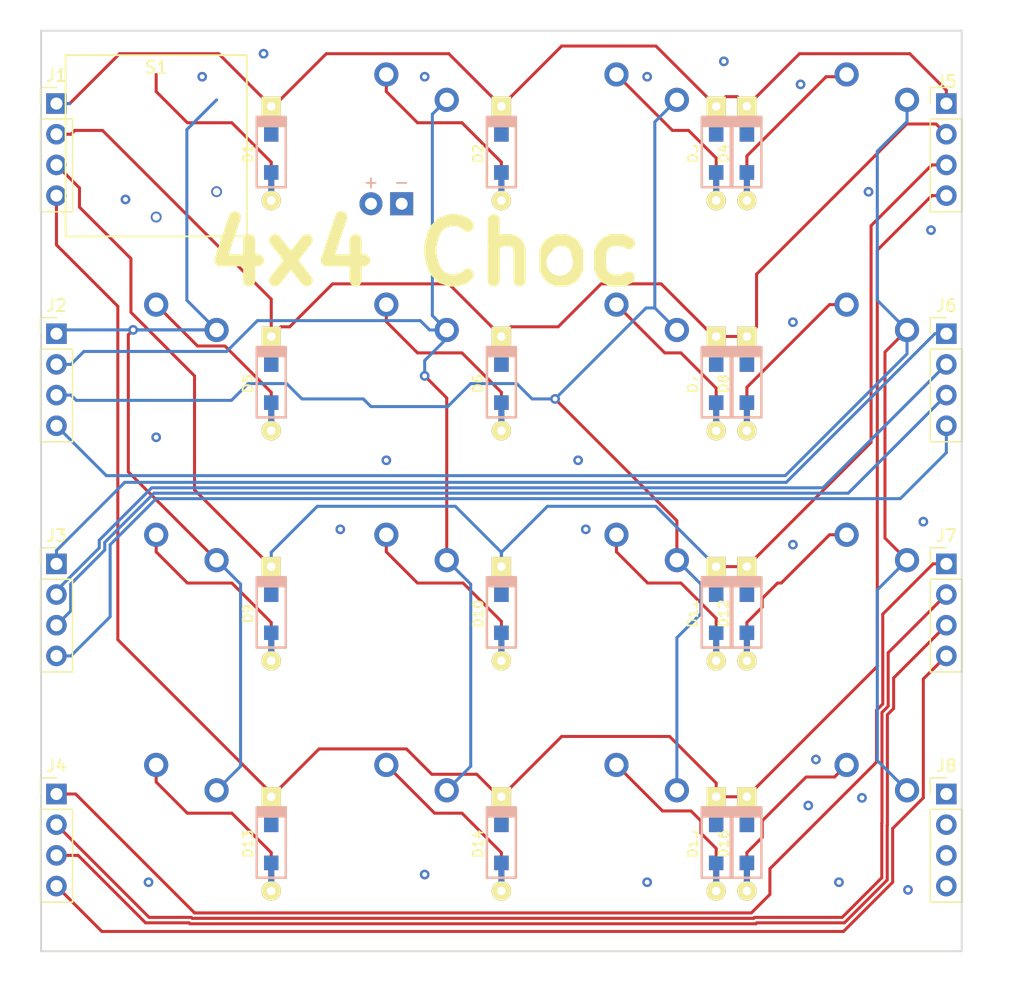
<source format=kicad_pcb>
(kicad_pcb (version 20171130) (host pcbnew "(5.0.0)")

  (general
    (thickness 1.6)
    (drawings 38)
    (tracks 352)
    (zones 0)
    (modules 46)
    (nets 34)
  )

  (page A4)
  (layers
    (0 F.Cu signal)
    (31 B.Cu signal)
    (32 B.Adhes user)
    (33 F.Adhes user)
    (34 B.Paste user)
    (35 F.Paste user)
    (36 B.SilkS user)
    (37 F.SilkS user)
    (38 B.Mask user)
    (39 F.Mask user)
    (40 Dwgs.User user)
    (41 Cmts.User user)
    (42 Eco1.User user)
    (43 Eco2.User user)
    (44 Edge.Cuts user)
    (45 Margin user)
    (46 B.CrtYd user)
    (47 F.CrtYd user)
    (48 B.Fab user)
    (49 F.Fab user)
  )

  (setup
    (last_trace_width 0.25)
    (trace_clearance 0.2)
    (zone_clearance 0.508)
    (zone_45_only no)
    (trace_min 0.2)
    (segment_width 0.2)
    (edge_width 0.15)
    (via_size 0.8)
    (via_drill 0.4)
    (via_min_size 0.4)
    (via_min_drill 0.3)
    (uvia_size 0.3)
    (uvia_drill 0.1)
    (uvias_allowed no)
    (uvia_min_size 0.2)
    (uvia_min_drill 0.1)
    (pcb_text_width 0.3)
    (pcb_text_size 1.5 1.5)
    (mod_edge_width 0.15)
    (mod_text_size 1 1)
    (mod_text_width 0.15)
    (pad_size 1.524 1.524)
    (pad_drill 0.762)
    (pad_to_mask_clearance 0.2)
    (aux_axis_origin 0 0)
    (visible_elements 7FFFFFFF)
    (pcbplotparams
      (layerselection 0x010fc_ffffffff)
      (usegerberextensions false)
      (usegerberattributes false)
      (usegerberadvancedattributes false)
      (creategerberjobfile false)
      (excludeedgelayer true)
      (linewidth 0.100000)
      (plotframeref false)
      (viasonmask false)
      (mode 1)
      (useauxorigin false)
      (hpglpennumber 1)
      (hpglpenspeed 20)
      (hpglpendiameter 15.000000)
      (psnegative false)
      (psa4output false)
      (plotreference true)
      (plotvalue true)
      (plotinvisibletext false)
      (padsonsilk false)
      (subtractmaskfromsilk false)
      (outputformat 1)
      (mirror false)
      (drillshape 0)
      (scaleselection 1)
      (outputdirectory "Gerber/"))
  )

  (net 0 "")
  (net 1 ROW1)
  (net 2 ROW2)
  (net 3 ROW3)
  (net 4 ROW4)
  (net 5 COL5)
  (net 6 COL6)
  (net 7 COL7)
  (net 8 COL8)
  (net 9 COL12)
  (net 10 COL11)
  (net 11 COL10)
  (net 12 COL9)
  (net 13 GND)
  (net 14 COL4)
  (net 15 COL3)
  (net 16 COL2)
  (net 17 COL1)
  (net 18 "Net-(D1-Pad2)")
  (net 19 "Net-(D2-Pad2)")
  (net 20 "Net-(D3-Pad2)")
  (net 21 "Net-(D4-Pad2)")
  (net 22 "Net-(D5-Pad2)")
  (net 23 "Net-(D6-Pad2)")
  (net 24 "Net-(D7-Pad2)")
  (net 25 "Net-(D8-Pad2)")
  (net 26 "Net-(D9-Pad2)")
  (net 27 "Net-(D10-Pad2)")
  (net 28 "Net-(D11-Pad2)")
  (net 29 "Net-(D12-Pad2)")
  (net 30 "Net-(D13-Pad2)")
  (net 31 "Net-(D14-Pad2)")
  (net 32 "Net-(D15-Pad2)")
  (net 33 "Net-(D16-Pad2)")

  (net_class Default "This is the default net class."
    (clearance 0.2)
    (trace_width 0.25)
    (via_dia 0.8)
    (via_drill 0.4)
    (uvia_dia 0.3)
    (uvia_drill 0.1)
    (add_net COL1)
    (add_net COL10)
    (add_net COL11)
    (add_net COL12)
    (add_net COL2)
    (add_net COL3)
    (add_net COL4)
    (add_net COL5)
    (add_net COL6)
    (add_net COL7)
    (add_net COL8)
    (add_net COL9)
    (add_net GND)
    (add_net "Net-(D1-Pad2)")
    (add_net "Net-(D10-Pad2)")
    (add_net "Net-(D11-Pad2)")
    (add_net "Net-(D12-Pad2)")
    (add_net "Net-(D13-Pad2)")
    (add_net "Net-(D14-Pad2)")
    (add_net "Net-(D15-Pad2)")
    (add_net "Net-(D16-Pad2)")
    (add_net "Net-(D2-Pad2)")
    (add_net "Net-(D3-Pad2)")
    (add_net "Net-(D4-Pad2)")
    (add_net "Net-(D5-Pad2)")
    (add_net "Net-(D6-Pad2)")
    (add_net "Net-(D7-Pad2)")
    (add_net "Net-(D8-Pad2)")
    (add_net "Net-(D9-Pad2)")
    (add_net ROW1)
    (add_net ROW2)
    (add_net ROW3)
    (add_net ROW4)
  )

  (module Connector_PinHeader_2.54mm:PinHeader_1x04_P2.54mm_Vertical locked (layer F.Cu) (tedit 59FED5CC) (tstamp 5BDB0D47)
    (at 77.47 82.2325)
    (descr "Through hole straight pin header, 1x04, 2.54mm pitch, single row")
    (tags "Through hole pin header THT 1x04 2.54mm single row")
    (path /5BBF1644)
    (fp_text reference J1 (at 0 -2.33) (layer F.SilkS)
      (effects (font (size 1 1) (thickness 0.15)))
    )
    (fp_text value Conn_01x04 (at 0 9.95) (layer F.Fab)
      (effects (font (size 1 1) (thickness 0.15)))
    )
    (fp_line (start -0.635 -1.27) (end 1.27 -1.27) (layer F.Fab) (width 0.1))
    (fp_line (start 1.27 -1.27) (end 1.27 8.89) (layer F.Fab) (width 0.1))
    (fp_line (start 1.27 8.89) (end -1.27 8.89) (layer F.Fab) (width 0.1))
    (fp_line (start -1.27 8.89) (end -1.27 -0.635) (layer F.Fab) (width 0.1))
    (fp_line (start -1.27 -0.635) (end -0.635 -1.27) (layer F.Fab) (width 0.1))
    (fp_line (start -1.33 8.95) (end 1.33 8.95) (layer F.SilkS) (width 0.12))
    (fp_line (start -1.33 1.27) (end -1.33 8.95) (layer F.SilkS) (width 0.12))
    (fp_line (start 1.33 1.27) (end 1.33 8.95) (layer F.SilkS) (width 0.12))
    (fp_line (start -1.33 1.27) (end 1.33 1.27) (layer F.SilkS) (width 0.12))
    (fp_line (start -1.33 0) (end -1.33 -1.33) (layer F.SilkS) (width 0.12))
    (fp_line (start -1.33 -1.33) (end 0 -1.33) (layer F.SilkS) (width 0.12))
    (fp_line (start -1.8 -1.8) (end -1.8 9.4) (layer F.CrtYd) (width 0.05))
    (fp_line (start -1.8 9.4) (end 1.8 9.4) (layer F.CrtYd) (width 0.05))
    (fp_line (start 1.8 9.4) (end 1.8 -1.8) (layer F.CrtYd) (width 0.05))
    (fp_line (start 1.8 -1.8) (end -1.8 -1.8) (layer F.CrtYd) (width 0.05))
    (fp_text user %R (at 0 3.81 90) (layer F.Fab)
      (effects (font (size 1 1) (thickness 0.15)))
    )
    (pad 1 thru_hole rect (at 0 0) (size 1.7 1.7) (drill 1) (layers *.Cu *.Mask)
      (net 1 ROW1))
    (pad 2 thru_hole oval (at 0 2.54) (size 1.7 1.7) (drill 1) (layers *.Cu *.Mask)
      (net 2 ROW2))
    (pad 3 thru_hole oval (at 0 5.08) (size 1.7 1.7) (drill 1) (layers *.Cu *.Mask)
      (net 3 ROW3))
    (pad 4 thru_hole oval (at 0 7.62) (size 1.7 1.7) (drill 1) (layers *.Cu *.Mask)
      (net 4 ROW4))
    (model ${KISYS3DMOD}/Connector_PinHeader_2.54mm.3dshapes/PinHeader_1x04_P2.54mm_Vertical.wrl
      (at (xyz 0 0 0))
      (scale (xyz 1 1 1))
      (rotate (xyz 0 0 0))
    )
  )

  (module Connector_PinHeader_2.54mm:PinHeader_1x04_P2.54mm_Vertical locked (layer F.Cu) (tedit 59FED5CC) (tstamp 5BDB0D5F)
    (at 77.47 101.2825)
    (descr "Through hole straight pin header, 1x04, 2.54mm pitch, single row")
    (tags "Through hole pin header THT 1x04 2.54mm single row")
    (path /5BBF16DE)
    (fp_text reference J2 (at 0 -2.33) (layer F.SilkS)
      (effects (font (size 1 1) (thickness 0.15)))
    )
    (fp_text value Conn_01x04 (at 0 9.95) (layer F.Fab)
      (effects (font (size 1 1) (thickness 0.15)))
    )
    (fp_text user %R (at 0 3.254999 90) (layer F.Fab)
      (effects (font (size 1 1) (thickness 0.15)))
    )
    (fp_line (start 1.8 -1.8) (end -1.8 -1.8) (layer F.CrtYd) (width 0.05))
    (fp_line (start 1.8 9.4) (end 1.8 -1.8) (layer F.CrtYd) (width 0.05))
    (fp_line (start -1.8 9.4) (end 1.8 9.4) (layer F.CrtYd) (width 0.05))
    (fp_line (start -1.8 -1.8) (end -1.8 9.4) (layer F.CrtYd) (width 0.05))
    (fp_line (start -1.33 -1.33) (end 0 -1.33) (layer F.SilkS) (width 0.12))
    (fp_line (start -1.33 0) (end -1.33 -1.33) (layer F.SilkS) (width 0.12))
    (fp_line (start -1.33 1.27) (end 1.33 1.27) (layer F.SilkS) (width 0.12))
    (fp_line (start 1.33 1.27) (end 1.33 8.95) (layer F.SilkS) (width 0.12))
    (fp_line (start -1.33 1.27) (end -1.33 8.95) (layer F.SilkS) (width 0.12))
    (fp_line (start -1.33 8.95) (end 1.33 8.95) (layer F.SilkS) (width 0.12))
    (fp_line (start -1.27 -0.635) (end -0.635 -1.27) (layer F.Fab) (width 0.1))
    (fp_line (start -1.27 8.89) (end -1.27 -0.635) (layer F.Fab) (width 0.1))
    (fp_line (start 1.27 8.89) (end -1.27 8.89) (layer F.Fab) (width 0.1))
    (fp_line (start 1.27 -1.27) (end 1.27 8.89) (layer F.Fab) (width 0.1))
    (fp_line (start -0.635 -1.27) (end 1.27 -1.27) (layer F.Fab) (width 0.1))
    (pad 4 thru_hole oval (at 0 7.62) (size 1.7 1.7) (drill 1) (layers *.Cu *.Mask)
      (net 14 COL4))
    (pad 3 thru_hole oval (at 0 5.08) (size 1.7 1.7) (drill 1) (layers *.Cu *.Mask)
      (net 15 COL3))
    (pad 2 thru_hole oval (at 0 2.54) (size 1.7 1.7) (drill 1) (layers *.Cu *.Mask)
      (net 16 COL2))
    (pad 1 thru_hole rect (at 0 0) (size 1.7 1.7) (drill 1) (layers *.Cu *.Mask)
      (net 17 COL1))
    (model ${KISYS3DMOD}/Connector_PinHeader_2.54mm.3dshapes/PinHeader_1x04_P2.54mm_Vertical.wrl
      (at (xyz 0 0 0))
      (scale (xyz 1 1 1))
      (rotate (xyz 0 0 0))
    )
  )

  (module Connector_PinHeader_2.54mm:PinHeader_1x04_P2.54mm_Vertical locked (layer F.Cu) (tedit 59FED5CC) (tstamp 5BDB0D77)
    (at 77.47 120.3325)
    (descr "Through hole straight pin header, 1x04, 2.54mm pitch, single row")
    (tags "Through hole pin header THT 1x04 2.54mm single row")
    (path /5BBF1706)
    (fp_text reference J3 (at 0 -2.33) (layer F.SilkS)
      (effects (font (size 1 1) (thickness 0.15)))
    )
    (fp_text value Conn_01x04 (at 0 9.95) (layer F.Fab)
      (effects (font (size 1 1) (thickness 0.15)))
    )
    (fp_line (start -0.635 -1.27) (end 1.27 -1.27) (layer F.Fab) (width 0.1))
    (fp_line (start 1.27 -1.27) (end 1.27 8.89) (layer F.Fab) (width 0.1))
    (fp_line (start 1.27 8.89) (end -1.27 8.89) (layer F.Fab) (width 0.1))
    (fp_line (start -1.27 8.89) (end -1.27 -0.635) (layer F.Fab) (width 0.1))
    (fp_line (start -1.27 -0.635) (end -0.635 -1.27) (layer F.Fab) (width 0.1))
    (fp_line (start -1.33 8.95) (end 1.33 8.95) (layer F.SilkS) (width 0.12))
    (fp_line (start -1.33 1.27) (end -1.33 8.95) (layer F.SilkS) (width 0.12))
    (fp_line (start 1.33 1.27) (end 1.33 8.95) (layer F.SilkS) (width 0.12))
    (fp_line (start -1.33 1.27) (end 1.33 1.27) (layer F.SilkS) (width 0.12))
    (fp_line (start -1.33 0) (end -1.33 -1.33) (layer F.SilkS) (width 0.12))
    (fp_line (start -1.33 -1.33) (end 0 -1.33) (layer F.SilkS) (width 0.12))
    (fp_line (start -1.8 -1.8) (end -1.8 9.4) (layer F.CrtYd) (width 0.05))
    (fp_line (start -1.8 9.4) (end 1.8 9.4) (layer F.CrtYd) (width 0.05))
    (fp_line (start 1.8 9.4) (end 1.8 -1.8) (layer F.CrtYd) (width 0.05))
    (fp_line (start 1.8 -1.8) (end -1.8 -1.8) (layer F.CrtYd) (width 0.05))
    (fp_text user %R (at 0 3.81 90) (layer F.Fab)
      (effects (font (size 1 1) (thickness 0.15)))
    )
    (pad 1 thru_hole rect (at 0 0) (size 1.7 1.7) (drill 1) (layers *.Cu *.Mask)
      (net 5 COL5))
    (pad 2 thru_hole oval (at 0 2.54) (size 1.7 1.7) (drill 1) (layers *.Cu *.Mask)
      (net 6 COL6))
    (pad 3 thru_hole oval (at 0 5.08) (size 1.7 1.7) (drill 1) (layers *.Cu *.Mask)
      (net 7 COL7))
    (pad 4 thru_hole oval (at 0 7.62) (size 1.7 1.7) (drill 1) (layers *.Cu *.Mask)
      (net 8 COL8))
    (model ${KISYS3DMOD}/Connector_PinHeader_2.54mm.3dshapes/PinHeader_1x04_P2.54mm_Vertical.wrl
      (at (xyz 0 0 0))
      (scale (xyz 1 1 1))
      (rotate (xyz 0 0 0))
    )
  )

  (module Connector_PinHeader_2.54mm:PinHeader_1x04_P2.54mm_Vertical locked (layer F.Cu) (tedit 59FED5CC) (tstamp 5BDB0D8F)
    (at 77.47 139.3825)
    (descr "Through hole straight pin header, 1x04, 2.54mm pitch, single row")
    (tags "Through hole pin header THT 1x04 2.54mm single row")
    (path /5BBF1736)
    (fp_text reference J4 (at 0 -2.33) (layer F.SilkS)
      (effects (font (size 1 1) (thickness 0.15)))
    )
    (fp_text value Conn_01x04 (at 0 9.95) (layer F.Fab)
      (effects (font (size 1 1) (thickness 0.15)))
    )
    (fp_text user %R (at 0 3.81 90) (layer F.Fab)
      (effects (font (size 1 1) (thickness 0.15)))
    )
    (fp_line (start 1.8 -1.8) (end -1.8 -1.8) (layer F.CrtYd) (width 0.05))
    (fp_line (start 1.8 9.4) (end 1.8 -1.8) (layer F.CrtYd) (width 0.05))
    (fp_line (start -1.8 9.4) (end 1.8 9.4) (layer F.CrtYd) (width 0.05))
    (fp_line (start -1.8 -1.8) (end -1.8 9.4) (layer F.CrtYd) (width 0.05))
    (fp_line (start -1.33 -1.33) (end 0 -1.33) (layer F.SilkS) (width 0.12))
    (fp_line (start -1.33 0) (end -1.33 -1.33) (layer F.SilkS) (width 0.12))
    (fp_line (start -1.33 1.27) (end 1.33 1.27) (layer F.SilkS) (width 0.12))
    (fp_line (start 1.33 1.27) (end 1.33 8.95) (layer F.SilkS) (width 0.12))
    (fp_line (start -1.33 1.27) (end -1.33 8.95) (layer F.SilkS) (width 0.12))
    (fp_line (start -1.33 8.95) (end 1.33 8.95) (layer F.SilkS) (width 0.12))
    (fp_line (start -1.27 -0.635) (end -0.635 -1.27) (layer F.Fab) (width 0.1))
    (fp_line (start -1.27 8.89) (end -1.27 -0.635) (layer F.Fab) (width 0.1))
    (fp_line (start 1.27 8.89) (end -1.27 8.89) (layer F.Fab) (width 0.1))
    (fp_line (start 1.27 -1.27) (end 1.27 8.89) (layer F.Fab) (width 0.1))
    (fp_line (start -0.635 -1.27) (end 1.27 -1.27) (layer F.Fab) (width 0.1))
    (pad 4 thru_hole oval (at 0 7.62) (size 1.7 1.7) (drill 1) (layers *.Cu *.Mask)
      (net 9 COL12))
    (pad 3 thru_hole oval (at 0 5.08) (size 1.7 1.7) (drill 1) (layers *.Cu *.Mask)
      (net 10 COL11))
    (pad 2 thru_hole oval (at 0 2.54) (size 1.7 1.7) (drill 1) (layers *.Cu *.Mask)
      (net 11 COL10))
    (pad 1 thru_hole rect (at 0 0) (size 1.7 1.7) (drill 1) (layers *.Cu *.Mask)
      (net 12 COL9))
    (model ${KISYS3DMOD}/Connector_PinHeader_2.54mm.3dshapes/PinHeader_1x04_P2.54mm_Vertical.wrl
      (at (xyz 0 0 0))
      (scale (xyz 1 1 1))
      (rotate (xyz 0 0 0))
    )
  )

  (module Connector_PinHeader_2.54mm:PinHeader_1x04_P2.54mm_Vertical locked (layer F.Cu) (tedit 59FED5CC) (tstamp 5BDB0DA7)
    (at 151.13 82.2325)
    (descr "Through hole straight pin header, 1x04, 2.54mm pitch, single row")
    (tags "Through hole pin header THT 1x04 2.54mm single row")
    (path /5BBF175E)
    (fp_text reference J5 (at 0 -1.825001) (layer F.SilkS)
      (effects (font (size 1 1) (thickness 0.15)))
    )
    (fp_text value Conn_01x04 (at 0 9.95) (layer F.Fab)
      (effects (font (size 1 1) (thickness 0.15)))
    )
    (fp_line (start -0.635 -1.27) (end 1.27 -1.27) (layer F.Fab) (width 0.1))
    (fp_line (start 1.27 -1.27) (end 1.27 8.89) (layer F.Fab) (width 0.1))
    (fp_line (start 1.27 8.89) (end -1.27 8.89) (layer F.Fab) (width 0.1))
    (fp_line (start -1.27 8.89) (end -1.27 -0.635) (layer F.Fab) (width 0.1))
    (fp_line (start -1.27 -0.635) (end -0.635 -1.27) (layer F.Fab) (width 0.1))
    (fp_line (start -1.33 8.95) (end 1.33 8.95) (layer F.SilkS) (width 0.12))
    (fp_line (start -1.33 1.27) (end -1.33 8.95) (layer F.SilkS) (width 0.12))
    (fp_line (start 1.33 1.27) (end 1.33 8.95) (layer F.SilkS) (width 0.12))
    (fp_line (start -1.33 1.27) (end 1.33 1.27) (layer F.SilkS) (width 0.12))
    (fp_line (start -1.33 0) (end -1.33 -1.33) (layer F.SilkS) (width 0.12))
    (fp_line (start -1.33 -1.33) (end 0 -1.33) (layer F.SilkS) (width 0.12))
    (fp_line (start -1.8 -1.8) (end -1.8 9.4) (layer F.CrtYd) (width 0.05))
    (fp_line (start -1.8 9.4) (end 1.8 9.4) (layer F.CrtYd) (width 0.05))
    (fp_line (start 1.8 9.4) (end 1.8 -1.8) (layer F.CrtYd) (width 0.05))
    (fp_line (start 1.8 -1.8) (end -1.8 -1.8) (layer F.CrtYd) (width 0.05))
    (fp_text user %R (at 0 3.81 90) (layer F.Fab)
      (effects (font (size 1 1) (thickness 0.15)))
    )
    (pad 1 thru_hole rect (at 0 0) (size 1.7 1.7) (drill 1) (layers *.Cu *.Mask)
      (net 1 ROW1))
    (pad 2 thru_hole oval (at 0 2.54) (size 1.7 1.7) (drill 1) (layers *.Cu *.Mask)
      (net 2 ROW2))
    (pad 3 thru_hole oval (at 0 5.08) (size 1.7 1.7) (drill 1) (layers *.Cu *.Mask)
      (net 3 ROW3))
    (pad 4 thru_hole oval (at 0 7.62) (size 1.7 1.7) (drill 1) (layers *.Cu *.Mask)
      (net 4 ROW4))
    (model ${KISYS3DMOD}/Connector_PinHeader_2.54mm.3dshapes/PinHeader_1x04_P2.54mm_Vertical.wrl
      (at (xyz 0 0 0))
      (scale (xyz 1 1 1))
      (rotate (xyz 0 0 0))
    )
  )

  (module Connector_PinHeader_2.54mm:PinHeader_1x04_P2.54mm_Vertical locked (layer F.Cu) (tedit 59FED5CC) (tstamp 5BDB0DBF)
    (at 151.13 101.2825)
    (descr "Through hole straight pin header, 1x04, 2.54mm pitch, single row")
    (tags "Through hole pin header THT 1x04 2.54mm single row")
    (path /5BBF17B6)
    (fp_text reference J6 (at 0 -2.33) (layer F.SilkS)
      (effects (font (size 1 1) (thickness 0.15)))
    )
    (fp_text value Conn_01x04 (at 0 9.95) (layer F.Fab)
      (effects (font (size 1 1) (thickness 0.15)))
    )
    (fp_text user %R (at 0 3.81 90) (layer F.Fab)
      (effects (font (size 1 1) (thickness 0.15)))
    )
    (fp_line (start 1.8 -1.8) (end -1.8 -1.8) (layer F.CrtYd) (width 0.05))
    (fp_line (start 1.8 9.4) (end 1.8 -1.8) (layer F.CrtYd) (width 0.05))
    (fp_line (start -1.8 9.4) (end 1.8 9.4) (layer F.CrtYd) (width 0.05))
    (fp_line (start -1.8 -1.8) (end -1.8 9.4) (layer F.CrtYd) (width 0.05))
    (fp_line (start -1.33 -1.33) (end 0 -1.33) (layer F.SilkS) (width 0.12))
    (fp_line (start -1.33 0) (end -1.33 -1.33) (layer F.SilkS) (width 0.12))
    (fp_line (start -1.33 1.27) (end 1.33 1.27) (layer F.SilkS) (width 0.12))
    (fp_line (start 1.33 1.27) (end 1.33 8.95) (layer F.SilkS) (width 0.12))
    (fp_line (start -1.33 1.27) (end -1.33 8.95) (layer F.SilkS) (width 0.12))
    (fp_line (start -1.33 8.95) (end 1.33 8.95) (layer F.SilkS) (width 0.12))
    (fp_line (start -1.27 -0.635) (end -0.635 -1.27) (layer F.Fab) (width 0.1))
    (fp_line (start -1.27 8.89) (end -1.27 -0.635) (layer F.Fab) (width 0.1))
    (fp_line (start 1.27 8.89) (end -1.27 8.89) (layer F.Fab) (width 0.1))
    (fp_line (start 1.27 -1.27) (end 1.27 8.89) (layer F.Fab) (width 0.1))
    (fp_line (start -0.635 -1.27) (end 1.27 -1.27) (layer F.Fab) (width 0.1))
    (pad 4 thru_hole oval (at 0 7.62) (size 1.7 1.7) (drill 1) (layers *.Cu *.Mask)
      (net 8 COL8))
    (pad 3 thru_hole oval (at 0 5.08) (size 1.7 1.7) (drill 1) (layers *.Cu *.Mask)
      (net 7 COL7))
    (pad 2 thru_hole oval (at 0 2.54) (size 1.7 1.7) (drill 1) (layers *.Cu *.Mask)
      (net 6 COL6))
    (pad 1 thru_hole rect (at 0 0) (size 1.7 1.7) (drill 1) (layers *.Cu *.Mask)
      (net 5 COL5))
    (model ${KISYS3DMOD}/Connector_PinHeader_2.54mm.3dshapes/PinHeader_1x04_P2.54mm_Vertical.wrl
      (at (xyz 0 0 0))
      (scale (xyz 1 1 1))
      (rotate (xyz 0 0 0))
    )
  )

  (module Connector_PinHeader_2.54mm:PinHeader_1x04_P2.54mm_Vertical locked (layer F.Cu) (tedit 59FED5CC) (tstamp 5BDB0DD7)
    (at 151.13 120.3325)
    (descr "Through hole straight pin header, 1x04, 2.54mm pitch, single row")
    (tags "Through hole pin header THT 1x04 2.54mm single row")
    (path /5BBF17E8)
    (fp_text reference J7 (at 0 -2.33) (layer F.SilkS)
      (effects (font (size 1 1) (thickness 0.15)))
    )
    (fp_text value Conn_01x04 (at 0 9.95) (layer F.Fab)
      (effects (font (size 1 1) (thickness 0.15)))
    )
    (fp_line (start -0.635 -1.27) (end 1.27 -1.27) (layer F.Fab) (width 0.1))
    (fp_line (start 1.27 -1.27) (end 1.27 8.89) (layer F.Fab) (width 0.1))
    (fp_line (start 1.27 8.89) (end -1.27 8.89) (layer F.Fab) (width 0.1))
    (fp_line (start -1.27 8.89) (end -1.27 -0.635) (layer F.Fab) (width 0.1))
    (fp_line (start -1.27 -0.635) (end -0.635 -1.27) (layer F.Fab) (width 0.1))
    (fp_line (start -1.33 8.95) (end 1.33 8.95) (layer F.SilkS) (width 0.12))
    (fp_line (start -1.33 1.27) (end -1.33 8.95) (layer F.SilkS) (width 0.12))
    (fp_line (start 1.33 1.27) (end 1.33 8.95) (layer F.SilkS) (width 0.12))
    (fp_line (start -1.33 1.27) (end 1.33 1.27) (layer F.SilkS) (width 0.12))
    (fp_line (start -1.33 0) (end -1.33 -1.33) (layer F.SilkS) (width 0.12))
    (fp_line (start -1.33 -1.33) (end 0 -1.33) (layer F.SilkS) (width 0.12))
    (fp_line (start -1.8 -1.8) (end -1.8 9.4) (layer F.CrtYd) (width 0.05))
    (fp_line (start -1.8 9.4) (end 1.8 9.4) (layer F.CrtYd) (width 0.05))
    (fp_line (start 1.8 9.4) (end 1.8 -1.8) (layer F.CrtYd) (width 0.05))
    (fp_line (start 1.8 -1.8) (end -1.8 -1.8) (layer F.CrtYd) (width 0.05))
    (fp_text user %R (at 0 3.81 90) (layer F.Fab)
      (effects (font (size 1 1) (thickness 0.15)))
    )
    (pad 1 thru_hole rect (at 0 0) (size 1.7 1.7) (drill 1) (layers *.Cu *.Mask)
      (net 12 COL9))
    (pad 2 thru_hole oval (at 0 2.54) (size 1.7 1.7) (drill 1) (layers *.Cu *.Mask)
      (net 11 COL10))
    (pad 3 thru_hole oval (at 0 5.08) (size 1.7 1.7) (drill 1) (layers *.Cu *.Mask)
      (net 10 COL11))
    (pad 4 thru_hole oval (at 0 7.62) (size 1.7 1.7) (drill 1) (layers *.Cu *.Mask)
      (net 9 COL12))
    (model ${KISYS3DMOD}/Connector_PinHeader_2.54mm.3dshapes/PinHeader_1x04_P2.54mm_Vertical.wrl
      (at (xyz 0 0 0))
      (scale (xyz 1 1 1))
      (rotate (xyz 0 0 0))
    )
  )

  (module Connector_PinHeader_2.54mm:PinHeader_1x04_P2.54mm_Vertical (layer F.Cu) (tedit 59FED5CC) (tstamp 5BDB0DEF)
    (at 151.13 139.3825)
    (descr "Through hole straight pin header, 1x04, 2.54mm pitch, single row")
    (tags "Through hole pin header THT 1x04 2.54mm single row")
    (path /5BBF181E)
    (fp_text reference J8 (at 0 -2.33) (layer F.SilkS)
      (effects (font (size 1 1) (thickness 0.15)))
    )
    (fp_text value Conn_01x04 (at 0 9.95) (layer F.Fab)
      (effects (font (size 1 1) (thickness 0.15)))
    )
    (fp_text user %R (at 0 3.81 90) (layer F.Fab)
      (effects (font (size 1 1) (thickness 0.15)))
    )
    (fp_line (start 1.8 -1.8) (end -1.8 -1.8) (layer F.CrtYd) (width 0.05))
    (fp_line (start 1.8 9.4) (end 1.8 -1.8) (layer F.CrtYd) (width 0.05))
    (fp_line (start -1.8 9.4) (end 1.8 9.4) (layer F.CrtYd) (width 0.05))
    (fp_line (start -1.8 -1.8) (end -1.8 9.4) (layer F.CrtYd) (width 0.05))
    (fp_line (start -1.33 -1.33) (end 0 -1.33) (layer F.SilkS) (width 0.12))
    (fp_line (start -1.33 0) (end -1.33 -1.33) (layer F.SilkS) (width 0.12))
    (fp_line (start -1.33 1.27) (end 1.33 1.27) (layer F.SilkS) (width 0.12))
    (fp_line (start 1.33 1.27) (end 1.33 8.95) (layer F.SilkS) (width 0.12))
    (fp_line (start -1.33 1.27) (end -1.33 8.95) (layer F.SilkS) (width 0.12))
    (fp_line (start -1.33 8.95) (end 1.33 8.95) (layer F.SilkS) (width 0.12))
    (fp_line (start -1.27 -0.635) (end -0.635 -1.27) (layer F.Fab) (width 0.1))
    (fp_line (start -1.27 8.89) (end -1.27 -0.635) (layer F.Fab) (width 0.1))
    (fp_line (start 1.27 8.89) (end -1.27 8.89) (layer F.Fab) (width 0.1))
    (fp_line (start 1.27 -1.27) (end 1.27 8.89) (layer F.Fab) (width 0.1))
    (fp_line (start -0.635 -1.27) (end 1.27 -1.27) (layer F.Fab) (width 0.1))
    (pad 4 thru_hole oval (at 0 7.62) (size 1.7 1.7) (drill 1) (layers *.Cu *.Mask))
    (pad 3 thru_hole oval (at 0 5.08) (size 1.7 1.7) (drill 1) (layers *.Cu *.Mask))
    (pad 2 thru_hole oval (at 0 2.54) (size 1.7 1.7) (drill 1) (layers *.Cu *.Mask))
    (pad 1 thru_hole rect (at 0 0) (size 1.7 1.7) (drill 1) (layers *.Cu *.Mask))
    (model ${KISYS3DMOD}/Connector_PinHeader_2.54mm.3dshapes/PinHeader_1x04_P2.54mm_Vertical.wrl
      (at (xyz 0 0 0))
      (scale (xyz 1 1 1))
      (rotate (xyz 0 0 0))
    )
  )

  (module MountingHole:MountingHole_2.2mm_M2_ISO7380 locked (layer F.Cu) (tedit 5BB7D625) (tstamp 5BF2CBFD)
    (at 81.026 133.477)
    (descr "Mounting Hole 2.2mm, no annular, M2, ISO7380")
    (tags "mounting hole 2.2mm no annular m2 iso7380")
    (path /5BC7F335)
    (attr virtual)
    (fp_text reference J11 (at 0 -2.75) (layer F.SilkS) hide
      (effects (font (size 1 1) (thickness 0.15)))
    )
    (fp_text value Conn_01x01 (at 0 2.75) (layer F.Fab)
      (effects (font (size 1 1) (thickness 0.15)))
    )
    (fp_circle (center 0 0) (end 2 0) (layer F.CrtYd) (width 0.05))
    (fp_circle (center 0 0) (end 1.75 0) (layer Cmts.User) (width 0.15))
    (fp_text user %R (at 0.3 0) (layer F.Fab)
      (effects (font (size 1 1) (thickness 0.15)))
    )
    (pad 1 np_thru_hole circle (at 0 0) (size 2.2 2.2) (drill 2.2) (layers *.Cu *.Mask)
      (net 13 GND))
  )

  (module MountingHole:MountingHole_2.2mm_M2_ISO7380 locked (layer F.Cu) (tedit 5BB7D641) (tstamp 5BF2CC05)
    (at 147.701 95.377)
    (descr "Mounting Hole 2.2mm, no annular, M2, ISO7380")
    (tags "mounting hole 2.2mm no annular m2 iso7380")
    (path /5BC7F415)
    (attr virtual)
    (fp_text reference J12 (at 0 -2.75) (layer F.SilkS) hide
      (effects (font (size 1 1) (thickness 0.15)))
    )
    (fp_text value Conn_01x01 (at 0 2.75) (layer F.Fab)
      (effects (font (size 1 1) (thickness 0.15)))
    )
    (fp_text user %R (at 0.3 0) (layer F.Fab)
      (effects (font (size 1 1) (thickness 0.15)))
    )
    (fp_circle (center 0 0) (end 1.75 0) (layer Cmts.User) (width 0.15))
    (fp_circle (center 0 0) (end 2 0) (layer F.CrtYd) (width 0.05))
    (pad 1 np_thru_hole circle (at 0 0) (size 2.2 2.2) (drill 2.2) (layers *.Cu *.Mask)
      (net 13 GND))
  )

  (module MountingHole:MountingHole_2.2mm_M2_ISO7380 locked (layer F.Cu) (tedit 5BB7D636) (tstamp 5BF2CC0D)
    (at 147.701 133.477)
    (descr "Mounting Hole 2.2mm, no annular, M2, ISO7380")
    (tags "mounting hole 2.2mm no annular m2 iso7380")
    (path /5BC7F465)
    (attr virtual)
    (fp_text reference J13 (at 0 -2.75) (layer F.SilkS) hide
      (effects (font (size 1 1) (thickness 0.15)))
    )
    (fp_text value Conn_01x01 (at 0 2.75) (layer F.Fab)
      (effects (font (size 1 1) (thickness 0.15)))
    )
    (fp_circle (center 0 0) (end 2 0) (layer F.CrtYd) (width 0.05))
    (fp_circle (center 0 0) (end 1.75 0) (layer Cmts.User) (width 0.15))
    (fp_text user %R (at 0.3 0) (layer F.Fab)
      (effects (font (size 1 1) (thickness 0.15)))
    )
    (pad 1 np_thru_hole circle (at 0 0) (size 2.2 2.2) (drill 2.2) (layers *.Cu *.Mask)
      (net 13 GND))
  )

  (module MountingHole:MountingHole_2.2mm_M2_ISO7380 locked (layer F.Cu) (tedit 5BB7D630) (tstamp 5BF2CC15)
    (at 109.601 133.477)
    (descr "Mounting Hole 2.2mm, no annular, M2, ISO7380")
    (tags "mounting hole 2.2mm no annular m2 iso7380")
    (path /5BC7F4B1)
    (attr virtual)
    (fp_text reference J14 (at 0 -2.75) (layer F.SilkS) hide
      (effects (font (size 1 1) (thickness 0.15)))
    )
    (fp_text value Conn_01x01 (at 0 2.75) (layer F.Fab)
      (effects (font (size 1 1) (thickness 0.15)))
    )
    (fp_text user %R (at 0.3 0) (layer F.Fab)
      (effects (font (size 1 1) (thickness 0.15)))
    )
    (fp_circle (center 0 0) (end 1.75 0) (layer Cmts.User) (width 0.15))
    (fp_circle (center 0 0) (end 2 0) (layer F.CrtYd) (width 0.05))
    (pad 1 np_thru_hole circle (at 0 0) (size 2.2 2.2) (drill 2.2) (layers *.Cu *.Mask)
      (net 13 GND))
  )

  (module MountingHole:MountingHole_2.2mm_M2_ISO7380 locked (layer F.Cu) (tedit 5BB7D647) (tstamp 5BF2CC1D)
    (at 119.126 95.377)
    (descr "Mounting Hole 2.2mm, no annular, M2, ISO7380")
    (tags "mounting hole 2.2mm no annular m2 iso7380")
    (path /5BC7F4FD)
    (attr virtual)
    (fp_text reference J15 (at 0 -2.75) (layer F.SilkS) hide
      (effects (font (size 1 1) (thickness 0.15)))
    )
    (fp_text value Conn_01x01 (at 0 2.75) (layer F.Fab)
      (effects (font (size 1 1) (thickness 0.15)))
    )
    (fp_circle (center 0 0) (end 2 0) (layer F.CrtYd) (width 0.05))
    (fp_circle (center 0 0) (end 1.75 0) (layer Cmts.User) (width 0.15))
    (fp_text user %R (at 0.3 0) (layer F.Fab)
      (effects (font (size 1 1) (thickness 0.15)))
    )
    (pad 1 np_thru_hole circle (at 0 0) (size 2.2 2.2) (drill 2.2) (layers *.Cu *.Mask)
      (net 13 GND))
  )

  (module MountingHole:MountingHole_2.2mm_M2_ISO7380 locked (layer F.Cu) (tedit 5BB7D61D) (tstamp 5BF2CC25)
    (at 81.026 95.377)
    (descr "Mounting Hole 2.2mm, no annular, M2, ISO7380")
    (tags "mounting hole 2.2mm no annular m2 iso7380")
    (path /5BC7F54B)
    (attr virtual)
    (fp_text reference J16 (at 0 -2.75) (layer F.SilkS) hide
      (effects (font (size 1 1) (thickness 0.15)))
    )
    (fp_text value Conn_01x01 (at 0 2.75) (layer F.Fab)
      (effects (font (size 1 1) (thickness 0.15)))
    )
    (fp_text user %R (at 0.3 0) (layer F.Fab)
      (effects (font (size 1 1) (thickness 0.15)))
    )
    (fp_circle (center 0 0) (end 1.75 0) (layer Cmts.User) (width 0.15))
    (fp_circle (center 0 0) (end 2 0) (layer F.CrtYd) (width 0.05))
    (pad 1 np_thru_hole circle (at 0 0) (size 2.2 2.2) (drill 2.2) (layers *.Cu *.Mask)
      (net 13 GND))
  )

  (module footprints:D_SOD123_axial-dual (layer F.Cu) (tedit 588E66D6) (tstamp 5BFED7F6)
    (at 95.25 86.36 270)
    (path /5BCDF755)
    (attr smd)
    (fp_text reference D1 (at 0 1.925 270) (layer F.SilkS)
      (effects (font (size 0.8 0.8) (thickness 0.15)))
    )
    (fp_text value DIODE (at 0 -1.925 270) (layer F.SilkS) hide
      (effects (font (size 0.8 0.8) (thickness 0.15)))
    )
    (fp_line (start 2.8 1.2) (end -3 1.2) (layer F.SilkS) (width 0.2))
    (fp_line (start 2.8 -1.2) (end 2.8 1.2) (layer F.SilkS) (width 0.2))
    (fp_line (start -3 -1.2) (end 2.8 -1.2) (layer F.SilkS) (width 0.2))
    (fp_line (start -2.925 -1.2) (end -2.925 1.2) (layer F.SilkS) (width 0.2))
    (fp_line (start -2.8 -1.2) (end -2.8 1.2) (layer F.SilkS) (width 0.2))
    (fp_line (start -3.025 1.2) (end -3.025 -1.2) (layer F.SilkS) (width 0.2))
    (fp_line (start -2.625 -1.2) (end -2.625 1.2) (layer F.SilkS) (width 0.2))
    (fp_line (start -2.45 -1.2) (end -2.45 1.2) (layer F.SilkS) (width 0.2))
    (fp_line (start -2.275 -1.2) (end -2.275 1.2) (layer F.SilkS) (width 0.2))
    (fp_line (start -2.275 -1.2) (end -2.275 1.2) (layer B.SilkS) (width 0.2))
    (fp_line (start -2.45 -1.2) (end -2.45 1.2) (layer B.SilkS) (width 0.2))
    (fp_line (start -2.625 -1.2) (end -2.625 1.2) (layer B.SilkS) (width 0.2))
    (fp_line (start -3.025 1.2) (end -3.025 -1.2) (layer B.SilkS) (width 0.2))
    (fp_line (start -2.8 -1.2) (end -2.8 1.2) (layer B.SilkS) (width 0.2))
    (fp_line (start -2.925 -1.2) (end -2.925 1.2) (layer B.SilkS) (width 0.2))
    (fp_line (start -3 -1.2) (end 2.8 -1.2) (layer B.SilkS) (width 0.2))
    (fp_line (start 2.8 -1.2) (end 2.8 1.2) (layer B.SilkS) (width 0.2))
    (fp_line (start 2.8 1.2) (end -3 1.2) (layer B.SilkS) (width 0.2))
    (pad 2 smd rect (at 2.7 0 270) (size 2.5 0.5) (layers F.Cu)
      (net 18 "Net-(D1-Pad2)") (solder_mask_margin -999))
    (pad 1 smd rect (at -2.7 0 270) (size 2.5 0.5) (layers F.Cu)
      (net 1 ROW1) (solder_mask_margin -999))
    (pad 2 thru_hole circle (at 3.9 0 270) (size 1.6 1.6) (drill 0.7) (layers *.Cu *.Mask F.SilkS)
      (net 18 "Net-(D1-Pad2)"))
    (pad 1 thru_hole rect (at -3.9 0 270) (size 1.6 1.6) (drill 0.7) (layers *.Cu *.Mask F.SilkS)
      (net 1 ROW1))
    (pad 1 smd rect (at -1.575 0 270) (size 1.2 1.2) (layers F.Cu F.Paste F.Mask)
      (net 1 ROW1))
    (pad 2 smd rect (at 1.575 0 270) (size 1.2 1.2) (layers F.Cu F.Paste F.Mask)
      (net 18 "Net-(D1-Pad2)"))
    (pad 2 smd rect (at 2.7 0 270) (size 2.5 0.5) (layers B.Cu)
      (net 18 "Net-(D1-Pad2)") (solder_mask_margin -999))
    (pad 2 smd rect (at 1.575 0 270) (size 1.2 1.2) (layers B.Cu B.Paste B.Mask)
      (net 18 "Net-(D1-Pad2)"))
    (pad 1 smd rect (at -1.575 0 270) (size 1.2 1.2) (layers B.Cu B.Paste B.Mask)
      (net 1 ROW1))
    (pad 1 smd rect (at -2.7 0 270) (size 2.5 0.5) (layers B.Cu)
      (net 1 ROW1) (solder_mask_margin -999))
  )

  (module footprints:D_SOD123_axial-dual (layer F.Cu) (tedit 588E66D6) (tstamp 5BFED816)
    (at 114.3 86.36 270)
    (path /5BCDF929)
    (attr smd)
    (fp_text reference D2 (at 0 1.925 270) (layer F.SilkS)
      (effects (font (size 0.8 0.8) (thickness 0.15)))
    )
    (fp_text value DIODE (at 0 -1.925 270) (layer F.SilkS) hide
      (effects (font (size 0.8 0.8) (thickness 0.15)))
    )
    (fp_line (start 2.8 1.2) (end -3 1.2) (layer F.SilkS) (width 0.2))
    (fp_line (start 2.8 -1.2) (end 2.8 1.2) (layer F.SilkS) (width 0.2))
    (fp_line (start -3 -1.2) (end 2.8 -1.2) (layer F.SilkS) (width 0.2))
    (fp_line (start -2.925 -1.2) (end -2.925 1.2) (layer F.SilkS) (width 0.2))
    (fp_line (start -2.8 -1.2) (end -2.8 1.2) (layer F.SilkS) (width 0.2))
    (fp_line (start -3.025 1.2) (end -3.025 -1.2) (layer F.SilkS) (width 0.2))
    (fp_line (start -2.625 -1.2) (end -2.625 1.2) (layer F.SilkS) (width 0.2))
    (fp_line (start -2.45 -1.2) (end -2.45 1.2) (layer F.SilkS) (width 0.2))
    (fp_line (start -2.275 -1.2) (end -2.275 1.2) (layer F.SilkS) (width 0.2))
    (fp_line (start -2.275 -1.2) (end -2.275 1.2) (layer B.SilkS) (width 0.2))
    (fp_line (start -2.45 -1.2) (end -2.45 1.2) (layer B.SilkS) (width 0.2))
    (fp_line (start -2.625 -1.2) (end -2.625 1.2) (layer B.SilkS) (width 0.2))
    (fp_line (start -3.025 1.2) (end -3.025 -1.2) (layer B.SilkS) (width 0.2))
    (fp_line (start -2.8 -1.2) (end -2.8 1.2) (layer B.SilkS) (width 0.2))
    (fp_line (start -2.925 -1.2) (end -2.925 1.2) (layer B.SilkS) (width 0.2))
    (fp_line (start -3 -1.2) (end 2.8 -1.2) (layer B.SilkS) (width 0.2))
    (fp_line (start 2.8 -1.2) (end 2.8 1.2) (layer B.SilkS) (width 0.2))
    (fp_line (start 2.8 1.2) (end -3 1.2) (layer B.SilkS) (width 0.2))
    (pad 2 smd rect (at 2.7 0 270) (size 2.5 0.5) (layers F.Cu)
      (net 19 "Net-(D2-Pad2)") (solder_mask_margin -999))
    (pad 1 smd rect (at -2.7 0 270) (size 2.5 0.5) (layers F.Cu)
      (net 1 ROW1) (solder_mask_margin -999))
    (pad 2 thru_hole circle (at 3.9 0 270) (size 1.6 1.6) (drill 0.7) (layers *.Cu *.Mask F.SilkS)
      (net 19 "Net-(D2-Pad2)"))
    (pad 1 thru_hole rect (at -3.9 0 270) (size 1.6 1.6) (drill 0.7) (layers *.Cu *.Mask F.SilkS)
      (net 1 ROW1))
    (pad 1 smd rect (at -1.575 0 270) (size 1.2 1.2) (layers F.Cu F.Paste F.Mask)
      (net 1 ROW1))
    (pad 2 smd rect (at 1.575 0 270) (size 1.2 1.2) (layers F.Cu F.Paste F.Mask)
      (net 19 "Net-(D2-Pad2)"))
    (pad 2 smd rect (at 2.7 0 270) (size 2.5 0.5) (layers B.Cu)
      (net 19 "Net-(D2-Pad2)") (solder_mask_margin -999))
    (pad 2 smd rect (at 1.575 0 270) (size 1.2 1.2) (layers B.Cu B.Paste B.Mask)
      (net 19 "Net-(D2-Pad2)"))
    (pad 1 smd rect (at -1.575 0 270) (size 1.2 1.2) (layers B.Cu B.Paste B.Mask)
      (net 1 ROW1))
    (pad 1 smd rect (at -2.7 0 270) (size 2.5 0.5) (layers B.Cu)
      (net 1 ROW1) (solder_mask_margin -999))
  )

  (module footprints:D_SOD123_axial-dual (layer F.Cu) (tedit 588E66D6) (tstamp 5BFED836)
    (at 132.08 86.36 270)
    (path /5BCDF849)
    (attr smd)
    (fp_text reference D3 (at 0 1.925 270) (layer F.SilkS)
      (effects (font (size 0.8 0.8) (thickness 0.15)))
    )
    (fp_text value DIODE (at 0 -1.925 270) (layer F.SilkS) hide
      (effects (font (size 0.8 0.8) (thickness 0.15)))
    )
    (fp_line (start 2.8 1.2) (end -3 1.2) (layer B.SilkS) (width 0.2))
    (fp_line (start 2.8 -1.2) (end 2.8 1.2) (layer B.SilkS) (width 0.2))
    (fp_line (start -3 -1.2) (end 2.8 -1.2) (layer B.SilkS) (width 0.2))
    (fp_line (start -2.925 -1.2) (end -2.925 1.2) (layer B.SilkS) (width 0.2))
    (fp_line (start -2.8 -1.2) (end -2.8 1.2) (layer B.SilkS) (width 0.2))
    (fp_line (start -3.025 1.2) (end -3.025 -1.2) (layer B.SilkS) (width 0.2))
    (fp_line (start -2.625 -1.2) (end -2.625 1.2) (layer B.SilkS) (width 0.2))
    (fp_line (start -2.45 -1.2) (end -2.45 1.2) (layer B.SilkS) (width 0.2))
    (fp_line (start -2.275 -1.2) (end -2.275 1.2) (layer B.SilkS) (width 0.2))
    (fp_line (start -2.275 -1.2) (end -2.275 1.2) (layer F.SilkS) (width 0.2))
    (fp_line (start -2.45 -1.2) (end -2.45 1.2) (layer F.SilkS) (width 0.2))
    (fp_line (start -2.625 -1.2) (end -2.625 1.2) (layer F.SilkS) (width 0.2))
    (fp_line (start -3.025 1.2) (end -3.025 -1.2) (layer F.SilkS) (width 0.2))
    (fp_line (start -2.8 -1.2) (end -2.8 1.2) (layer F.SilkS) (width 0.2))
    (fp_line (start -2.925 -1.2) (end -2.925 1.2) (layer F.SilkS) (width 0.2))
    (fp_line (start -3 -1.2) (end 2.8 -1.2) (layer F.SilkS) (width 0.2))
    (fp_line (start 2.8 -1.2) (end 2.8 1.2) (layer F.SilkS) (width 0.2))
    (fp_line (start 2.8 1.2) (end -3 1.2) (layer F.SilkS) (width 0.2))
    (pad 1 smd rect (at -2.7 0 270) (size 2.5 0.5) (layers B.Cu)
      (net 1 ROW1) (solder_mask_margin -999))
    (pad 1 smd rect (at -1.575 0 270) (size 1.2 1.2) (layers B.Cu B.Paste B.Mask)
      (net 1 ROW1))
    (pad 2 smd rect (at 1.575 0 270) (size 1.2 1.2) (layers B.Cu B.Paste B.Mask)
      (net 20 "Net-(D3-Pad2)"))
    (pad 2 smd rect (at 2.7 0 270) (size 2.5 0.5) (layers B.Cu)
      (net 20 "Net-(D3-Pad2)") (solder_mask_margin -999))
    (pad 2 smd rect (at 1.575 0 270) (size 1.2 1.2) (layers F.Cu F.Paste F.Mask)
      (net 20 "Net-(D3-Pad2)"))
    (pad 1 smd rect (at -1.575 0 270) (size 1.2 1.2) (layers F.Cu F.Paste F.Mask)
      (net 1 ROW1))
    (pad 1 thru_hole rect (at -3.9 0 270) (size 1.6 1.6) (drill 0.7) (layers *.Cu *.Mask F.SilkS)
      (net 1 ROW1))
    (pad 2 thru_hole circle (at 3.9 0 270) (size 1.6 1.6) (drill 0.7) (layers *.Cu *.Mask F.SilkS)
      (net 20 "Net-(D3-Pad2)"))
    (pad 1 smd rect (at -2.7 0 270) (size 2.5 0.5) (layers F.Cu)
      (net 1 ROW1) (solder_mask_margin -999))
    (pad 2 smd rect (at 2.7 0 270) (size 2.5 0.5) (layers F.Cu)
      (net 20 "Net-(D3-Pad2)") (solder_mask_margin -999))
  )

  (module footprints:D_SOD123_axial-dual (layer F.Cu) (tedit 588E66D6) (tstamp 5BFED856)
    (at 134.62 86.36 270)
    (path /5BCDF8B1)
    (attr smd)
    (fp_text reference D4 (at 0 1.925 270) (layer F.SilkS)
      (effects (font (size 0.8 0.8) (thickness 0.15)))
    )
    (fp_text value DIODE (at 0 -1.925 270) (layer F.SilkS) hide
      (effects (font (size 0.8 0.8) (thickness 0.15)))
    )
    (fp_line (start 2.8 1.2) (end -3 1.2) (layer B.SilkS) (width 0.2))
    (fp_line (start 2.8 -1.2) (end 2.8 1.2) (layer B.SilkS) (width 0.2))
    (fp_line (start -3 -1.2) (end 2.8 -1.2) (layer B.SilkS) (width 0.2))
    (fp_line (start -2.925 -1.2) (end -2.925 1.2) (layer B.SilkS) (width 0.2))
    (fp_line (start -2.8 -1.2) (end -2.8 1.2) (layer B.SilkS) (width 0.2))
    (fp_line (start -3.025 1.2) (end -3.025 -1.2) (layer B.SilkS) (width 0.2))
    (fp_line (start -2.625 -1.2) (end -2.625 1.2) (layer B.SilkS) (width 0.2))
    (fp_line (start -2.45 -1.2) (end -2.45 1.2) (layer B.SilkS) (width 0.2))
    (fp_line (start -2.275 -1.2) (end -2.275 1.2) (layer B.SilkS) (width 0.2))
    (fp_line (start -2.275 -1.2) (end -2.275 1.2) (layer F.SilkS) (width 0.2))
    (fp_line (start -2.45 -1.2) (end -2.45 1.2) (layer F.SilkS) (width 0.2))
    (fp_line (start -2.625 -1.2) (end -2.625 1.2) (layer F.SilkS) (width 0.2))
    (fp_line (start -3.025 1.2) (end -3.025 -1.2) (layer F.SilkS) (width 0.2))
    (fp_line (start -2.8 -1.2) (end -2.8 1.2) (layer F.SilkS) (width 0.2))
    (fp_line (start -2.925 -1.2) (end -2.925 1.2) (layer F.SilkS) (width 0.2))
    (fp_line (start -3 -1.2) (end 2.8 -1.2) (layer F.SilkS) (width 0.2))
    (fp_line (start 2.8 -1.2) (end 2.8 1.2) (layer F.SilkS) (width 0.2))
    (fp_line (start 2.8 1.2) (end -3 1.2) (layer F.SilkS) (width 0.2))
    (pad 1 smd rect (at -2.7 0 270) (size 2.5 0.5) (layers B.Cu)
      (net 1 ROW1) (solder_mask_margin -999))
    (pad 1 smd rect (at -1.575 0 270) (size 1.2 1.2) (layers B.Cu B.Paste B.Mask)
      (net 1 ROW1))
    (pad 2 smd rect (at 1.575 0 270) (size 1.2 1.2) (layers B.Cu B.Paste B.Mask)
      (net 21 "Net-(D4-Pad2)"))
    (pad 2 smd rect (at 2.7 0 270) (size 2.5 0.5) (layers B.Cu)
      (net 21 "Net-(D4-Pad2)") (solder_mask_margin -999))
    (pad 2 smd rect (at 1.575 0 270) (size 1.2 1.2) (layers F.Cu F.Paste F.Mask)
      (net 21 "Net-(D4-Pad2)"))
    (pad 1 smd rect (at -1.575 0 270) (size 1.2 1.2) (layers F.Cu F.Paste F.Mask)
      (net 1 ROW1))
    (pad 1 thru_hole rect (at -3.9 0 270) (size 1.6 1.6) (drill 0.7) (layers *.Cu *.Mask F.SilkS)
      (net 1 ROW1))
    (pad 2 thru_hole circle (at 3.9 0 270) (size 1.6 1.6) (drill 0.7) (layers *.Cu *.Mask F.SilkS)
      (net 21 "Net-(D4-Pad2)"))
    (pad 1 smd rect (at -2.7 0 270) (size 2.5 0.5) (layers F.Cu)
      (net 1 ROW1) (solder_mask_margin -999))
    (pad 2 smd rect (at 2.7 0 270) (size 2.5 0.5) (layers F.Cu)
      (net 21 "Net-(D4-Pad2)") (solder_mask_margin -999))
  )

  (module footprints:D_SOD123_axial-dual (layer F.Cu) (tedit 588E66D6) (tstamp 5BFED876)
    (at 95.25 105.41 270)
    (path /5BCDFAE5)
    (attr smd)
    (fp_text reference D5 (at 0 1.925 270) (layer F.SilkS)
      (effects (font (size 0.8 0.8) (thickness 0.15)))
    )
    (fp_text value DIODE (at 0 -1.925 270) (layer F.SilkS) hide
      (effects (font (size 0.8 0.8) (thickness 0.15)))
    )
    (fp_line (start 2.8 1.2) (end -3 1.2) (layer F.SilkS) (width 0.2))
    (fp_line (start 2.8 -1.2) (end 2.8 1.2) (layer F.SilkS) (width 0.2))
    (fp_line (start -3 -1.2) (end 2.8 -1.2) (layer F.SilkS) (width 0.2))
    (fp_line (start -2.925 -1.2) (end -2.925 1.2) (layer F.SilkS) (width 0.2))
    (fp_line (start -2.8 -1.2) (end -2.8 1.2) (layer F.SilkS) (width 0.2))
    (fp_line (start -3.025 1.2) (end -3.025 -1.2) (layer F.SilkS) (width 0.2))
    (fp_line (start -2.625 -1.2) (end -2.625 1.2) (layer F.SilkS) (width 0.2))
    (fp_line (start -2.45 -1.2) (end -2.45 1.2) (layer F.SilkS) (width 0.2))
    (fp_line (start -2.275 -1.2) (end -2.275 1.2) (layer F.SilkS) (width 0.2))
    (fp_line (start -2.275 -1.2) (end -2.275 1.2) (layer B.SilkS) (width 0.2))
    (fp_line (start -2.45 -1.2) (end -2.45 1.2) (layer B.SilkS) (width 0.2))
    (fp_line (start -2.625 -1.2) (end -2.625 1.2) (layer B.SilkS) (width 0.2))
    (fp_line (start -3.025 1.2) (end -3.025 -1.2) (layer B.SilkS) (width 0.2))
    (fp_line (start -2.8 -1.2) (end -2.8 1.2) (layer B.SilkS) (width 0.2))
    (fp_line (start -2.925 -1.2) (end -2.925 1.2) (layer B.SilkS) (width 0.2))
    (fp_line (start -3 -1.2) (end 2.8 -1.2) (layer B.SilkS) (width 0.2))
    (fp_line (start 2.8 -1.2) (end 2.8 1.2) (layer B.SilkS) (width 0.2))
    (fp_line (start 2.8 1.2) (end -3 1.2) (layer B.SilkS) (width 0.2))
    (pad 2 smd rect (at 2.7 0 270) (size 2.5 0.5) (layers F.Cu)
      (net 22 "Net-(D5-Pad2)") (solder_mask_margin -999))
    (pad 1 smd rect (at -2.7 0 270) (size 2.5 0.5) (layers F.Cu)
      (net 2 ROW2) (solder_mask_margin -999))
    (pad 2 thru_hole circle (at 3.9 0 270) (size 1.6 1.6) (drill 0.7) (layers *.Cu *.Mask F.SilkS)
      (net 22 "Net-(D5-Pad2)"))
    (pad 1 thru_hole rect (at -3.9 0 270) (size 1.6 1.6) (drill 0.7) (layers *.Cu *.Mask F.SilkS)
      (net 2 ROW2))
    (pad 1 smd rect (at -1.575 0 270) (size 1.2 1.2) (layers F.Cu F.Paste F.Mask)
      (net 2 ROW2))
    (pad 2 smd rect (at 1.575 0 270) (size 1.2 1.2) (layers F.Cu F.Paste F.Mask)
      (net 22 "Net-(D5-Pad2)"))
    (pad 2 smd rect (at 2.7 0 270) (size 2.5 0.5) (layers B.Cu)
      (net 22 "Net-(D5-Pad2)") (solder_mask_margin -999))
    (pad 2 smd rect (at 1.575 0 270) (size 1.2 1.2) (layers B.Cu B.Paste B.Mask)
      (net 22 "Net-(D5-Pad2)"))
    (pad 1 smd rect (at -1.575 0 270) (size 1.2 1.2) (layers B.Cu B.Paste B.Mask)
      (net 2 ROW2))
    (pad 1 smd rect (at -2.7 0 270) (size 2.5 0.5) (layers B.Cu)
      (net 2 ROW2) (solder_mask_margin -999))
  )

  (module footprints:D_SOD123_axial-dual (layer F.Cu) (tedit 588E66D6) (tstamp 5BFED896)
    (at 114.3 105.41 270)
    (path /5BCDFA75)
    (attr smd)
    (fp_text reference D6 (at 0 1.925 270) (layer F.SilkS)
      (effects (font (size 0.8 0.8) (thickness 0.15)))
    )
    (fp_text value DIODE (at 0 -1.925 270) (layer F.SilkS) hide
      (effects (font (size 0.8 0.8) (thickness 0.15)))
    )
    (fp_line (start 2.8 1.2) (end -3 1.2) (layer B.SilkS) (width 0.2))
    (fp_line (start 2.8 -1.2) (end 2.8 1.2) (layer B.SilkS) (width 0.2))
    (fp_line (start -3 -1.2) (end 2.8 -1.2) (layer B.SilkS) (width 0.2))
    (fp_line (start -2.925 -1.2) (end -2.925 1.2) (layer B.SilkS) (width 0.2))
    (fp_line (start -2.8 -1.2) (end -2.8 1.2) (layer B.SilkS) (width 0.2))
    (fp_line (start -3.025 1.2) (end -3.025 -1.2) (layer B.SilkS) (width 0.2))
    (fp_line (start -2.625 -1.2) (end -2.625 1.2) (layer B.SilkS) (width 0.2))
    (fp_line (start -2.45 -1.2) (end -2.45 1.2) (layer B.SilkS) (width 0.2))
    (fp_line (start -2.275 -1.2) (end -2.275 1.2) (layer B.SilkS) (width 0.2))
    (fp_line (start -2.275 -1.2) (end -2.275 1.2) (layer F.SilkS) (width 0.2))
    (fp_line (start -2.45 -1.2) (end -2.45 1.2) (layer F.SilkS) (width 0.2))
    (fp_line (start -2.625 -1.2) (end -2.625 1.2) (layer F.SilkS) (width 0.2))
    (fp_line (start -3.025 1.2) (end -3.025 -1.2) (layer F.SilkS) (width 0.2))
    (fp_line (start -2.8 -1.2) (end -2.8 1.2) (layer F.SilkS) (width 0.2))
    (fp_line (start -2.925 -1.2) (end -2.925 1.2) (layer F.SilkS) (width 0.2))
    (fp_line (start -3 -1.2) (end 2.8 -1.2) (layer F.SilkS) (width 0.2))
    (fp_line (start 2.8 -1.2) (end 2.8 1.2) (layer F.SilkS) (width 0.2))
    (fp_line (start 2.8 1.2) (end -3 1.2) (layer F.SilkS) (width 0.2))
    (pad 1 smd rect (at -2.7 0 270) (size 2.5 0.5) (layers B.Cu)
      (net 2 ROW2) (solder_mask_margin -999))
    (pad 1 smd rect (at -1.575 0 270) (size 1.2 1.2) (layers B.Cu B.Paste B.Mask)
      (net 2 ROW2))
    (pad 2 smd rect (at 1.575 0 270) (size 1.2 1.2) (layers B.Cu B.Paste B.Mask)
      (net 23 "Net-(D6-Pad2)"))
    (pad 2 smd rect (at 2.7 0 270) (size 2.5 0.5) (layers B.Cu)
      (net 23 "Net-(D6-Pad2)") (solder_mask_margin -999))
    (pad 2 smd rect (at 1.575 0 270) (size 1.2 1.2) (layers F.Cu F.Paste F.Mask)
      (net 23 "Net-(D6-Pad2)"))
    (pad 1 smd rect (at -1.575 0 270) (size 1.2 1.2) (layers F.Cu F.Paste F.Mask)
      (net 2 ROW2))
    (pad 1 thru_hole rect (at -3.9 0 270) (size 1.6 1.6) (drill 0.7) (layers *.Cu *.Mask F.SilkS)
      (net 2 ROW2))
    (pad 2 thru_hole circle (at 3.9 0 270) (size 1.6 1.6) (drill 0.7) (layers *.Cu *.Mask F.SilkS)
      (net 23 "Net-(D6-Pad2)"))
    (pad 1 smd rect (at -2.7 0 270) (size 2.5 0.5) (layers F.Cu)
      (net 2 ROW2) (solder_mask_margin -999))
    (pad 2 smd rect (at 2.7 0 270) (size 2.5 0.5) (layers F.Cu)
      (net 23 "Net-(D6-Pad2)") (solder_mask_margin -999))
  )

  (module footprints:D_SOD123_axial-dual (layer F.Cu) (tedit 588E66D6) (tstamp 5BFED8B6)
    (at 132.08 105.41 270)
    (path /5BCDFA09)
    (attr smd)
    (fp_text reference D7 (at 0 1.925 270) (layer F.SilkS)
      (effects (font (size 0.8 0.8) (thickness 0.15)))
    )
    (fp_text value DIODE (at 0 -1.925 270) (layer F.SilkS) hide
      (effects (font (size 0.8 0.8) (thickness 0.15)))
    )
    (fp_line (start 2.8 1.2) (end -3 1.2) (layer F.SilkS) (width 0.2))
    (fp_line (start 2.8 -1.2) (end 2.8 1.2) (layer F.SilkS) (width 0.2))
    (fp_line (start -3 -1.2) (end 2.8 -1.2) (layer F.SilkS) (width 0.2))
    (fp_line (start -2.925 -1.2) (end -2.925 1.2) (layer F.SilkS) (width 0.2))
    (fp_line (start -2.8 -1.2) (end -2.8 1.2) (layer F.SilkS) (width 0.2))
    (fp_line (start -3.025 1.2) (end -3.025 -1.2) (layer F.SilkS) (width 0.2))
    (fp_line (start -2.625 -1.2) (end -2.625 1.2) (layer F.SilkS) (width 0.2))
    (fp_line (start -2.45 -1.2) (end -2.45 1.2) (layer F.SilkS) (width 0.2))
    (fp_line (start -2.275 -1.2) (end -2.275 1.2) (layer F.SilkS) (width 0.2))
    (fp_line (start -2.275 -1.2) (end -2.275 1.2) (layer B.SilkS) (width 0.2))
    (fp_line (start -2.45 -1.2) (end -2.45 1.2) (layer B.SilkS) (width 0.2))
    (fp_line (start -2.625 -1.2) (end -2.625 1.2) (layer B.SilkS) (width 0.2))
    (fp_line (start -3.025 1.2) (end -3.025 -1.2) (layer B.SilkS) (width 0.2))
    (fp_line (start -2.8 -1.2) (end -2.8 1.2) (layer B.SilkS) (width 0.2))
    (fp_line (start -2.925 -1.2) (end -2.925 1.2) (layer B.SilkS) (width 0.2))
    (fp_line (start -3 -1.2) (end 2.8 -1.2) (layer B.SilkS) (width 0.2))
    (fp_line (start 2.8 -1.2) (end 2.8 1.2) (layer B.SilkS) (width 0.2))
    (fp_line (start 2.8 1.2) (end -3 1.2) (layer B.SilkS) (width 0.2))
    (pad 2 smd rect (at 2.7 0 270) (size 2.5 0.5) (layers F.Cu)
      (net 24 "Net-(D7-Pad2)") (solder_mask_margin -999))
    (pad 1 smd rect (at -2.7 0 270) (size 2.5 0.5) (layers F.Cu)
      (net 2 ROW2) (solder_mask_margin -999))
    (pad 2 thru_hole circle (at 3.9 0 270) (size 1.6 1.6) (drill 0.7) (layers *.Cu *.Mask F.SilkS)
      (net 24 "Net-(D7-Pad2)"))
    (pad 1 thru_hole rect (at -3.9 0 270) (size 1.6 1.6) (drill 0.7) (layers *.Cu *.Mask F.SilkS)
      (net 2 ROW2))
    (pad 1 smd rect (at -1.575 0 270) (size 1.2 1.2) (layers F.Cu F.Paste F.Mask)
      (net 2 ROW2))
    (pad 2 smd rect (at 1.575 0 270) (size 1.2 1.2) (layers F.Cu F.Paste F.Mask)
      (net 24 "Net-(D7-Pad2)"))
    (pad 2 smd rect (at 2.7 0 270) (size 2.5 0.5) (layers B.Cu)
      (net 24 "Net-(D7-Pad2)") (solder_mask_margin -999))
    (pad 2 smd rect (at 1.575 0 270) (size 1.2 1.2) (layers B.Cu B.Paste B.Mask)
      (net 24 "Net-(D7-Pad2)"))
    (pad 1 smd rect (at -1.575 0 270) (size 1.2 1.2) (layers B.Cu B.Paste B.Mask)
      (net 2 ROW2))
    (pad 1 smd rect (at -2.7 0 270) (size 2.5 0.5) (layers B.Cu)
      (net 2 ROW2) (solder_mask_margin -999))
  )

  (module footprints:D_SOD123_axial-dual (layer F.Cu) (tedit 588E66D6) (tstamp 5BFED8D6)
    (at 134.62 105.41 270)
    (path /5BCDF98F)
    (attr smd)
    (fp_text reference D8 (at 0 1.925 270) (layer F.SilkS)
      (effects (font (size 0.8 0.8) (thickness 0.15)))
    )
    (fp_text value DIODE (at 0 -1.925 270) (layer F.SilkS) hide
      (effects (font (size 0.8 0.8) (thickness 0.15)))
    )
    (fp_line (start 2.8 1.2) (end -3 1.2) (layer B.SilkS) (width 0.2))
    (fp_line (start 2.8 -1.2) (end 2.8 1.2) (layer B.SilkS) (width 0.2))
    (fp_line (start -3 -1.2) (end 2.8 -1.2) (layer B.SilkS) (width 0.2))
    (fp_line (start -2.925 -1.2) (end -2.925 1.2) (layer B.SilkS) (width 0.2))
    (fp_line (start -2.8 -1.2) (end -2.8 1.2) (layer B.SilkS) (width 0.2))
    (fp_line (start -3.025 1.2) (end -3.025 -1.2) (layer B.SilkS) (width 0.2))
    (fp_line (start -2.625 -1.2) (end -2.625 1.2) (layer B.SilkS) (width 0.2))
    (fp_line (start -2.45 -1.2) (end -2.45 1.2) (layer B.SilkS) (width 0.2))
    (fp_line (start -2.275 -1.2) (end -2.275 1.2) (layer B.SilkS) (width 0.2))
    (fp_line (start -2.275 -1.2) (end -2.275 1.2) (layer F.SilkS) (width 0.2))
    (fp_line (start -2.45 -1.2) (end -2.45 1.2) (layer F.SilkS) (width 0.2))
    (fp_line (start -2.625 -1.2) (end -2.625 1.2) (layer F.SilkS) (width 0.2))
    (fp_line (start -3.025 1.2) (end -3.025 -1.2) (layer F.SilkS) (width 0.2))
    (fp_line (start -2.8 -1.2) (end -2.8 1.2) (layer F.SilkS) (width 0.2))
    (fp_line (start -2.925 -1.2) (end -2.925 1.2) (layer F.SilkS) (width 0.2))
    (fp_line (start -3 -1.2) (end 2.8 -1.2) (layer F.SilkS) (width 0.2))
    (fp_line (start 2.8 -1.2) (end 2.8 1.2) (layer F.SilkS) (width 0.2))
    (fp_line (start 2.8 1.2) (end -3 1.2) (layer F.SilkS) (width 0.2))
    (pad 1 smd rect (at -2.7 0 270) (size 2.5 0.5) (layers B.Cu)
      (net 2 ROW2) (solder_mask_margin -999))
    (pad 1 smd rect (at -1.575 0 270) (size 1.2 1.2) (layers B.Cu B.Paste B.Mask)
      (net 2 ROW2))
    (pad 2 smd rect (at 1.575 0 270) (size 1.2 1.2) (layers B.Cu B.Paste B.Mask)
      (net 25 "Net-(D8-Pad2)"))
    (pad 2 smd rect (at 2.7 0 270) (size 2.5 0.5) (layers B.Cu)
      (net 25 "Net-(D8-Pad2)") (solder_mask_margin -999))
    (pad 2 smd rect (at 1.575 0 270) (size 1.2 1.2) (layers F.Cu F.Paste F.Mask)
      (net 25 "Net-(D8-Pad2)"))
    (pad 1 smd rect (at -1.575 0 270) (size 1.2 1.2) (layers F.Cu F.Paste F.Mask)
      (net 2 ROW2))
    (pad 1 thru_hole rect (at -3.9 0 270) (size 1.6 1.6) (drill 0.7) (layers *.Cu *.Mask F.SilkS)
      (net 2 ROW2))
    (pad 2 thru_hole circle (at 3.9 0 270) (size 1.6 1.6) (drill 0.7) (layers *.Cu *.Mask F.SilkS)
      (net 25 "Net-(D8-Pad2)"))
    (pad 1 smd rect (at -2.7 0 270) (size 2.5 0.5) (layers F.Cu)
      (net 2 ROW2) (solder_mask_margin -999))
    (pad 2 smd rect (at 2.7 0 270) (size 2.5 0.5) (layers F.Cu)
      (net 25 "Net-(D8-Pad2)") (solder_mask_margin -999))
  )

  (module footprints:D_SOD123_axial-dual (layer F.Cu) (tedit 588E66D6) (tstamp 5BFED8F6)
    (at 95.25 124.46 270)
    (path /5BCDFB57)
    (attr smd)
    (fp_text reference D9 (at 0 1.925 270) (layer F.SilkS)
      (effects (font (size 0.8 0.8) (thickness 0.15)))
    )
    (fp_text value DIODE (at 0 -1.925 270) (layer F.SilkS) hide
      (effects (font (size 0.8 0.8) (thickness 0.15)))
    )
    (fp_line (start 2.8 1.2) (end -3 1.2) (layer B.SilkS) (width 0.2))
    (fp_line (start 2.8 -1.2) (end 2.8 1.2) (layer B.SilkS) (width 0.2))
    (fp_line (start -3 -1.2) (end 2.8 -1.2) (layer B.SilkS) (width 0.2))
    (fp_line (start -2.925 -1.2) (end -2.925 1.2) (layer B.SilkS) (width 0.2))
    (fp_line (start -2.8 -1.2) (end -2.8 1.2) (layer B.SilkS) (width 0.2))
    (fp_line (start -3.025 1.2) (end -3.025 -1.2) (layer B.SilkS) (width 0.2))
    (fp_line (start -2.625 -1.2) (end -2.625 1.2) (layer B.SilkS) (width 0.2))
    (fp_line (start -2.45 -1.2) (end -2.45 1.2) (layer B.SilkS) (width 0.2))
    (fp_line (start -2.275 -1.2) (end -2.275 1.2) (layer B.SilkS) (width 0.2))
    (fp_line (start -2.275 -1.2) (end -2.275 1.2) (layer F.SilkS) (width 0.2))
    (fp_line (start -2.45 -1.2) (end -2.45 1.2) (layer F.SilkS) (width 0.2))
    (fp_line (start -2.625 -1.2) (end -2.625 1.2) (layer F.SilkS) (width 0.2))
    (fp_line (start -3.025 1.2) (end -3.025 -1.2) (layer F.SilkS) (width 0.2))
    (fp_line (start -2.8 -1.2) (end -2.8 1.2) (layer F.SilkS) (width 0.2))
    (fp_line (start -2.925 -1.2) (end -2.925 1.2) (layer F.SilkS) (width 0.2))
    (fp_line (start -3 -1.2) (end 2.8 -1.2) (layer F.SilkS) (width 0.2))
    (fp_line (start 2.8 -1.2) (end 2.8 1.2) (layer F.SilkS) (width 0.2))
    (fp_line (start 2.8 1.2) (end -3 1.2) (layer F.SilkS) (width 0.2))
    (pad 1 smd rect (at -2.7 0 270) (size 2.5 0.5) (layers B.Cu)
      (net 3 ROW3) (solder_mask_margin -999))
    (pad 1 smd rect (at -1.575 0 270) (size 1.2 1.2) (layers B.Cu B.Paste B.Mask)
      (net 3 ROW3))
    (pad 2 smd rect (at 1.575 0 270) (size 1.2 1.2) (layers B.Cu B.Paste B.Mask)
      (net 26 "Net-(D9-Pad2)"))
    (pad 2 smd rect (at 2.7 0 270) (size 2.5 0.5) (layers B.Cu)
      (net 26 "Net-(D9-Pad2)") (solder_mask_margin -999))
    (pad 2 smd rect (at 1.575 0 270) (size 1.2 1.2) (layers F.Cu F.Paste F.Mask)
      (net 26 "Net-(D9-Pad2)"))
    (pad 1 smd rect (at -1.575 0 270) (size 1.2 1.2) (layers F.Cu F.Paste F.Mask)
      (net 3 ROW3))
    (pad 1 thru_hole rect (at -3.9 0 270) (size 1.6 1.6) (drill 0.7) (layers *.Cu *.Mask F.SilkS)
      (net 3 ROW3))
    (pad 2 thru_hole circle (at 3.9 0 270) (size 1.6 1.6) (drill 0.7) (layers *.Cu *.Mask F.SilkS)
      (net 26 "Net-(D9-Pad2)"))
    (pad 1 smd rect (at -2.7 0 270) (size 2.5 0.5) (layers F.Cu)
      (net 3 ROW3) (solder_mask_margin -999))
    (pad 2 smd rect (at 2.7 0 270) (size 2.5 0.5) (layers F.Cu)
      (net 26 "Net-(D9-Pad2)") (solder_mask_margin -999))
  )

  (module footprints:D_SOD123_axial-dual (layer F.Cu) (tedit 588E66D6) (tstamp 5BFED916)
    (at 114.3 124.46 270)
    (path /5BCDFBC7)
    (attr smd)
    (fp_text reference D10 (at 0 1.925 270) (layer F.SilkS)
      (effects (font (size 0.8 0.8) (thickness 0.15)))
    )
    (fp_text value DIODE (at 0 -1.925 270) (layer F.SilkS) hide
      (effects (font (size 0.8 0.8) (thickness 0.15)))
    )
    (fp_line (start 2.8 1.2) (end -3 1.2) (layer F.SilkS) (width 0.2))
    (fp_line (start 2.8 -1.2) (end 2.8 1.2) (layer F.SilkS) (width 0.2))
    (fp_line (start -3 -1.2) (end 2.8 -1.2) (layer F.SilkS) (width 0.2))
    (fp_line (start -2.925 -1.2) (end -2.925 1.2) (layer F.SilkS) (width 0.2))
    (fp_line (start -2.8 -1.2) (end -2.8 1.2) (layer F.SilkS) (width 0.2))
    (fp_line (start -3.025 1.2) (end -3.025 -1.2) (layer F.SilkS) (width 0.2))
    (fp_line (start -2.625 -1.2) (end -2.625 1.2) (layer F.SilkS) (width 0.2))
    (fp_line (start -2.45 -1.2) (end -2.45 1.2) (layer F.SilkS) (width 0.2))
    (fp_line (start -2.275 -1.2) (end -2.275 1.2) (layer F.SilkS) (width 0.2))
    (fp_line (start -2.275 -1.2) (end -2.275 1.2) (layer B.SilkS) (width 0.2))
    (fp_line (start -2.45 -1.2) (end -2.45 1.2) (layer B.SilkS) (width 0.2))
    (fp_line (start -2.625 -1.2) (end -2.625 1.2) (layer B.SilkS) (width 0.2))
    (fp_line (start -3.025 1.2) (end -3.025 -1.2) (layer B.SilkS) (width 0.2))
    (fp_line (start -2.8 -1.2) (end -2.8 1.2) (layer B.SilkS) (width 0.2))
    (fp_line (start -2.925 -1.2) (end -2.925 1.2) (layer B.SilkS) (width 0.2))
    (fp_line (start -3 -1.2) (end 2.8 -1.2) (layer B.SilkS) (width 0.2))
    (fp_line (start 2.8 -1.2) (end 2.8 1.2) (layer B.SilkS) (width 0.2))
    (fp_line (start 2.8 1.2) (end -3 1.2) (layer B.SilkS) (width 0.2))
    (pad 2 smd rect (at 2.7 0 270) (size 2.5 0.5) (layers F.Cu)
      (net 27 "Net-(D10-Pad2)") (solder_mask_margin -999))
    (pad 1 smd rect (at -2.7 0 270) (size 2.5 0.5) (layers F.Cu)
      (net 3 ROW3) (solder_mask_margin -999))
    (pad 2 thru_hole circle (at 3.9 0 270) (size 1.6 1.6) (drill 0.7) (layers *.Cu *.Mask F.SilkS)
      (net 27 "Net-(D10-Pad2)"))
    (pad 1 thru_hole rect (at -3.9 0 270) (size 1.6 1.6) (drill 0.7) (layers *.Cu *.Mask F.SilkS)
      (net 3 ROW3))
    (pad 1 smd rect (at -1.575 0 270) (size 1.2 1.2) (layers F.Cu F.Paste F.Mask)
      (net 3 ROW3))
    (pad 2 smd rect (at 1.575 0 270) (size 1.2 1.2) (layers F.Cu F.Paste F.Mask)
      (net 27 "Net-(D10-Pad2)"))
    (pad 2 smd rect (at 2.7 0 270) (size 2.5 0.5) (layers B.Cu)
      (net 27 "Net-(D10-Pad2)") (solder_mask_margin -999))
    (pad 2 smd rect (at 1.575 0 270) (size 1.2 1.2) (layers B.Cu B.Paste B.Mask)
      (net 27 "Net-(D10-Pad2)"))
    (pad 1 smd rect (at -1.575 0 270) (size 1.2 1.2) (layers B.Cu B.Paste B.Mask)
      (net 3 ROW3))
    (pad 1 smd rect (at -2.7 0 270) (size 2.5 0.5) (layers B.Cu)
      (net 3 ROW3) (solder_mask_margin -999))
  )

  (module footprints:D_SOD123_axial-dual (layer F.Cu) (tedit 588E66D6) (tstamp 5BFED936)
    (at 132.08 124.46 270)
    (path /5BCDFC3D)
    (attr smd)
    (fp_text reference D11 (at 0 1.925 270) (layer F.SilkS)
      (effects (font (size 0.8 0.8) (thickness 0.15)))
    )
    (fp_text value DIODE (at 0 -1.925 270) (layer F.SilkS) hide
      (effects (font (size 0.8 0.8) (thickness 0.15)))
    )
    (fp_line (start 2.8 1.2) (end -3 1.2) (layer B.SilkS) (width 0.2))
    (fp_line (start 2.8 -1.2) (end 2.8 1.2) (layer B.SilkS) (width 0.2))
    (fp_line (start -3 -1.2) (end 2.8 -1.2) (layer B.SilkS) (width 0.2))
    (fp_line (start -2.925 -1.2) (end -2.925 1.2) (layer B.SilkS) (width 0.2))
    (fp_line (start -2.8 -1.2) (end -2.8 1.2) (layer B.SilkS) (width 0.2))
    (fp_line (start -3.025 1.2) (end -3.025 -1.2) (layer B.SilkS) (width 0.2))
    (fp_line (start -2.625 -1.2) (end -2.625 1.2) (layer B.SilkS) (width 0.2))
    (fp_line (start -2.45 -1.2) (end -2.45 1.2) (layer B.SilkS) (width 0.2))
    (fp_line (start -2.275 -1.2) (end -2.275 1.2) (layer B.SilkS) (width 0.2))
    (fp_line (start -2.275 -1.2) (end -2.275 1.2) (layer F.SilkS) (width 0.2))
    (fp_line (start -2.45 -1.2) (end -2.45 1.2) (layer F.SilkS) (width 0.2))
    (fp_line (start -2.625 -1.2) (end -2.625 1.2) (layer F.SilkS) (width 0.2))
    (fp_line (start -3.025 1.2) (end -3.025 -1.2) (layer F.SilkS) (width 0.2))
    (fp_line (start -2.8 -1.2) (end -2.8 1.2) (layer F.SilkS) (width 0.2))
    (fp_line (start -2.925 -1.2) (end -2.925 1.2) (layer F.SilkS) (width 0.2))
    (fp_line (start -3 -1.2) (end 2.8 -1.2) (layer F.SilkS) (width 0.2))
    (fp_line (start 2.8 -1.2) (end 2.8 1.2) (layer F.SilkS) (width 0.2))
    (fp_line (start 2.8 1.2) (end -3 1.2) (layer F.SilkS) (width 0.2))
    (pad 1 smd rect (at -2.7 0 270) (size 2.5 0.5) (layers B.Cu)
      (net 3 ROW3) (solder_mask_margin -999))
    (pad 1 smd rect (at -1.575 0 270) (size 1.2 1.2) (layers B.Cu B.Paste B.Mask)
      (net 3 ROW3))
    (pad 2 smd rect (at 1.575 0 270) (size 1.2 1.2) (layers B.Cu B.Paste B.Mask)
      (net 28 "Net-(D11-Pad2)"))
    (pad 2 smd rect (at 2.7 0 270) (size 2.5 0.5) (layers B.Cu)
      (net 28 "Net-(D11-Pad2)") (solder_mask_margin -999))
    (pad 2 smd rect (at 1.575 0 270) (size 1.2 1.2) (layers F.Cu F.Paste F.Mask)
      (net 28 "Net-(D11-Pad2)"))
    (pad 1 smd rect (at -1.575 0 270) (size 1.2 1.2) (layers F.Cu F.Paste F.Mask)
      (net 3 ROW3))
    (pad 1 thru_hole rect (at -3.9 0 270) (size 1.6 1.6) (drill 0.7) (layers *.Cu *.Mask F.SilkS)
      (net 3 ROW3))
    (pad 2 thru_hole circle (at 3.9 0 270) (size 1.6 1.6) (drill 0.7) (layers *.Cu *.Mask F.SilkS)
      (net 28 "Net-(D11-Pad2)"))
    (pad 1 smd rect (at -2.7 0 270) (size 2.5 0.5) (layers F.Cu)
      (net 3 ROW3) (solder_mask_margin -999))
    (pad 2 smd rect (at 2.7 0 270) (size 2.5 0.5) (layers F.Cu)
      (net 28 "Net-(D11-Pad2)") (solder_mask_margin -999))
  )

  (module footprints:D_SOD123_axial-dual (layer F.Cu) (tedit 588E66D6) (tstamp 5BFED956)
    (at 134.62 124.46 270)
    (path /5BCDFCB3)
    (attr smd)
    (fp_text reference D12 (at 0 1.925 270) (layer F.SilkS)
      (effects (font (size 0.8 0.8) (thickness 0.15)))
    )
    (fp_text value DIODE (at 0 -1.925 270) (layer F.SilkS) hide
      (effects (font (size 0.8 0.8) (thickness 0.15)))
    )
    (fp_line (start 2.8 1.2) (end -3 1.2) (layer F.SilkS) (width 0.2))
    (fp_line (start 2.8 -1.2) (end 2.8 1.2) (layer F.SilkS) (width 0.2))
    (fp_line (start -3 -1.2) (end 2.8 -1.2) (layer F.SilkS) (width 0.2))
    (fp_line (start -2.925 -1.2) (end -2.925 1.2) (layer F.SilkS) (width 0.2))
    (fp_line (start -2.8 -1.2) (end -2.8 1.2) (layer F.SilkS) (width 0.2))
    (fp_line (start -3.025 1.2) (end -3.025 -1.2) (layer F.SilkS) (width 0.2))
    (fp_line (start -2.625 -1.2) (end -2.625 1.2) (layer F.SilkS) (width 0.2))
    (fp_line (start -2.45 -1.2) (end -2.45 1.2) (layer F.SilkS) (width 0.2))
    (fp_line (start -2.275 -1.2) (end -2.275 1.2) (layer F.SilkS) (width 0.2))
    (fp_line (start -2.275 -1.2) (end -2.275 1.2) (layer B.SilkS) (width 0.2))
    (fp_line (start -2.45 -1.2) (end -2.45 1.2) (layer B.SilkS) (width 0.2))
    (fp_line (start -2.625 -1.2) (end -2.625 1.2) (layer B.SilkS) (width 0.2))
    (fp_line (start -3.025 1.2) (end -3.025 -1.2) (layer B.SilkS) (width 0.2))
    (fp_line (start -2.8 -1.2) (end -2.8 1.2) (layer B.SilkS) (width 0.2))
    (fp_line (start -2.925 -1.2) (end -2.925 1.2) (layer B.SilkS) (width 0.2))
    (fp_line (start -3 -1.2) (end 2.8 -1.2) (layer B.SilkS) (width 0.2))
    (fp_line (start 2.8 -1.2) (end 2.8 1.2) (layer B.SilkS) (width 0.2))
    (fp_line (start 2.8 1.2) (end -3 1.2) (layer B.SilkS) (width 0.2))
    (pad 2 smd rect (at 2.7 0 270) (size 2.5 0.5) (layers F.Cu)
      (net 29 "Net-(D12-Pad2)") (solder_mask_margin -999))
    (pad 1 smd rect (at -2.7 0 270) (size 2.5 0.5) (layers F.Cu)
      (net 3 ROW3) (solder_mask_margin -999))
    (pad 2 thru_hole circle (at 3.9 0 270) (size 1.6 1.6) (drill 0.7) (layers *.Cu *.Mask F.SilkS)
      (net 29 "Net-(D12-Pad2)"))
    (pad 1 thru_hole rect (at -3.9 0 270) (size 1.6 1.6) (drill 0.7) (layers *.Cu *.Mask F.SilkS)
      (net 3 ROW3))
    (pad 1 smd rect (at -1.575 0 270) (size 1.2 1.2) (layers F.Cu F.Paste F.Mask)
      (net 3 ROW3))
    (pad 2 smd rect (at 1.575 0 270) (size 1.2 1.2) (layers F.Cu F.Paste F.Mask)
      (net 29 "Net-(D12-Pad2)"))
    (pad 2 smd rect (at 2.7 0 270) (size 2.5 0.5) (layers B.Cu)
      (net 29 "Net-(D12-Pad2)") (solder_mask_margin -999))
    (pad 2 smd rect (at 1.575 0 270) (size 1.2 1.2) (layers B.Cu B.Paste B.Mask)
      (net 29 "Net-(D12-Pad2)"))
    (pad 1 smd rect (at -1.575 0 270) (size 1.2 1.2) (layers B.Cu B.Paste B.Mask)
      (net 3 ROW3))
    (pad 1 smd rect (at -2.7 0 270) (size 2.5 0.5) (layers B.Cu)
      (net 3 ROW3) (solder_mask_margin -999))
  )

  (module footprints:D_SOD123_axial-dual (layer F.Cu) (tedit 588E66D6) (tstamp 5BFED976)
    (at 95.25 143.51 270)
    (path /5BCDFDBB)
    (attr smd)
    (fp_text reference D13 (at 0 1.925 270) (layer F.SilkS)
      (effects (font (size 0.8 0.8) (thickness 0.15)))
    )
    (fp_text value DIODE (at 0 -1.925 270) (layer F.SilkS) hide
      (effects (font (size 0.8 0.8) (thickness 0.15)))
    )
    (fp_line (start 2.8 1.2) (end -3 1.2) (layer F.SilkS) (width 0.2))
    (fp_line (start 2.8 -1.2) (end 2.8 1.2) (layer F.SilkS) (width 0.2))
    (fp_line (start -3 -1.2) (end 2.8 -1.2) (layer F.SilkS) (width 0.2))
    (fp_line (start -2.925 -1.2) (end -2.925 1.2) (layer F.SilkS) (width 0.2))
    (fp_line (start -2.8 -1.2) (end -2.8 1.2) (layer F.SilkS) (width 0.2))
    (fp_line (start -3.025 1.2) (end -3.025 -1.2) (layer F.SilkS) (width 0.2))
    (fp_line (start -2.625 -1.2) (end -2.625 1.2) (layer F.SilkS) (width 0.2))
    (fp_line (start -2.45 -1.2) (end -2.45 1.2) (layer F.SilkS) (width 0.2))
    (fp_line (start -2.275 -1.2) (end -2.275 1.2) (layer F.SilkS) (width 0.2))
    (fp_line (start -2.275 -1.2) (end -2.275 1.2) (layer B.SilkS) (width 0.2))
    (fp_line (start -2.45 -1.2) (end -2.45 1.2) (layer B.SilkS) (width 0.2))
    (fp_line (start -2.625 -1.2) (end -2.625 1.2) (layer B.SilkS) (width 0.2))
    (fp_line (start -3.025 1.2) (end -3.025 -1.2) (layer B.SilkS) (width 0.2))
    (fp_line (start -2.8 -1.2) (end -2.8 1.2) (layer B.SilkS) (width 0.2))
    (fp_line (start -2.925 -1.2) (end -2.925 1.2) (layer B.SilkS) (width 0.2))
    (fp_line (start -3 -1.2) (end 2.8 -1.2) (layer B.SilkS) (width 0.2))
    (fp_line (start 2.8 -1.2) (end 2.8 1.2) (layer B.SilkS) (width 0.2))
    (fp_line (start 2.8 1.2) (end -3 1.2) (layer B.SilkS) (width 0.2))
    (pad 2 smd rect (at 2.7 0 270) (size 2.5 0.5) (layers F.Cu)
      (net 30 "Net-(D13-Pad2)") (solder_mask_margin -999))
    (pad 1 smd rect (at -2.7 0 270) (size 2.5 0.5) (layers F.Cu)
      (net 4 ROW4) (solder_mask_margin -999))
    (pad 2 thru_hole circle (at 3.9 0 270) (size 1.6 1.6) (drill 0.7) (layers *.Cu *.Mask F.SilkS)
      (net 30 "Net-(D13-Pad2)"))
    (pad 1 thru_hole rect (at -3.9 0 270) (size 1.6 1.6) (drill 0.7) (layers *.Cu *.Mask F.SilkS)
      (net 4 ROW4))
    (pad 1 smd rect (at -1.575 0 270) (size 1.2 1.2) (layers F.Cu F.Paste F.Mask)
      (net 4 ROW4))
    (pad 2 smd rect (at 1.575 0 270) (size 1.2 1.2) (layers F.Cu F.Paste F.Mask)
      (net 30 "Net-(D13-Pad2)"))
    (pad 2 smd rect (at 2.7 0 270) (size 2.5 0.5) (layers B.Cu)
      (net 30 "Net-(D13-Pad2)") (solder_mask_margin -999))
    (pad 2 smd rect (at 1.575 0 270) (size 1.2 1.2) (layers B.Cu B.Paste B.Mask)
      (net 30 "Net-(D13-Pad2)"))
    (pad 1 smd rect (at -1.575 0 270) (size 1.2 1.2) (layers B.Cu B.Paste B.Mask)
      (net 4 ROW4))
    (pad 1 smd rect (at -2.7 0 270) (size 2.5 0.5) (layers B.Cu)
      (net 4 ROW4) (solder_mask_margin -999))
  )

  (module footprints:D_SOD123_axial-dual (layer F.Cu) (tedit 588E66D6) (tstamp 5BFED996)
    (at 114.3 143.51 270)
    (path /5BCDFD27)
    (attr smd)
    (fp_text reference D14 (at 0 1.925 270) (layer F.SilkS)
      (effects (font (size 0.8 0.8) (thickness 0.15)))
    )
    (fp_text value DIODE (at 0 -1.925 270) (layer F.SilkS) hide
      (effects (font (size 0.8 0.8) (thickness 0.15)))
    )
    (fp_line (start 2.8 1.2) (end -3 1.2) (layer B.SilkS) (width 0.2))
    (fp_line (start 2.8 -1.2) (end 2.8 1.2) (layer B.SilkS) (width 0.2))
    (fp_line (start -3 -1.2) (end 2.8 -1.2) (layer B.SilkS) (width 0.2))
    (fp_line (start -2.925 -1.2) (end -2.925 1.2) (layer B.SilkS) (width 0.2))
    (fp_line (start -2.8 -1.2) (end -2.8 1.2) (layer B.SilkS) (width 0.2))
    (fp_line (start -3.025 1.2) (end -3.025 -1.2) (layer B.SilkS) (width 0.2))
    (fp_line (start -2.625 -1.2) (end -2.625 1.2) (layer B.SilkS) (width 0.2))
    (fp_line (start -2.45 -1.2) (end -2.45 1.2) (layer B.SilkS) (width 0.2))
    (fp_line (start -2.275 -1.2) (end -2.275 1.2) (layer B.SilkS) (width 0.2))
    (fp_line (start -2.275 -1.2) (end -2.275 1.2) (layer F.SilkS) (width 0.2))
    (fp_line (start -2.45 -1.2) (end -2.45 1.2) (layer F.SilkS) (width 0.2))
    (fp_line (start -2.625 -1.2) (end -2.625 1.2) (layer F.SilkS) (width 0.2))
    (fp_line (start -3.025 1.2) (end -3.025 -1.2) (layer F.SilkS) (width 0.2))
    (fp_line (start -2.8 -1.2) (end -2.8 1.2) (layer F.SilkS) (width 0.2))
    (fp_line (start -2.925 -1.2) (end -2.925 1.2) (layer F.SilkS) (width 0.2))
    (fp_line (start -3 -1.2) (end 2.8 -1.2) (layer F.SilkS) (width 0.2))
    (fp_line (start 2.8 -1.2) (end 2.8 1.2) (layer F.SilkS) (width 0.2))
    (fp_line (start 2.8 1.2) (end -3 1.2) (layer F.SilkS) (width 0.2))
    (pad 1 smd rect (at -2.7 0 270) (size 2.5 0.5) (layers B.Cu)
      (net 4 ROW4) (solder_mask_margin -999))
    (pad 1 smd rect (at -1.575 0 270) (size 1.2 1.2) (layers B.Cu B.Paste B.Mask)
      (net 4 ROW4))
    (pad 2 smd rect (at 1.575 0 270) (size 1.2 1.2) (layers B.Cu B.Paste B.Mask)
      (net 31 "Net-(D14-Pad2)"))
    (pad 2 smd rect (at 2.7 0 270) (size 2.5 0.5) (layers B.Cu)
      (net 31 "Net-(D14-Pad2)") (solder_mask_margin -999))
    (pad 2 smd rect (at 1.575 0 270) (size 1.2 1.2) (layers F.Cu F.Paste F.Mask)
      (net 31 "Net-(D14-Pad2)"))
    (pad 1 smd rect (at -1.575 0 270) (size 1.2 1.2) (layers F.Cu F.Paste F.Mask)
      (net 4 ROW4))
    (pad 1 thru_hole rect (at -3.9 0 270) (size 1.6 1.6) (drill 0.7) (layers *.Cu *.Mask F.SilkS)
      (net 4 ROW4))
    (pad 2 thru_hole circle (at 3.9 0 270) (size 1.6 1.6) (drill 0.7) (layers *.Cu *.Mask F.SilkS)
      (net 31 "Net-(D14-Pad2)"))
    (pad 1 smd rect (at -2.7 0 270) (size 2.5 0.5) (layers F.Cu)
      (net 4 ROW4) (solder_mask_margin -999))
    (pad 2 smd rect (at 2.7 0 270) (size 2.5 0.5) (layers F.Cu)
      (net 31 "Net-(D14-Pad2)") (solder_mask_margin -999))
  )

  (module footprints:D_SOD123_axial-dual (layer F.Cu) (tedit 588E66D6) (tstamp 5BFED9B6)
    (at 132.08 143.51 270)
    (path /5BCDFE37)
    (attr smd)
    (fp_text reference D15 (at 0 1.925 270) (layer F.SilkS)
      (effects (font (size 0.8 0.8) (thickness 0.15)))
    )
    (fp_text value DIODE (at 0 -1.925 270) (layer F.SilkS) hide
      (effects (font (size 0.8 0.8) (thickness 0.15)))
    )
    (fp_line (start 2.8 1.2) (end -3 1.2) (layer B.SilkS) (width 0.2))
    (fp_line (start 2.8 -1.2) (end 2.8 1.2) (layer B.SilkS) (width 0.2))
    (fp_line (start -3 -1.2) (end 2.8 -1.2) (layer B.SilkS) (width 0.2))
    (fp_line (start -2.925 -1.2) (end -2.925 1.2) (layer B.SilkS) (width 0.2))
    (fp_line (start -2.8 -1.2) (end -2.8 1.2) (layer B.SilkS) (width 0.2))
    (fp_line (start -3.025 1.2) (end -3.025 -1.2) (layer B.SilkS) (width 0.2))
    (fp_line (start -2.625 -1.2) (end -2.625 1.2) (layer B.SilkS) (width 0.2))
    (fp_line (start -2.45 -1.2) (end -2.45 1.2) (layer B.SilkS) (width 0.2))
    (fp_line (start -2.275 -1.2) (end -2.275 1.2) (layer B.SilkS) (width 0.2))
    (fp_line (start -2.275 -1.2) (end -2.275 1.2) (layer F.SilkS) (width 0.2))
    (fp_line (start -2.45 -1.2) (end -2.45 1.2) (layer F.SilkS) (width 0.2))
    (fp_line (start -2.625 -1.2) (end -2.625 1.2) (layer F.SilkS) (width 0.2))
    (fp_line (start -3.025 1.2) (end -3.025 -1.2) (layer F.SilkS) (width 0.2))
    (fp_line (start -2.8 -1.2) (end -2.8 1.2) (layer F.SilkS) (width 0.2))
    (fp_line (start -2.925 -1.2) (end -2.925 1.2) (layer F.SilkS) (width 0.2))
    (fp_line (start -3 -1.2) (end 2.8 -1.2) (layer F.SilkS) (width 0.2))
    (fp_line (start 2.8 -1.2) (end 2.8 1.2) (layer F.SilkS) (width 0.2))
    (fp_line (start 2.8 1.2) (end -3 1.2) (layer F.SilkS) (width 0.2))
    (pad 1 smd rect (at -2.7 0 270) (size 2.5 0.5) (layers B.Cu)
      (net 4 ROW4) (solder_mask_margin -999))
    (pad 1 smd rect (at -1.575 0 270) (size 1.2 1.2) (layers B.Cu B.Paste B.Mask)
      (net 4 ROW4))
    (pad 2 smd rect (at 1.575 0 270) (size 1.2 1.2) (layers B.Cu B.Paste B.Mask)
      (net 32 "Net-(D15-Pad2)"))
    (pad 2 smd rect (at 2.7 0 270) (size 2.5 0.5) (layers B.Cu)
      (net 32 "Net-(D15-Pad2)") (solder_mask_margin -999))
    (pad 2 smd rect (at 1.575 0 270) (size 1.2 1.2) (layers F.Cu F.Paste F.Mask)
      (net 32 "Net-(D15-Pad2)"))
    (pad 1 smd rect (at -1.575 0 270) (size 1.2 1.2) (layers F.Cu F.Paste F.Mask)
      (net 4 ROW4))
    (pad 1 thru_hole rect (at -3.9 0 270) (size 1.6 1.6) (drill 0.7) (layers *.Cu *.Mask F.SilkS)
      (net 4 ROW4))
    (pad 2 thru_hole circle (at 3.9 0 270) (size 1.6 1.6) (drill 0.7) (layers *.Cu *.Mask F.SilkS)
      (net 32 "Net-(D15-Pad2)"))
    (pad 1 smd rect (at -2.7 0 270) (size 2.5 0.5) (layers F.Cu)
      (net 4 ROW4) (solder_mask_margin -999))
    (pad 2 smd rect (at 2.7 0 270) (size 2.5 0.5) (layers F.Cu)
      (net 32 "Net-(D15-Pad2)") (solder_mask_margin -999))
  )

  (module footprints:D_SOD123_axial-dual (layer F.Cu) (tedit 588E66D6) (tstamp 5BFED9D6)
    (at 134.62 143.51 270)
    (path /5BCDFEB5)
    (attr smd)
    (fp_text reference D16 (at 0 1.925 270) (layer F.SilkS)
      (effects (font (size 0.8 0.8) (thickness 0.15)))
    )
    (fp_text value DIODE (at 0 -1.925 270) (layer F.SilkS) hide
      (effects (font (size 0.8 0.8) (thickness 0.15)))
    )
    (fp_line (start 2.8 1.2) (end -3 1.2) (layer F.SilkS) (width 0.2))
    (fp_line (start 2.8 -1.2) (end 2.8 1.2) (layer F.SilkS) (width 0.2))
    (fp_line (start -3 -1.2) (end 2.8 -1.2) (layer F.SilkS) (width 0.2))
    (fp_line (start -2.925 -1.2) (end -2.925 1.2) (layer F.SilkS) (width 0.2))
    (fp_line (start -2.8 -1.2) (end -2.8 1.2) (layer F.SilkS) (width 0.2))
    (fp_line (start -3.025 1.2) (end -3.025 -1.2) (layer F.SilkS) (width 0.2))
    (fp_line (start -2.625 -1.2) (end -2.625 1.2) (layer F.SilkS) (width 0.2))
    (fp_line (start -2.45 -1.2) (end -2.45 1.2) (layer F.SilkS) (width 0.2))
    (fp_line (start -2.275 -1.2) (end -2.275 1.2) (layer F.SilkS) (width 0.2))
    (fp_line (start -2.275 -1.2) (end -2.275 1.2) (layer B.SilkS) (width 0.2))
    (fp_line (start -2.45 -1.2) (end -2.45 1.2) (layer B.SilkS) (width 0.2))
    (fp_line (start -2.625 -1.2) (end -2.625 1.2) (layer B.SilkS) (width 0.2))
    (fp_line (start -3.025 1.2) (end -3.025 -1.2) (layer B.SilkS) (width 0.2))
    (fp_line (start -2.8 -1.2) (end -2.8 1.2) (layer B.SilkS) (width 0.2))
    (fp_line (start -2.925 -1.2) (end -2.925 1.2) (layer B.SilkS) (width 0.2))
    (fp_line (start -3 -1.2) (end 2.8 -1.2) (layer B.SilkS) (width 0.2))
    (fp_line (start 2.8 -1.2) (end 2.8 1.2) (layer B.SilkS) (width 0.2))
    (fp_line (start 2.8 1.2) (end -3 1.2) (layer B.SilkS) (width 0.2))
    (pad 2 smd rect (at 2.7 0 270) (size 2.5 0.5) (layers F.Cu)
      (net 33 "Net-(D16-Pad2)") (solder_mask_margin -999))
    (pad 1 smd rect (at -2.7 0 270) (size 2.5 0.5) (layers F.Cu)
      (net 4 ROW4) (solder_mask_margin -999))
    (pad 2 thru_hole circle (at 3.9 0 270) (size 1.6 1.6) (drill 0.7) (layers *.Cu *.Mask F.SilkS)
      (net 33 "Net-(D16-Pad2)"))
    (pad 1 thru_hole rect (at -3.9 0 270) (size 1.6 1.6) (drill 0.7) (layers *.Cu *.Mask F.SilkS)
      (net 4 ROW4))
    (pad 1 smd rect (at -1.575 0 270) (size 1.2 1.2) (layers F.Cu F.Paste F.Mask)
      (net 4 ROW4))
    (pad 2 smd rect (at 1.575 0 270) (size 1.2 1.2) (layers F.Cu F.Paste F.Mask)
      (net 33 "Net-(D16-Pad2)"))
    (pad 2 smd rect (at 2.7 0 270) (size 2.5 0.5) (layers B.Cu)
      (net 33 "Net-(D16-Pad2)") (solder_mask_margin -999))
    (pad 2 smd rect (at 1.575 0 270) (size 1.2 1.2) (layers B.Cu B.Paste B.Mask)
      (net 33 "Net-(D16-Pad2)"))
    (pad 1 smd rect (at -1.575 0 270) (size 1.2 1.2) (layers B.Cu B.Paste B.Mask)
      (net 4 ROW4))
    (pad 1 smd rect (at -2.7 0 270) (size 2.5 0.5) (layers B.Cu)
      (net 4 ROW4) (solder_mask_margin -999))
  )

  (module mech_switches:Kailh-PG1350-1u-noled (layer F.Cu) (tedit 5BB7EF52) (tstamp 5C22C616)
    (at 123.825 85.725 180)
    (path /5BCDF371)
    (fp_text reference S3 (at 0 -7.14375) (layer Dwgs.User)
      (effects (font (size 1.27 1.524) (thickness 0.2032)))
    )
    (fp_text value CHERRY_MX (at 0 -5.08) (layer F.SilkS) hide
      (effects (font (size 1.27 1.524) (thickness 0.2032)))
    )
    (fp_line (start 6.9 6.9) (end -6.9 6.9) (layer Cmts.User) (width 0.1524))
    (fp_line (start -6.9 6.9) (end -6.9 -6.9) (layer Cmts.User) (width 0.1524))
    (fp_line (start -6.9 -6.9) (end 6.9 -6.9) (layer Cmts.User) (width 0.1524))
    (fp_line (start 6.9 -6.9) (end 6.9 6.9) (layer Cmts.User) (width 0.1524))
    (fp_line (start 9 8.5) (end -9 8.5) (layer Dwgs.User) (width 0.1524))
    (fp_line (start -9 8.5) (end -9 -8.5) (layer Dwgs.User) (width 0.1524))
    (fp_line (start -9 -8.5) (end 9 -8.5) (layer Dwgs.User) (width 0.1524))
    (fp_line (start 9 -8.5) (end 9 8.5) (layer Dwgs.User) (width 0.1524))
    (fp_line (start 7.5 7.5) (end -7.5 7.5) (layer Eco2.User) (width 0.1524))
    (fp_line (start -7.5 7.5) (end -7.5 -7.5) (layer Eco2.User) (width 0.1524))
    (fp_line (start -7.5 -7.5) (end 7.5 -7.5) (layer Eco2.User) (width 0.1524))
    (fp_line (start 7.5 -7.5) (end 7.5 7.5) (layer Eco2.User) (width 0.1524))
    (pad "" np_thru_hole circle (at 5.22 -4.2) (size 1.2 1.2) (drill 1.2) (layers *.Cu))
    (pad "" np_thru_hole circle (at 0 0) (size 3.4 3.4) (drill 3.4) (layers *.Cu))
    (pad 1 thru_hole circle (at 0 5.9) (size 2 2) (drill 1.2) (layers *.Cu *.Mask)
      (net 20 "Net-(D3-Pad2)"))
    (pad 2 thru_hole circle (at -5 3.8 221.9) (size 2 2) (drill 1.2) (layers *.Cu *.Mask)
      (net 15 COL3))
    (pad "" np_thru_hole circle (at -5.5 0) (size 1.7 1.7) (drill 1.7) (layers *.Cu))
    (pad "" np_thru_hole circle (at 5.5 0) (size 1.7 1.7) (drill 1.7) (layers *.Cu))
    (model /Users/danny/Documents/proj/custom-keyboard/kicad-libs/3d_models/mx-switch.wrl
      (offset (xyz 7.4675998878479 7.4675998878479 5.943599910736085))
      (scale (xyz 0.4 0.4 0.4))
      (rotate (xyz 270 0 180))
    )
    (model /Users/danny/Documents/proj/custom-keyboard/kicad-libs/3d_models/SA-R3-1u.wrl
      (offset (xyz 0 0 11.93799982070923))
      (scale (xyz 0.394 0.394 0.394))
      (rotate (xyz 270 0 0))
    )
  )

  (module mech_switches:Kailh-PG1350-1u-noled (layer F.Cu) (tedit 5BB7EF52) (tstamp 5C22C62B)
    (at 142.875 85.725 180)
    (path /5BCDF3BB)
    (fp_text reference S4 (at 0 -7.14375) (layer Dwgs.User)
      (effects (font (size 1.27 1.524) (thickness 0.2032)))
    )
    (fp_text value CHERRY_MX (at 0 -5.08) (layer F.SilkS) hide
      (effects (font (size 1.27 1.524) (thickness 0.2032)))
    )
    (fp_line (start 7.5 -7.5) (end 7.5 7.5) (layer Eco2.User) (width 0.1524))
    (fp_line (start -7.5 -7.5) (end 7.5 -7.5) (layer Eco2.User) (width 0.1524))
    (fp_line (start -7.5 7.5) (end -7.5 -7.5) (layer Eco2.User) (width 0.1524))
    (fp_line (start 7.5 7.5) (end -7.5 7.5) (layer Eco2.User) (width 0.1524))
    (fp_line (start 9 -8.5) (end 9 8.5) (layer Dwgs.User) (width 0.1524))
    (fp_line (start -9 -8.5) (end 9 -8.5) (layer Dwgs.User) (width 0.1524))
    (fp_line (start -9 8.5) (end -9 -8.5) (layer Dwgs.User) (width 0.1524))
    (fp_line (start 9 8.5) (end -9 8.5) (layer Dwgs.User) (width 0.1524))
    (fp_line (start 6.9 -6.9) (end 6.9 6.9) (layer Cmts.User) (width 0.1524))
    (fp_line (start -6.9 -6.9) (end 6.9 -6.9) (layer Cmts.User) (width 0.1524))
    (fp_line (start -6.9 6.9) (end -6.9 -6.9) (layer Cmts.User) (width 0.1524))
    (fp_line (start 6.9 6.9) (end -6.9 6.9) (layer Cmts.User) (width 0.1524))
    (pad "" np_thru_hole circle (at 5.5 0) (size 1.7 1.7) (drill 1.7) (layers *.Cu))
    (pad "" np_thru_hole circle (at -5.5 0) (size 1.7 1.7) (drill 1.7) (layers *.Cu))
    (pad 2 thru_hole circle (at -5 3.8 221.9) (size 2 2) (drill 1.2) (layers *.Cu *.Mask)
      (net 14 COL4))
    (pad 1 thru_hole circle (at 0 5.9) (size 2 2) (drill 1.2) (layers *.Cu *.Mask)
      (net 21 "Net-(D4-Pad2)"))
    (pad "" np_thru_hole circle (at 0 0) (size 3.4 3.4) (drill 3.4) (layers *.Cu))
    (pad "" np_thru_hole circle (at 5.22 -4.2) (size 1.2 1.2) (drill 1.2) (layers *.Cu))
    (model /Users/danny/Documents/proj/custom-keyboard/kicad-libs/3d_models/mx-switch.wrl
      (offset (xyz 7.4675998878479 7.4675998878479 5.943599910736085))
      (scale (xyz 0.4 0.4 0.4))
      (rotate (xyz 270 0 180))
    )
    (model /Users/danny/Documents/proj/custom-keyboard/kicad-libs/3d_models/SA-R3-1u.wrl
      (offset (xyz 0 0 11.93799982070923))
      (scale (xyz 0.394 0.394 0.394))
      (rotate (xyz 270 0 0))
    )
  )

  (module mech_switches:Kailh-PG1350-1u-noled (layer F.Cu) (tedit 5BB7EF52) (tstamp 5C22C640)
    (at 85.725 104.775 180)
    (path /5BCDDCA5)
    (fp_text reference S5 (at 0 -7.14375) (layer Dwgs.User)
      (effects (font (size 1.27 1.524) (thickness 0.2032)))
    )
    (fp_text value CHERRY_MX (at 0 -5.08) (layer F.SilkS) hide
      (effects (font (size 1.27 1.524) (thickness 0.2032)))
    )
    (fp_line (start 7.5 -7.5) (end 7.5 7.5) (layer Eco2.User) (width 0.1524))
    (fp_line (start -7.5 -7.5) (end 7.5 -7.5) (layer Eco2.User) (width 0.1524))
    (fp_line (start -7.5 7.5) (end -7.5 -7.5) (layer Eco2.User) (width 0.1524))
    (fp_line (start 7.5 7.5) (end -7.5 7.5) (layer Eco2.User) (width 0.1524))
    (fp_line (start 9 -8.5) (end 9 8.5) (layer Dwgs.User) (width 0.1524))
    (fp_line (start -9 -8.5) (end 9 -8.5) (layer Dwgs.User) (width 0.1524))
    (fp_line (start -9 8.5) (end -9 -8.5) (layer Dwgs.User) (width 0.1524))
    (fp_line (start 9 8.5) (end -9 8.5) (layer Dwgs.User) (width 0.1524))
    (fp_line (start 6.9 -6.9) (end 6.9 6.9) (layer Cmts.User) (width 0.1524))
    (fp_line (start -6.9 -6.9) (end 6.9 -6.9) (layer Cmts.User) (width 0.1524))
    (fp_line (start -6.9 6.9) (end -6.9 -6.9) (layer Cmts.User) (width 0.1524))
    (fp_line (start 6.9 6.9) (end -6.9 6.9) (layer Cmts.User) (width 0.1524))
    (pad "" np_thru_hole circle (at 5.5 0) (size 1.7 1.7) (drill 1.7) (layers *.Cu))
    (pad "" np_thru_hole circle (at -5.5 0) (size 1.7 1.7) (drill 1.7) (layers *.Cu))
    (pad 2 thru_hole circle (at -5 3.8 221.9) (size 2 2) (drill 1.2) (layers *.Cu *.Mask)
      (net 17 COL1))
    (pad 1 thru_hole circle (at 0 5.9) (size 2 2) (drill 1.2) (layers *.Cu *.Mask)
      (net 22 "Net-(D5-Pad2)"))
    (pad "" np_thru_hole circle (at 0 0) (size 3.4 3.4) (drill 3.4) (layers *.Cu))
    (pad "" np_thru_hole circle (at 5.22 -4.2) (size 1.2 1.2) (drill 1.2) (layers *.Cu))
    (model /Users/danny/Documents/proj/custom-keyboard/kicad-libs/3d_models/mx-switch.wrl
      (offset (xyz 7.4675998878479 7.4675998878479 5.943599910736085))
      (scale (xyz 0.4 0.4 0.4))
      (rotate (xyz 270 0 180))
    )
    (model /Users/danny/Documents/proj/custom-keyboard/kicad-libs/3d_models/SA-R3-1u.wrl
      (offset (xyz 0 0 11.93799982070923))
      (scale (xyz 0.394 0.394 0.394))
      (rotate (xyz 270 0 0))
    )
  )

  (module mech_switches:Kailh-PG1350-1u-noled (layer F.Cu) (tedit 5BB7EF52) (tstamp 5C22C655)
    (at 104.775 104.775 180)
    (path /5BCDF405)
    (fp_text reference S6 (at 0 -7.14375) (layer Dwgs.User)
      (effects (font (size 1.27 1.524) (thickness 0.2032)))
    )
    (fp_text value CHERRY_MX (at 0 -5.08) (layer F.SilkS) hide
      (effects (font (size 1.27 1.524) (thickness 0.2032)))
    )
    (fp_line (start 6.9 6.9) (end -6.9 6.9) (layer Cmts.User) (width 0.1524))
    (fp_line (start -6.9 6.9) (end -6.9 -6.9) (layer Cmts.User) (width 0.1524))
    (fp_line (start -6.9 -6.9) (end 6.9 -6.9) (layer Cmts.User) (width 0.1524))
    (fp_line (start 6.9 -6.9) (end 6.9 6.9) (layer Cmts.User) (width 0.1524))
    (fp_line (start 9 8.5) (end -9 8.5) (layer Dwgs.User) (width 0.1524))
    (fp_line (start -9 8.5) (end -9 -8.5) (layer Dwgs.User) (width 0.1524))
    (fp_line (start -9 -8.5) (end 9 -8.5) (layer Dwgs.User) (width 0.1524))
    (fp_line (start 9 -8.5) (end 9 8.5) (layer Dwgs.User) (width 0.1524))
    (fp_line (start 7.5 7.5) (end -7.5 7.5) (layer Eco2.User) (width 0.1524))
    (fp_line (start -7.5 7.5) (end -7.5 -7.5) (layer Eco2.User) (width 0.1524))
    (fp_line (start -7.5 -7.5) (end 7.5 -7.5) (layer Eco2.User) (width 0.1524))
    (fp_line (start 7.5 -7.5) (end 7.5 7.5) (layer Eco2.User) (width 0.1524))
    (pad "" np_thru_hole circle (at 5.22 -4.2) (size 1.2 1.2) (drill 1.2) (layers *.Cu))
    (pad "" np_thru_hole circle (at 0 0) (size 3.4 3.4) (drill 3.4) (layers *.Cu))
    (pad 1 thru_hole circle (at 0 5.9) (size 2 2) (drill 1.2) (layers *.Cu *.Mask)
      (net 23 "Net-(D6-Pad2)"))
    (pad 2 thru_hole circle (at -5 3.8 221.9) (size 2 2) (drill 1.2) (layers *.Cu *.Mask)
      (net 16 COL2))
    (pad "" np_thru_hole circle (at -5.5 0) (size 1.7 1.7) (drill 1.7) (layers *.Cu))
    (pad "" np_thru_hole circle (at 5.5 0) (size 1.7 1.7) (drill 1.7) (layers *.Cu))
    (model /Users/danny/Documents/proj/custom-keyboard/kicad-libs/3d_models/mx-switch.wrl
      (offset (xyz 7.4675998878479 7.4675998878479 5.943599910736085))
      (scale (xyz 0.4 0.4 0.4))
      (rotate (xyz 270 0 180))
    )
    (model /Users/danny/Documents/proj/custom-keyboard/kicad-libs/3d_models/SA-R3-1u.wrl
      (offset (xyz 0 0 11.93799982070923))
      (scale (xyz 0.394 0.394 0.394))
      (rotate (xyz 270 0 0))
    )
  )

  (module mech_switches:Kailh-PG1350-1u-noled (layer F.Cu) (tedit 5BB7EF52) (tstamp 5C22C66A)
    (at 123.825 104.775 180)
    (path /5BCDF455)
    (fp_text reference S7 (at 0 -7.14375) (layer Dwgs.User)
      (effects (font (size 1.27 1.524) (thickness 0.2032)))
    )
    (fp_text value CHERRY_MX (at 0 -5.08) (layer F.SilkS) hide
      (effects (font (size 1.27 1.524) (thickness 0.2032)))
    )
    (fp_line (start 6.9 6.9) (end -6.9 6.9) (layer Cmts.User) (width 0.1524))
    (fp_line (start -6.9 6.9) (end -6.9 -6.9) (layer Cmts.User) (width 0.1524))
    (fp_line (start -6.9 -6.9) (end 6.9 -6.9) (layer Cmts.User) (width 0.1524))
    (fp_line (start 6.9 -6.9) (end 6.9 6.9) (layer Cmts.User) (width 0.1524))
    (fp_line (start 9 8.5) (end -9 8.5) (layer Dwgs.User) (width 0.1524))
    (fp_line (start -9 8.5) (end -9 -8.5) (layer Dwgs.User) (width 0.1524))
    (fp_line (start -9 -8.5) (end 9 -8.5) (layer Dwgs.User) (width 0.1524))
    (fp_line (start 9 -8.5) (end 9 8.5) (layer Dwgs.User) (width 0.1524))
    (fp_line (start 7.5 7.5) (end -7.5 7.5) (layer Eco2.User) (width 0.1524))
    (fp_line (start -7.5 7.5) (end -7.5 -7.5) (layer Eco2.User) (width 0.1524))
    (fp_line (start -7.5 -7.5) (end 7.5 -7.5) (layer Eco2.User) (width 0.1524))
    (fp_line (start 7.5 -7.5) (end 7.5 7.5) (layer Eco2.User) (width 0.1524))
    (pad "" np_thru_hole circle (at 5.22 -4.2) (size 1.2 1.2) (drill 1.2) (layers *.Cu))
    (pad "" np_thru_hole circle (at 0 0) (size 3.4 3.4) (drill 3.4) (layers *.Cu))
    (pad 1 thru_hole circle (at 0 5.9) (size 2 2) (drill 1.2) (layers *.Cu *.Mask)
      (net 24 "Net-(D7-Pad2)"))
    (pad 2 thru_hole circle (at -5 3.8 221.9) (size 2 2) (drill 1.2) (layers *.Cu *.Mask)
      (net 15 COL3))
    (pad "" np_thru_hole circle (at -5.5 0) (size 1.7 1.7) (drill 1.7) (layers *.Cu))
    (pad "" np_thru_hole circle (at 5.5 0) (size 1.7 1.7) (drill 1.7) (layers *.Cu))
    (model /Users/danny/Documents/proj/custom-keyboard/kicad-libs/3d_models/mx-switch.wrl
      (offset (xyz 7.4675998878479 7.4675998878479 5.943599910736085))
      (scale (xyz 0.4 0.4 0.4))
      (rotate (xyz 270 0 180))
    )
    (model /Users/danny/Documents/proj/custom-keyboard/kicad-libs/3d_models/SA-R3-1u.wrl
      (offset (xyz 0 0 11.93799982070923))
      (scale (xyz 0.394 0.394 0.394))
      (rotate (xyz 270 0 0))
    )
  )

  (module mech_switches:Kailh-PG1350-1u-noled (layer F.Cu) (tedit 5BB7EF52) (tstamp 5C22C67F)
    (at 142.875 104.775 180)
    (path /5BCDF4A5)
    (fp_text reference S8 (at 0 -7.14375) (layer Dwgs.User)
      (effects (font (size 1.27 1.524) (thickness 0.2032)))
    )
    (fp_text value CHERRY_MX (at 0 -5.08) (layer F.SilkS) hide
      (effects (font (size 1.27 1.524) (thickness 0.2032)))
    )
    (fp_line (start 7.5 -7.5) (end 7.5 7.5) (layer Eco2.User) (width 0.1524))
    (fp_line (start -7.5 -7.5) (end 7.5 -7.5) (layer Eco2.User) (width 0.1524))
    (fp_line (start -7.5 7.5) (end -7.5 -7.5) (layer Eco2.User) (width 0.1524))
    (fp_line (start 7.5 7.5) (end -7.5 7.5) (layer Eco2.User) (width 0.1524))
    (fp_line (start 9 -8.5) (end 9 8.5) (layer Dwgs.User) (width 0.1524))
    (fp_line (start -9 -8.5) (end 9 -8.5) (layer Dwgs.User) (width 0.1524))
    (fp_line (start -9 8.5) (end -9 -8.5) (layer Dwgs.User) (width 0.1524))
    (fp_line (start 9 8.5) (end -9 8.5) (layer Dwgs.User) (width 0.1524))
    (fp_line (start 6.9 -6.9) (end 6.9 6.9) (layer Cmts.User) (width 0.1524))
    (fp_line (start -6.9 -6.9) (end 6.9 -6.9) (layer Cmts.User) (width 0.1524))
    (fp_line (start -6.9 6.9) (end -6.9 -6.9) (layer Cmts.User) (width 0.1524))
    (fp_line (start 6.9 6.9) (end -6.9 6.9) (layer Cmts.User) (width 0.1524))
    (pad "" np_thru_hole circle (at 5.5 0) (size 1.7 1.7) (drill 1.7) (layers *.Cu))
    (pad "" np_thru_hole circle (at -5.5 0) (size 1.7 1.7) (drill 1.7) (layers *.Cu))
    (pad 2 thru_hole circle (at -5 3.8 221.9) (size 2 2) (drill 1.2) (layers *.Cu *.Mask)
      (net 14 COL4))
    (pad 1 thru_hole circle (at 0 5.9) (size 2 2) (drill 1.2) (layers *.Cu *.Mask)
      (net 25 "Net-(D8-Pad2)"))
    (pad "" np_thru_hole circle (at 0 0) (size 3.4 3.4) (drill 3.4) (layers *.Cu))
    (pad "" np_thru_hole circle (at 5.22 -4.2) (size 1.2 1.2) (drill 1.2) (layers *.Cu))
    (model /Users/danny/Documents/proj/custom-keyboard/kicad-libs/3d_models/mx-switch.wrl
      (offset (xyz 7.4675998878479 7.4675998878479 5.943599910736085))
      (scale (xyz 0.4 0.4 0.4))
      (rotate (xyz 270 0 180))
    )
    (model /Users/danny/Documents/proj/custom-keyboard/kicad-libs/3d_models/SA-R3-1u.wrl
      (offset (xyz 0 0 11.93799982070923))
      (scale (xyz 0.394 0.394 0.394))
      (rotate (xyz 270 0 0))
    )
  )

  (module mech_switches:Kailh-PG1350-1u-noled (layer F.Cu) (tedit 5BB7EF52) (tstamp 5C22C694)
    (at 85.725 123.825 180)
    (path /5BCDF555)
    (fp_text reference S9 (at 0 -7.14375) (layer Dwgs.User)
      (effects (font (size 1.27 1.524) (thickness 0.2032)))
    )
    (fp_text value CHERRY_MX (at 0 -5.08) (layer F.SilkS) hide
      (effects (font (size 1.27 1.524) (thickness 0.2032)))
    )
    (fp_line (start 7.5 -7.5) (end 7.5 7.5) (layer Eco2.User) (width 0.1524))
    (fp_line (start -7.5 -7.5) (end 7.5 -7.5) (layer Eco2.User) (width 0.1524))
    (fp_line (start -7.5 7.5) (end -7.5 -7.5) (layer Eco2.User) (width 0.1524))
    (fp_line (start 7.5 7.5) (end -7.5 7.5) (layer Eco2.User) (width 0.1524))
    (fp_line (start 9 -8.5) (end 9 8.5) (layer Dwgs.User) (width 0.1524))
    (fp_line (start -9 -8.5) (end 9 -8.5) (layer Dwgs.User) (width 0.1524))
    (fp_line (start -9 8.5) (end -9 -8.5) (layer Dwgs.User) (width 0.1524))
    (fp_line (start 9 8.5) (end -9 8.5) (layer Dwgs.User) (width 0.1524))
    (fp_line (start 6.9 -6.9) (end 6.9 6.9) (layer Cmts.User) (width 0.1524))
    (fp_line (start -6.9 -6.9) (end 6.9 -6.9) (layer Cmts.User) (width 0.1524))
    (fp_line (start -6.9 6.9) (end -6.9 -6.9) (layer Cmts.User) (width 0.1524))
    (fp_line (start 6.9 6.9) (end -6.9 6.9) (layer Cmts.User) (width 0.1524))
    (pad "" np_thru_hole circle (at 5.5 0) (size 1.7 1.7) (drill 1.7) (layers *.Cu))
    (pad "" np_thru_hole circle (at -5.5 0) (size 1.7 1.7) (drill 1.7) (layers *.Cu))
    (pad 2 thru_hole circle (at -5 3.8 221.9) (size 2 2) (drill 1.2) (layers *.Cu *.Mask)
      (net 17 COL1))
    (pad 1 thru_hole circle (at 0 5.9) (size 2 2) (drill 1.2) (layers *.Cu *.Mask)
      (net 26 "Net-(D9-Pad2)"))
    (pad "" np_thru_hole circle (at 0 0) (size 3.4 3.4) (drill 3.4) (layers *.Cu))
    (pad "" np_thru_hole circle (at 5.22 -4.2) (size 1.2 1.2) (drill 1.2) (layers *.Cu))
    (model /Users/danny/Documents/proj/custom-keyboard/kicad-libs/3d_models/mx-switch.wrl
      (offset (xyz 7.4675998878479 7.4675998878479 5.943599910736085))
      (scale (xyz 0.4 0.4 0.4))
      (rotate (xyz 270 0 180))
    )
    (model /Users/danny/Documents/proj/custom-keyboard/kicad-libs/3d_models/SA-R3-1u.wrl
      (offset (xyz 0 0 11.93799982070923))
      (scale (xyz 0.394 0.394 0.394))
      (rotate (xyz 270 0 0))
    )
  )

  (module mech_switches:Kailh-PG1350-1u-noled (layer F.Cu) (tedit 5BB7EF52) (tstamp 5C22C6A9)
    (at 104.775 123.825 180)
    (path /5BCDDCE7)
    (fp_text reference S10 (at 0 -7.14375) (layer Dwgs.User)
      (effects (font (size 1.27 1.524) (thickness 0.2032)))
    )
    (fp_text value CHERRY_MX (at 0 -5.08) (layer F.SilkS) hide
      (effects (font (size 1.27 1.524) (thickness 0.2032)))
    )
    (fp_line (start 6.9 6.9) (end -6.9 6.9) (layer Cmts.User) (width 0.1524))
    (fp_line (start -6.9 6.9) (end -6.9 -6.9) (layer Cmts.User) (width 0.1524))
    (fp_line (start -6.9 -6.9) (end 6.9 -6.9) (layer Cmts.User) (width 0.1524))
    (fp_line (start 6.9 -6.9) (end 6.9 6.9) (layer Cmts.User) (width 0.1524))
    (fp_line (start 9 8.5) (end -9 8.5) (layer Dwgs.User) (width 0.1524))
    (fp_line (start -9 8.5) (end -9 -8.5) (layer Dwgs.User) (width 0.1524))
    (fp_line (start -9 -8.5) (end 9 -8.5) (layer Dwgs.User) (width 0.1524))
    (fp_line (start 9 -8.5) (end 9 8.5) (layer Dwgs.User) (width 0.1524))
    (fp_line (start 7.5 7.5) (end -7.5 7.5) (layer Eco2.User) (width 0.1524))
    (fp_line (start -7.5 7.5) (end -7.5 -7.5) (layer Eco2.User) (width 0.1524))
    (fp_line (start -7.5 -7.5) (end 7.5 -7.5) (layer Eco2.User) (width 0.1524))
    (fp_line (start 7.5 -7.5) (end 7.5 7.5) (layer Eco2.User) (width 0.1524))
    (pad "" np_thru_hole circle (at 5.22 -4.2) (size 1.2 1.2) (drill 1.2) (layers *.Cu))
    (pad "" np_thru_hole circle (at 0 0) (size 3.4 3.4) (drill 3.4) (layers *.Cu))
    (pad 1 thru_hole circle (at 0 5.9) (size 2 2) (drill 1.2) (layers *.Cu *.Mask)
      (net 27 "Net-(D10-Pad2)"))
    (pad 2 thru_hole circle (at -5 3.8 221.9) (size 2 2) (drill 1.2) (layers *.Cu *.Mask)
      (net 16 COL2))
    (pad "" np_thru_hole circle (at -5.5 0) (size 1.7 1.7) (drill 1.7) (layers *.Cu))
    (pad "" np_thru_hole circle (at 5.5 0) (size 1.7 1.7) (drill 1.7) (layers *.Cu))
    (model /Users/danny/Documents/proj/custom-keyboard/kicad-libs/3d_models/mx-switch.wrl
      (offset (xyz 7.4675998878479 7.4675998878479 5.943599910736085))
      (scale (xyz 0.4 0.4 0.4))
      (rotate (xyz 270 0 180))
    )
    (model /Users/danny/Documents/proj/custom-keyboard/kicad-libs/3d_models/SA-R3-1u.wrl
      (offset (xyz 0 0 11.93799982070923))
      (scale (xyz 0.394 0.394 0.394))
      (rotate (xyz 270 0 0))
    )
  )

  (module mech_switches:Kailh-PG1350-1u-noled (layer F.Cu) (tedit 5BB7EF52) (tstamp 5C22C6BE)
    (at 123.825 123.825 180)
    (path /5BCDF4F5)
    (fp_text reference S11 (at 0 -7.14375) (layer Dwgs.User)
      (effects (font (size 1.27 1.524) (thickness 0.2032)))
    )
    (fp_text value CHERRY_MX (at 0 -5.08) (layer F.SilkS) hide
      (effects (font (size 1.27 1.524) (thickness 0.2032)))
    )
    (fp_line (start 6.9 6.9) (end -6.9 6.9) (layer Cmts.User) (width 0.1524))
    (fp_line (start -6.9 6.9) (end -6.9 -6.9) (layer Cmts.User) (width 0.1524))
    (fp_line (start -6.9 -6.9) (end 6.9 -6.9) (layer Cmts.User) (width 0.1524))
    (fp_line (start 6.9 -6.9) (end 6.9 6.9) (layer Cmts.User) (width 0.1524))
    (fp_line (start 9 8.5) (end -9 8.5) (layer Dwgs.User) (width 0.1524))
    (fp_line (start -9 8.5) (end -9 -8.5) (layer Dwgs.User) (width 0.1524))
    (fp_line (start -9 -8.5) (end 9 -8.5) (layer Dwgs.User) (width 0.1524))
    (fp_line (start 9 -8.5) (end 9 8.5) (layer Dwgs.User) (width 0.1524))
    (fp_line (start 7.5 7.5) (end -7.5 7.5) (layer Eco2.User) (width 0.1524))
    (fp_line (start -7.5 7.5) (end -7.5 -7.5) (layer Eco2.User) (width 0.1524))
    (fp_line (start -7.5 -7.5) (end 7.5 -7.5) (layer Eco2.User) (width 0.1524))
    (fp_line (start 7.5 -7.5) (end 7.5 7.5) (layer Eco2.User) (width 0.1524))
    (pad "" np_thru_hole circle (at 5.22 -4.2) (size 1.2 1.2) (drill 1.2) (layers *.Cu))
    (pad "" np_thru_hole circle (at 0 0) (size 3.4 3.4) (drill 3.4) (layers *.Cu))
    (pad 1 thru_hole circle (at 0 5.9) (size 2 2) (drill 1.2) (layers *.Cu *.Mask)
      (net 28 "Net-(D11-Pad2)"))
    (pad 2 thru_hole circle (at -5 3.8 221.9) (size 2 2) (drill 1.2) (layers *.Cu *.Mask)
      (net 15 COL3))
    (pad "" np_thru_hole circle (at -5.5 0) (size 1.7 1.7) (drill 1.7) (layers *.Cu))
    (pad "" np_thru_hole circle (at 5.5 0) (size 1.7 1.7) (drill 1.7) (layers *.Cu))
    (model /Users/danny/Documents/proj/custom-keyboard/kicad-libs/3d_models/mx-switch.wrl
      (offset (xyz 7.4675998878479 7.4675998878479 5.943599910736085))
      (scale (xyz 0.4 0.4 0.4))
      (rotate (xyz 270 0 180))
    )
    (model /Users/danny/Documents/proj/custom-keyboard/kicad-libs/3d_models/SA-R3-1u.wrl
      (offset (xyz 0 0 11.93799982070923))
      (scale (xyz 0.394 0.394 0.394))
      (rotate (xyz 270 0 0))
    )
  )

  (module mech_switches:Kailh-PG1350-1u-noled (layer F.Cu) (tedit 5BB7EF52) (tstamp 5C22C6D3)
    (at 142.875 123.825 180)
    (path /5BCDF5AD)
    (fp_text reference S12 (at 0 -7.14375) (layer Dwgs.User)
      (effects (font (size 1.27 1.524) (thickness 0.2032)))
    )
    (fp_text value CHERRY_MX (at 0 -5.08) (layer F.SilkS) hide
      (effects (font (size 1.27 1.524) (thickness 0.2032)))
    )
    (fp_line (start 6.9 6.9) (end -6.9 6.9) (layer Cmts.User) (width 0.1524))
    (fp_line (start -6.9 6.9) (end -6.9 -6.9) (layer Cmts.User) (width 0.1524))
    (fp_line (start -6.9 -6.9) (end 6.9 -6.9) (layer Cmts.User) (width 0.1524))
    (fp_line (start 6.9 -6.9) (end 6.9 6.9) (layer Cmts.User) (width 0.1524))
    (fp_line (start 9 8.5) (end -9 8.5) (layer Dwgs.User) (width 0.1524))
    (fp_line (start -9 8.5) (end -9 -8.5) (layer Dwgs.User) (width 0.1524))
    (fp_line (start -9 -8.5) (end 9 -8.5) (layer Dwgs.User) (width 0.1524))
    (fp_line (start 9 -8.5) (end 9 8.5) (layer Dwgs.User) (width 0.1524))
    (fp_line (start 7.5 7.5) (end -7.5 7.5) (layer Eco2.User) (width 0.1524))
    (fp_line (start -7.5 7.5) (end -7.5 -7.5) (layer Eco2.User) (width 0.1524))
    (fp_line (start -7.5 -7.5) (end 7.5 -7.5) (layer Eco2.User) (width 0.1524))
    (fp_line (start 7.5 -7.5) (end 7.5 7.5) (layer Eco2.User) (width 0.1524))
    (pad "" np_thru_hole circle (at 5.22 -4.2) (size 1.2 1.2) (drill 1.2) (layers *.Cu))
    (pad "" np_thru_hole circle (at 0 0) (size 3.4 3.4) (drill 3.4) (layers *.Cu))
    (pad 1 thru_hole circle (at 0 5.9) (size 2 2) (drill 1.2) (layers *.Cu *.Mask)
      (net 29 "Net-(D12-Pad2)"))
    (pad 2 thru_hole circle (at -5 3.8 221.9) (size 2 2) (drill 1.2) (layers *.Cu *.Mask)
      (net 14 COL4))
    (pad "" np_thru_hole circle (at -5.5 0) (size 1.7 1.7) (drill 1.7) (layers *.Cu))
    (pad "" np_thru_hole circle (at 5.5 0) (size 1.7 1.7) (drill 1.7) (layers *.Cu))
    (model /Users/danny/Documents/proj/custom-keyboard/kicad-libs/3d_models/mx-switch.wrl
      (offset (xyz 7.4675998878479 7.4675998878479 5.943599910736085))
      (scale (xyz 0.4 0.4 0.4))
      (rotate (xyz 270 0 180))
    )
    (model /Users/danny/Documents/proj/custom-keyboard/kicad-libs/3d_models/SA-R3-1u.wrl
      (offset (xyz 0 0 11.93799982070923))
      (scale (xyz 0.394 0.394 0.394))
      (rotate (xyz 270 0 0))
    )
  )

  (module mech_switches:Kailh-PG1350-1u-noled (layer F.Cu) (tedit 5BB7EF52) (tstamp 5C22C6E8)
    (at 85.725 142.875 180)
    (path /5BCDDD35)
    (fp_text reference S13 (at 0 -7.14375) (layer Dwgs.User)
      (effects (font (size 1.27 1.524) (thickness 0.2032)))
    )
    (fp_text value CHERRY_MX (at 0 -5.08) (layer F.SilkS) hide
      (effects (font (size 1.27 1.524) (thickness 0.2032)))
    )
    (fp_line (start 7.5 -7.5) (end 7.5 7.5) (layer Eco2.User) (width 0.1524))
    (fp_line (start -7.5 -7.5) (end 7.5 -7.5) (layer Eco2.User) (width 0.1524))
    (fp_line (start -7.5 7.5) (end -7.5 -7.5) (layer Eco2.User) (width 0.1524))
    (fp_line (start 7.5 7.5) (end -7.5 7.5) (layer Eco2.User) (width 0.1524))
    (fp_line (start 9 -8.5) (end 9 8.5) (layer Dwgs.User) (width 0.1524))
    (fp_line (start -9 -8.5) (end 9 -8.5) (layer Dwgs.User) (width 0.1524))
    (fp_line (start -9 8.5) (end -9 -8.5) (layer Dwgs.User) (width 0.1524))
    (fp_line (start 9 8.5) (end -9 8.5) (layer Dwgs.User) (width 0.1524))
    (fp_line (start 6.9 -6.9) (end 6.9 6.9) (layer Cmts.User) (width 0.1524))
    (fp_line (start -6.9 -6.9) (end 6.9 -6.9) (layer Cmts.User) (width 0.1524))
    (fp_line (start -6.9 6.9) (end -6.9 -6.9) (layer Cmts.User) (width 0.1524))
    (fp_line (start 6.9 6.9) (end -6.9 6.9) (layer Cmts.User) (width 0.1524))
    (pad "" np_thru_hole circle (at 5.5 0) (size 1.7 1.7) (drill 1.7) (layers *.Cu))
    (pad "" np_thru_hole circle (at -5.5 0) (size 1.7 1.7) (drill 1.7) (layers *.Cu))
    (pad 2 thru_hole circle (at -5 3.8 221.9) (size 2 2) (drill 1.2) (layers *.Cu *.Mask)
      (net 17 COL1))
    (pad 1 thru_hole circle (at 0 5.9) (size 2 2) (drill 1.2) (layers *.Cu *.Mask)
      (net 30 "Net-(D13-Pad2)"))
    (pad "" np_thru_hole circle (at 0 0) (size 3.4 3.4) (drill 3.4) (layers *.Cu))
    (pad "" np_thru_hole circle (at 5.22 -4.2) (size 1.2 1.2) (drill 1.2) (layers *.Cu))
    (model /Users/danny/Documents/proj/custom-keyboard/kicad-libs/3d_models/mx-switch.wrl
      (offset (xyz 7.4675998878479 7.4675998878479 5.943599910736085))
      (scale (xyz 0.4 0.4 0.4))
      (rotate (xyz 270 0 180))
    )
    (model /Users/danny/Documents/proj/custom-keyboard/kicad-libs/3d_models/SA-R3-1u.wrl
      (offset (xyz 0 0 11.93799982070923))
      (scale (xyz 0.394 0.394 0.394))
      (rotate (xyz 270 0 0))
    )
  )

  (module mech_switches:Kailh-PG1350-1u-noled (layer F.Cu) (tedit 5BB7EF52) (tstamp 5C22C6FD)
    (at 104.775 142.875 180)
    (path /5BCDF601)
    (fp_text reference S14 (at 0 -7.14375) (layer Dwgs.User)
      (effects (font (size 1.27 1.524) (thickness 0.2032)))
    )
    (fp_text value CHERRY_MX (at 0 -5.08) (layer F.SilkS) hide
      (effects (font (size 1.27 1.524) (thickness 0.2032)))
    )
    (fp_line (start 7.5 -7.5) (end 7.5 7.5) (layer Eco2.User) (width 0.1524))
    (fp_line (start -7.5 -7.5) (end 7.5 -7.5) (layer Eco2.User) (width 0.1524))
    (fp_line (start -7.5 7.5) (end -7.5 -7.5) (layer Eco2.User) (width 0.1524))
    (fp_line (start 7.5 7.5) (end -7.5 7.5) (layer Eco2.User) (width 0.1524))
    (fp_line (start 9 -8.5) (end 9 8.5) (layer Dwgs.User) (width 0.1524))
    (fp_line (start -9 -8.5) (end 9 -8.5) (layer Dwgs.User) (width 0.1524))
    (fp_line (start -9 8.5) (end -9 -8.5) (layer Dwgs.User) (width 0.1524))
    (fp_line (start 9 8.5) (end -9 8.5) (layer Dwgs.User) (width 0.1524))
    (fp_line (start 6.9 -6.9) (end 6.9 6.9) (layer Cmts.User) (width 0.1524))
    (fp_line (start -6.9 -6.9) (end 6.9 -6.9) (layer Cmts.User) (width 0.1524))
    (fp_line (start -6.9 6.9) (end -6.9 -6.9) (layer Cmts.User) (width 0.1524))
    (fp_line (start 6.9 6.9) (end -6.9 6.9) (layer Cmts.User) (width 0.1524))
    (pad "" np_thru_hole circle (at 5.5 0) (size 1.7 1.7) (drill 1.7) (layers *.Cu))
    (pad "" np_thru_hole circle (at -5.5 0) (size 1.7 1.7) (drill 1.7) (layers *.Cu))
    (pad 2 thru_hole circle (at -5 3.8 221.9) (size 2 2) (drill 1.2) (layers *.Cu *.Mask)
      (net 16 COL2))
    (pad 1 thru_hole circle (at 0 5.9) (size 2 2) (drill 1.2) (layers *.Cu *.Mask)
      (net 31 "Net-(D14-Pad2)"))
    (pad "" np_thru_hole circle (at 0 0) (size 3.4 3.4) (drill 3.4) (layers *.Cu))
    (pad "" np_thru_hole circle (at 5.22 -4.2) (size 1.2 1.2) (drill 1.2) (layers *.Cu))
    (model /Users/danny/Documents/proj/custom-keyboard/kicad-libs/3d_models/mx-switch.wrl
      (offset (xyz 7.4675998878479 7.4675998878479 5.943599910736085))
      (scale (xyz 0.4 0.4 0.4))
      (rotate (xyz 270 0 180))
    )
    (model /Users/danny/Documents/proj/custom-keyboard/kicad-libs/3d_models/SA-R3-1u.wrl
      (offset (xyz 0 0 11.93799982070923))
      (scale (xyz 0.394 0.394 0.394))
      (rotate (xyz 270 0 0))
    )
  )

  (module mech_switches:Kailh-PG1350-1u-noled (layer F.Cu) (tedit 5BB7EF52) (tstamp 5C22C712)
    (at 123.825 142.875 180)
    (path /5BCDF663)
    (fp_text reference S15 (at 0 -7.14375) (layer Dwgs.User)
      (effects (font (size 1.27 1.524) (thickness 0.2032)))
    )
    (fp_text value CHERRY_MX (at 0 -5.08) (layer F.SilkS) hide
      (effects (font (size 1.27 1.524) (thickness 0.2032)))
    )
    (fp_line (start 6.9 6.9) (end -6.9 6.9) (layer Cmts.User) (width 0.1524))
    (fp_line (start -6.9 6.9) (end -6.9 -6.9) (layer Cmts.User) (width 0.1524))
    (fp_line (start -6.9 -6.9) (end 6.9 -6.9) (layer Cmts.User) (width 0.1524))
    (fp_line (start 6.9 -6.9) (end 6.9 6.9) (layer Cmts.User) (width 0.1524))
    (fp_line (start 9 8.5) (end -9 8.5) (layer Dwgs.User) (width 0.1524))
    (fp_line (start -9 8.5) (end -9 -8.5) (layer Dwgs.User) (width 0.1524))
    (fp_line (start -9 -8.5) (end 9 -8.5) (layer Dwgs.User) (width 0.1524))
    (fp_line (start 9 -8.5) (end 9 8.5) (layer Dwgs.User) (width 0.1524))
    (fp_line (start 7.5 7.5) (end -7.5 7.5) (layer Eco2.User) (width 0.1524))
    (fp_line (start -7.5 7.5) (end -7.5 -7.5) (layer Eco2.User) (width 0.1524))
    (fp_line (start -7.5 -7.5) (end 7.5 -7.5) (layer Eco2.User) (width 0.1524))
    (fp_line (start 7.5 -7.5) (end 7.5 7.5) (layer Eco2.User) (width 0.1524))
    (pad "" np_thru_hole circle (at 5.22 -4.2) (size 1.2 1.2) (drill 1.2) (layers *.Cu))
    (pad "" np_thru_hole circle (at 0 0) (size 3.4 3.4) (drill 3.4) (layers *.Cu))
    (pad 1 thru_hole circle (at 0 5.9) (size 2 2) (drill 1.2) (layers *.Cu *.Mask)
      (net 32 "Net-(D15-Pad2)"))
    (pad 2 thru_hole circle (at -5 3.8 221.9) (size 2 2) (drill 1.2) (layers *.Cu *.Mask)
      (net 15 COL3))
    (pad "" np_thru_hole circle (at -5.5 0) (size 1.7 1.7) (drill 1.7) (layers *.Cu))
    (pad "" np_thru_hole circle (at 5.5 0) (size 1.7 1.7) (drill 1.7) (layers *.Cu))
    (model /Users/danny/Documents/proj/custom-keyboard/kicad-libs/3d_models/mx-switch.wrl
      (offset (xyz 7.4675998878479 7.4675998878479 5.943599910736085))
      (scale (xyz 0.4 0.4 0.4))
      (rotate (xyz 270 0 180))
    )
    (model /Users/danny/Documents/proj/custom-keyboard/kicad-libs/3d_models/SA-R3-1u.wrl
      (offset (xyz 0 0 11.93799982070923))
      (scale (xyz 0.394 0.394 0.394))
      (rotate (xyz 270 0 0))
    )
  )

  (module mech_switches:Kailh-PG1350-1u-noled (layer F.Cu) (tedit 5BB7EF52) (tstamp 5C22C727)
    (at 142.875 142.875 180)
    (path /5BCDF6C9)
    (fp_text reference S16 (at 0 -7.14375) (layer Dwgs.User)
      (effects (font (size 1.27 1.524) (thickness 0.2032)))
    )
    (fp_text value CHERRY_MX (at 0 -5.08) (layer F.SilkS) hide
      (effects (font (size 1.27 1.524) (thickness 0.2032)))
    )
    (fp_line (start 7.5 -7.5) (end 7.5 7.5) (layer Eco2.User) (width 0.1524))
    (fp_line (start -7.5 -7.5) (end 7.5 -7.5) (layer Eco2.User) (width 0.1524))
    (fp_line (start -7.5 7.5) (end -7.5 -7.5) (layer Eco2.User) (width 0.1524))
    (fp_line (start 7.5 7.5) (end -7.5 7.5) (layer Eco2.User) (width 0.1524))
    (fp_line (start 9 -8.5) (end 9 8.5) (layer Dwgs.User) (width 0.1524))
    (fp_line (start -9 -8.5) (end 9 -8.5) (layer Dwgs.User) (width 0.1524))
    (fp_line (start -9 8.5) (end -9 -8.5) (layer Dwgs.User) (width 0.1524))
    (fp_line (start 9 8.5) (end -9 8.5) (layer Dwgs.User) (width 0.1524))
    (fp_line (start 6.9 -6.9) (end 6.9 6.9) (layer Cmts.User) (width 0.1524))
    (fp_line (start -6.9 -6.9) (end 6.9 -6.9) (layer Cmts.User) (width 0.1524))
    (fp_line (start -6.9 6.9) (end -6.9 -6.9) (layer Cmts.User) (width 0.1524))
    (fp_line (start 6.9 6.9) (end -6.9 6.9) (layer Cmts.User) (width 0.1524))
    (pad "" np_thru_hole circle (at 5.5 0) (size 1.7 1.7) (drill 1.7) (layers *.Cu))
    (pad "" np_thru_hole circle (at -5.5 0) (size 1.7 1.7) (drill 1.7) (layers *.Cu))
    (pad 2 thru_hole circle (at -5 3.8 221.9) (size 2 2) (drill 1.2) (layers *.Cu *.Mask)
      (net 14 COL4))
    (pad 1 thru_hole circle (at 0 5.9) (size 2 2) (drill 1.2) (layers *.Cu *.Mask)
      (net 33 "Net-(D16-Pad2)"))
    (pad "" np_thru_hole circle (at 0 0) (size 3.4 3.4) (drill 3.4) (layers *.Cu))
    (pad "" np_thru_hole circle (at 5.22 -4.2) (size 1.2 1.2) (drill 1.2) (layers *.Cu))
    (model /Users/danny/Documents/proj/custom-keyboard/kicad-libs/3d_models/mx-switch.wrl
      (offset (xyz 7.4675998878479 7.4675998878479 5.943599910736085))
      (scale (xyz 0.4 0.4 0.4))
      (rotate (xyz 270 0 180))
    )
    (model /Users/danny/Documents/proj/custom-keyboard/kicad-libs/3d_models/SA-R3-1u.wrl
      (offset (xyz 0 0 11.93799982070923))
      (scale (xyz 0.394 0.394 0.394))
      (rotate (xyz 270 0 0))
    )
  )

  (module mech_switches:kailh_low (layer F.Cu) (tedit 5B7C52B9) (tstamp 5BE23C2B)
    (at 85.725 85.725 180)
    (path /5BCDDBE4)
    (fp_text reference S1 (at 0 6.5 180) (layer F.SilkS)
      (effects (font (size 1 1) (thickness 0.15)))
    )
    (fp_text value CHERRY_MX (at 0 5 180) (layer F.Fab)
      (effects (font (size 1 1) (thickness 0.15)))
    )
    (fp_line (start -7.5 -7) (end -7.5 5) (layer F.SilkS) (width 0.15))
    (fp_line (start 7.5 -7) (end 7.5 5) (layer F.SilkS) (width 0.15))
    (fp_line (start -7.5 -7) (end -7.5 -7.5) (layer F.SilkS) (width 0.15))
    (fp_line (start -7.5 -7.5) (end 7.5 -7.5) (layer F.SilkS) (width 0.15))
    (fp_line (start 7.5 -7.5) (end 7.5 -7) (layer F.SilkS) (width 0.15))
    (fp_line (start -7.5 5) (end -7.5 7.5) (layer F.SilkS) (width 0.15))
    (fp_line (start -7.5 7.5) (end 7.5 7.5) (layer F.SilkS) (width 0.15))
    (fp_line (start 7.5 7.5) (end 7.5 5) (layer F.SilkS) (width 0.15))
    (pad "" np_thru_hole circle (at 0 0 180) (size 1.7 1.7) (drill 1.7) (layers *.Cu *.Mask)
      (clearance 0.2))
    (pad "" np_thru_hole circle (at -5.5 0 180) (size 0.8 0.8) (drill 0.8) (layers *.Cu *.Mask)
      (clearance 0.2))
    (pad "" np_thru_hole circle (at 5.5 0 180) (size 0.8 0.8) (drill 0.8) (layers *.Cu *.Mask)
      (clearance 0.2))
    (pad 1 thru_hole circle (at 0 -5.9 180) (size 0.9 0.9) (drill 0.6) (layers *.Cu *.Mask)
      (net 18 "Net-(D1-Pad2)") (clearance 0.2))
    (pad 2 thru_hole circle (at -5 -3.8 180) (size 0.9 0.9) (drill 0.6) (layers *.Cu *.Mask)
      (net 17 COL1) (clearance 0.2))
  )

  (module mech_switches:Kailh-PG1350-1u (layer F.Cu) (tedit 5A216705) (tstamp 5BE23C3B)
    (at 104.775 85.725 180)
    (path /5BCDF325)
    (fp_text reference S2 (at 0 -7.14375) (layer Dwgs.User)
      (effects (font (size 1.27 1.524) (thickness 0.2032)))
    )
    (fp_text value CHERRY_MX (at 0 -5.08) (layer F.SilkS) hide
      (effects (font (size 1.27 1.524) (thickness 0.2032)))
    )
    (fp_text user - (at -1.26 -3) (layer B.SilkS)
      (effects (font (size 1 1) (thickness 0.15)) (justify mirror))
    )
    (fp_text user + (at 1.27 -3) (layer B.SilkS)
      (effects (font (size 1 1) (thickness 0.15)) (justify mirror))
    )
    (fp_text user - (at -1.26 -3) (layer F.SilkS)
      (effects (font (size 1 1) (thickness 0.15)))
    )
    (fp_text user + (at 1.27 -3) (layer F.SilkS)
      (effects (font (size 1 1) (thickness 0.15)))
    )
    (fp_line (start 6.9 6.9) (end -6.9 6.9) (layer Cmts.User) (width 0.1524))
    (fp_line (start -6.9 6.9) (end -6.9 -6.9) (layer Cmts.User) (width 0.1524))
    (fp_line (start -6.9 -6.9) (end 6.9 -6.9) (layer Cmts.User) (width 0.1524))
    (fp_line (start 6.9 -6.9) (end 6.9 6.9) (layer Cmts.User) (width 0.1524))
    (fp_line (start 9 8.5) (end -9 8.5) (layer Dwgs.User) (width 0.1524))
    (fp_line (start -9 8.5) (end -9 -8.5) (layer Dwgs.User) (width 0.1524))
    (fp_line (start -9 -8.5) (end 9 -8.5) (layer Dwgs.User) (width 0.1524))
    (fp_line (start 9 -8.5) (end 9 8.5) (layer Dwgs.User) (width 0.1524))
    (fp_line (start 7.5 7.5) (end -7.5 7.5) (layer Eco2.User) (width 0.1524))
    (fp_line (start -7.5 7.5) (end -7.5 -7.5) (layer Eco2.User) (width 0.1524))
    (fp_line (start -7.5 -7.5) (end 7.5 -7.5) (layer Eco2.User) (width 0.1524))
    (fp_line (start 7.5 -7.5) (end 7.5 7.5) (layer Eco2.User) (width 0.1524))
    (pad "" np_thru_hole circle (at 5.22 -4.2) (size 1.2 1.2) (drill 1.2) (layers *.Cu))
    (pad "" np_thru_hole circle (at 0 0) (size 3.4 3.4) (drill 3.4) (layers *.Cu))
    (pad 4 thru_hole rect (at -1.27 -4.8) (size 1.905 1.905) (drill 0.9906) (layers *.Cu *.Mask)
      (net 16 COL2))
    (pad 3 thru_hole circle (at 1.27 -4.8) (size 1.905 1.905) (drill 0.9906) (layers *.Cu *.Mask)
      (net 19 "Net-(D2-Pad2)"))
    (pad 1 thru_hole circle (at 0 5.9) (size 2 2) (drill 1.2) (layers *.Cu *.Mask)
      (net 19 "Net-(D2-Pad2)"))
    (pad 2 thru_hole circle (at -5 3.8 221.9) (size 2 2) (drill 1.2) (layers *.Cu *.Mask)
      (net 16 COL2))
    (pad "" np_thru_hole circle (at -5.5 0) (size 1.7 1.7) (drill 1.7) (layers *.Cu))
    (pad "" np_thru_hole circle (at 5.5 0) (size 1.7 1.7) (drill 1.7) (layers *.Cu))
    (model /Users/danny/Documents/proj/custom-keyboard/kicad-libs/3d_models/mx-switch.wrl
      (offset (xyz 7.4675998878479 7.4675998878479 5.943599910736085))
      (scale (xyz 0.4 0.4 0.4))
      (rotate (xyz 270 0 180))
    )
    (model /Users/danny/Documents/proj/custom-keyboard/kicad-libs/3d_models/SA-R3-1u.wrl
      (offset (xyz 0 0 11.93799982070923))
      (scale (xyz 0.394 0.394 0.394))
      (rotate (xyz 270 0 0))
    )
  )

  (gr_text "4x4 Choc" (at 107.95 94.615) (layer F.SilkS)
    (effects (font (size 5 5) (thickness 1)))
  )
  (gr_line (start 133.35 152.4) (end 152.4 133.35) (layer Eco1.User) (width 0.2))
  (gr_line (start 152.4 114.3) (end 114.3 152.4) (layer Eco1.User) (width 0.2))
  (gr_line (start 95.25 152.4) (end 152.4 95.25) (layer Eco1.User) (width 0.2))
  (gr_line (start 95.25 76.2) (end 76.2 95.25) (layer Eco1.User) (width 0.2))
  (gr_line (start 76.2 114.3) (end 114.3 76.2) (layer Eco1.User) (width 0.2))
  (gr_line (start 133.35 76.2) (end 76.2 133.35) (layer Eco1.User) (width 0.2))
  (gr_line (start 76.2 152.4) (end 152.4 76.2) (layer Eco1.User) (width 0.2))
  (gr_line (start 76.2 133.35) (end 95.25 152.4) (layer Eco1.User) (width 0.2))
  (gr_line (start 76.2 114.3) (end 114.3 152.4) (layer Eco1.User) (width 0.2))
  (gr_line (start 76.2 95.25) (end 133.35 152.4) (layer Eco1.User) (width 0.2))
  (gr_line (start 133.35 76.2) (end 152.4 95.25) (layer Eco1.User) (width 0.2))
  (gr_line (start 114.3 76.2) (end 152.4 114.3) (layer Eco1.User) (width 0.2))
  (gr_line (start 95.25 76.2) (end 152.4 133.35) (layer Eco1.User) (width 0.2))
  (gr_line (start 76.2 76.2) (end 152.4 152.4) (layer Eco1.User) (width 0.2))
  (gr_line (start 74.93 133.35) (end 157.48 133.35) (layer Eco1.User) (width 0.2))
  (gr_line (start 74.93 114.3) (end 154.94 114.3) (layer Eco1.User) (width 0.2))
  (gr_line (start 74.93 95.25) (end 154.94 95.25) (layer Eco1.User) (width 0.2))
  (gr_line (start 133.35 74.93) (end 133.35 153.67) (layer Eco1.User) (width 0.2))
  (gr_line (start 114.3 74.93) (end 114.3 153.67) (layer Eco1.User) (width 0.2))
  (gr_line (start 95.25 74.93) (end 95.25 154.94) (layer Eco1.User) (width 0.2))
  (gr_line (start 75.5015 139.3825) (end 153.924 139.3825) (layer Dwgs.User) (width 0.2))
  (gr_line (start 74.3585 120.3325) (end 154.178 120.3325) (layer Dwgs.User) (width 0.2))
  (gr_line (start 147.701 75.565) (end 147.701 153.67) (layer Dwgs.User) (width 0.2))
  (gr_line (start 119.126 75.057) (end 119.126 153.543) (layer Dwgs.User) (width 0.2))
  (gr_line (start 109.601 75.438) (end 109.601 153.67) (layer Dwgs.User) (width 0.2))
  (gr_line (start 81.026 74.93) (end 81.026 153.67) (layer Dwgs.User) (width 0.2))
  (gr_line (start 74.93 101.2825) (end 153.67 101.2825) (layer Dwgs.User) (width 0.2))
  (gr_line (start 74.8665 82.2325) (end 153.67 82.2325) (layer Dwgs.User) (width 0.2))
  (gr_line (start 74.93 114.3) (end 153.67 114.3) (layer Dwgs.User) (width 0.2))
  (gr_line (start 74.93 133.477) (end 153.67 133.477) (layer Dwgs.User) (width 0.2))
  (gr_line (start 74.93 95.377) (end 153.67 95.377) (layer Dwgs.User) (width 0.2))
  (gr_line (start 151.13 74.93) (end 151.13 153.67) (layer Dwgs.User) (width 0.2))
  (gr_line (start 77.47 74.93) (end 77.47 153.67) (layer Dwgs.User) (width 0.2))
  (gr_line (start 152.4 76.2) (end 76.2 76.2) (layer Edge.Cuts) (width 0.15))
  (gr_line (start 152.4 152.4) (end 152.4 76.2) (layer Edge.Cuts) (width 0.15))
  (gr_line (start 76.2 152.4) (end 152.4 152.4) (layer Edge.Cuts) (width 0.15))
  (gr_line (start 76.2 76.2) (end 76.2 152.4) (layer Edge.Cuts) (width 0.15))

  (segment (start 77.47 82.2325) (end 78.57 82.2325) (width 0.25) (layer B.Cu) (net 1) (status 10))
  (segment (start 78.57 82.2325) (end 82.6975 78.105) (width 0.25) (layer F.Cu) (net 1))
  (segment (start 77.47 82.2325) (end 78.57 82.2325) (width 0.25) (layer F.Cu) (net 1))
  (segment (start 90.895 78.105) (end 95.25 82.46) (width 0.25) (layer F.Cu) (net 1))
  (segment (start 82.6975 78.105) (end 90.895 78.105) (width 0.25) (layer F.Cu) (net 1))
  (segment (start 95.25 82.66) (end 99.805 78.105) (width 0.25) (layer F.Cu) (net 1))
  (segment (start 95.25 83.66) (end 95.25 82.66) (width 0.25) (layer F.Cu) (net 1))
  (segment (start 109.945 78.105) (end 114.3 82.46) (width 0.25) (layer F.Cu) (net 1))
  (segment (start 99.805 78.105) (end 109.945 78.105) (width 0.25) (layer F.Cu) (net 1))
  (segment (start 114.3 82.46) (end 119.29 77.47) (width 0.25) (layer F.Cu) (net 1))
  (segment (start 127.09 77.47) (end 132.08 82.46) (width 0.25) (layer F.Cu) (net 1))
  (segment (start 119.29 77.47) (end 127.09 77.47) (width 0.25) (layer F.Cu) (net 1))
  (segment (start 133.820001 81.660001) (end 134.62 82.46) (width 0.25) (layer F.Cu) (net 1))
  (segment (start 132.879999 81.660001) (end 133.820001 81.660001) (width 0.25) (layer F.Cu) (net 1))
  (segment (start 132.08 82.46) (end 132.879999 81.660001) (width 0.25) (layer F.Cu) (net 1))
  (segment (start 134.62 82.46) (end 138.975 78.105) (width 0.25) (layer F.Cu) (net 1))
  (segment (start 151.13 81.1325) (end 151.13 82.2325) (width 0.25) (layer F.Cu) (net 1))
  (segment (start 148.1025 78.105) (end 151.13 81.1325) (width 0.25) (layer F.Cu) (net 1))
  (segment (start 138.975 78.105) (end 148.1025 78.105) (width 0.25) (layer F.Cu) (net 1))
  (segment (start 96.049999 100.710001) (end 96.774999 100.710001) (width 0.25) (layer F.Cu) (net 2))
  (segment (start 95.25 101.51) (end 96.049999 100.710001) (width 0.25) (layer F.Cu) (net 2))
  (segment (start 96.774999 100.710001) (end 100.33 97.155) (width 0.25) (layer F.Cu) (net 2))
  (segment (start 109.945 97.155) (end 114.3 101.51) (width 0.25) (layer F.Cu) (net 2))
  (segment (start 100.33 97.155) (end 109.945 97.155) (width 0.25) (layer F.Cu) (net 2))
  (segment (start 132.08 101.51) (end 134.62 101.51) (width 0.25) (layer F.Cu) (net 2))
  (segment (start 150.280001 83.922501) (end 151.13 84.7725) (width 0.25) (layer F.Cu) (net 2))
  (segment (start 147.852499 83.922501) (end 150.280001 83.922501) (width 0.25) (layer F.Cu) (net 2))
  (segment (start 135.419999 96.355001) (end 147.852499 83.922501) (width 0.25) (layer F.Cu) (net 2))
  (segment (start 135.419999 100.710001) (end 135.419999 96.355001) (width 0.25) (layer F.Cu) (net 2))
  (segment (start 134.62 101.51) (end 135.419999 100.710001) (width 0.25) (layer F.Cu) (net 2))
  (segment (start 95.25 100.37863) (end 95.25 101.51) (width 0.25) (layer F.Cu) (net 2))
  (segment (start 95.25 98.425) (end 95.25 100.37863) (width 0.25) (layer F.Cu) (net 2))
  (segment (start 81.28 84.455) (end 95.25 98.425) (width 0.25) (layer F.Cu) (net 2))
  (segment (start 78.989581 84.455) (end 81.28 84.455) (width 0.25) (layer F.Cu) (net 2))
  (segment (start 77.47 84.7725) (end 78.672081 84.7725) (width 0.25) (layer F.Cu) (net 2))
  (segment (start 78.672081 84.7725) (end 78.989581 84.455) (width 0.25) (layer F.Cu) (net 2))
  (segment (start 132.08 101.71) (end 132.08 102.71) (width 0.25) (layer F.Cu) (net 2))
  (segment (start 127.525 97.155) (end 132.08 101.71) (width 0.25) (layer F.Cu) (net 2))
  (segment (start 122.555 97.155) (end 127.525 97.155) (width 0.25) (layer F.Cu) (net 2))
  (segment (start 118.999999 100.710001) (end 122.555 97.155) (width 0.25) (layer F.Cu) (net 2))
  (segment (start 114.3 101.51) (end 115.099999 100.710001) (width 0.25) (layer F.Cu) (net 2))
  (segment (start 115.099999 100.710001) (end 118.999999 100.710001) (width 0.25) (layer F.Cu) (net 2))
  (segment (start 135.419999 119.760001) (end 134.62 120.56) (width 0.25) (layer F.Cu) (net 3))
  (segment (start 144.900001 110.279999) (end 135.419999 119.760001) (width 0.25) (layer F.Cu) (net 3))
  (segment (start 144.900001 92.340418) (end 144.900001 110.279999) (width 0.25) (layer F.Cu) (net 3))
  (segment (start 149.927919 87.3125) (end 144.900001 92.340418) (width 0.25) (layer F.Cu) (net 3))
  (segment (start 151.13 87.3125) (end 149.927919 87.3125) (width 0.25) (layer F.Cu) (net 3))
  (segment (start 134.62 120.56) (end 132.08 120.56) (width 0.25) (layer F.Cu) (net 3))
  (segment (start 114.3 119.38) (end 114.3 121.76) (width 0.25) (layer B.Cu) (net 3))
  (segment (start 127.09 115.57) (end 132.08 120.56) (width 0.25) (layer B.Cu) (net 3))
  (segment (start 118.11 115.57) (end 127.09 115.57) (width 0.25) (layer B.Cu) (net 3))
  (segment (start 114.3 120.56) (end 114.3 119.38) (width 0.25) (layer B.Cu) (net 3))
  (segment (start 114.3 119.38) (end 118.11 115.57) (width 0.25) (layer B.Cu) (net 3))
  (segment (start 110.49 115.57) (end 114.3 119.38) (width 0.25) (layer B.Cu) (net 3))
  (segment (start 99.06 115.57) (end 110.49 115.57) (width 0.25) (layer B.Cu) (net 3))
  (segment (start 95.25 120.56) (end 95.25 119.38) (width 0.25) (layer B.Cu) (net 3))
  (segment (start 95.25 119.38) (end 99.06 115.57) (width 0.25) (layer B.Cu) (net 3))
  (segment (start 88.9 114.21) (end 95.25 120.56) (width 0.25) (layer F.Cu) (net 3))
  (segment (start 77.47 87.3125) (end 79.375 89.2175) (width 0.25) (layer F.Cu) (net 3))
  (segment (start 79.375 89.2175) (end 79.375 90.805) (width 0.25) (layer F.Cu) (net 3))
  (segment (start 83.635009 95.065009) (end 83.635009 99.510009) (width 0.25) (layer F.Cu) (net 3))
  (segment (start 83.635009 99.510009) (end 88.9 104.775) (width 0.25) (layer F.Cu) (net 3))
  (segment (start 79.375 90.805) (end 83.635009 95.065009) (width 0.25) (layer F.Cu) (net 3))
  (segment (start 88.9 104.775) (end 88.9 114.21) (width 0.25) (layer F.Cu) (net 3))
  (segment (start 134.62 139.61) (end 132.08 139.61) (width 0.25) (layer F.Cu) (net 4))
  (segment (start 132.08 138.47863) (end 128.22137 134.62) (width 0.25) (layer F.Cu) (net 4))
  (segment (start 132.08 139.61) (end 132.08 138.47863) (width 0.25) (layer F.Cu) (net 4))
  (segment (start 119.29 134.62) (end 114.21 139.7) (width 0.25) (layer F.Cu) (net 4))
  (segment (start 128.22137 134.62) (end 119.29 134.62) (width 0.25) (layer F.Cu) (net 4))
  (segment (start 112.259999 137.749999) (end 108.539999 137.749999) (width 0.25) (layer F.Cu) (net 4))
  (segment (start 114.21 139.7) (end 112.259999 137.749999) (width 0.25) (layer F.Cu) (net 4))
  (segment (start 96.049999 138.810001) (end 95.25 139.61) (width 0.25) (layer F.Cu) (net 4))
  (segment (start 99.210001 135.649999) (end 96.049999 138.810001) (width 0.25) (layer F.Cu) (net 4))
  (segment (start 106.439999 135.649999) (end 99.210001 135.649999) (width 0.25) (layer F.Cu) (net 4))
  (segment (start 108.539999 137.749999) (end 106.439999 135.649999) (width 0.25) (layer F.Cu) (net 4))
  (segment (start 77.47 91.054581) (end 77.47 89.8525) (width 0.25) (layer F.Cu) (net 4))
  (segment (start 77.47 93.930002) (end 77.47 91.054581) (width 0.25) (layer F.Cu) (net 4))
  (segment (start 82.55 99.010002) (end 77.47 93.930002) (width 0.25) (layer F.Cu) (net 4))
  (segment (start 82.55 126.61) (end 82.55 99.010002) (width 0.25) (layer F.Cu) (net 4))
  (segment (start 95.25 140.81) (end 95.25 139.31) (width 0.25) (layer F.Cu) (net 4))
  (segment (start 95.25 139.31) (end 82.55 126.61) (width 0.25) (layer F.Cu) (net 4))
  (segment (start 145.415 128.815) (end 134.62 139.61) (width 0.25) (layer F.Cu) (net 4))
  (segment (start 145.415 94.365419) (end 145.415 128.815) (width 0.25) (layer F.Cu) (net 4))
  (segment (start 151.13 89.8525) (end 149.927919 89.8525) (width 0.25) (layer F.Cu) (net 4))
  (segment (start 149.927919 89.8525) (end 145.415 94.365419) (width 0.25) (layer F.Cu) (net 4))
  (segment (start 83.117533 113.584967) (end 77.47 119.2325) (width 0.25) (layer B.Cu) (net 5))
  (segment (start 77.47 119.2325) (end 77.47 120.3325) (width 0.25) (layer B.Cu) (net 5))
  (segment (start 137.876443 113.584967) (end 83.117533 113.584967) (width 0.25) (layer B.Cu) (net 5))
  (segment (start 150.17891 101.2825) (end 137.876443 113.584967) (width 0.25) (layer B.Cu) (net 5))
  (segment (start 151.13 101.2825) (end 150.17891 101.2825) (width 0.25) (layer B.Cu) (net 5))
  (segment (start 81.014978 119.008612) (end 81.014978 118.3722) (width 0.25) (layer B.Cu) (net 6))
  (segment (start 150.280001 104.672499) (end 151.13 103.8225) (width 0.25) (layer B.Cu) (net 6))
  (segment (start 85.3522 114.034978) (end 140.917522 114.034978) (width 0.25) (layer B.Cu) (net 6))
  (segment (start 140.917522 114.034978) (end 150.280001 104.672499) (width 0.25) (layer B.Cu) (net 6))
  (segment (start 81.014978 118.3722) (end 85.3522 114.034978) (width 0.25) (layer B.Cu) (net 6))
  (segment (start 77.47 122.55359) (end 81.014978 119.008612) (width 0.25) (layer B.Cu) (net 6))
  (segment (start 77.47 122.8725) (end 77.47 122.55359) (width 0.25) (layer B.Cu) (net 6))
  (segment (start 78.645001 122.014999) (end 78.645001 124.237499) (width 0.25) (layer B.Cu) (net 7))
  (segment (start 151.13 106.3625) (end 143.007511 114.484989) (width 0.25) (layer B.Cu) (net 7))
  (segment (start 143.007511 114.484989) (end 85.5386 114.484989) (width 0.25) (layer B.Cu) (net 7))
  (segment (start 78.319999 124.562501) (end 77.47 125.4125) (width 0.25) (layer B.Cu) (net 7))
  (segment (start 81.464989 118.5586) (end 81.464989 119.195011) (width 0.25) (layer B.Cu) (net 7))
  (segment (start 81.464989 119.195011) (end 78.645001 122.014999) (width 0.25) (layer B.Cu) (net 7))
  (segment (start 85.5386 114.484989) (end 81.464989 118.5586) (width 0.25) (layer B.Cu) (net 7))
  (segment (start 78.645001 124.237499) (end 78.319999 124.562501) (width 0.25) (layer B.Cu) (net 7))
  (segment (start 151.13 111.125) (end 151.13 108.9025) (width 0.25) (layer B.Cu) (net 8))
  (segment (start 81.915 124.709581) (end 81.915 118.745) (width 0.25) (layer B.Cu) (net 8))
  (segment (start 77.47 127.9525) (end 78.672081 127.9525) (width 0.25) (layer B.Cu) (net 8))
  (segment (start 147.32 114.935) (end 151.13 111.125) (width 0.25) (layer B.Cu) (net 8))
  (segment (start 85.725 114.935) (end 147.32 114.935) (width 0.25) (layer B.Cu) (net 8))
  (segment (start 78.672081 127.9525) (end 81.915 124.709581) (width 0.25) (layer B.Cu) (net 8))
  (segment (start 81.915 118.745) (end 85.725 114.935) (width 0.25) (layer B.Cu) (net 8))
  (segment (start 150.280001 128.802499) (end 151.13 127.9525) (width 0.25) (layer F.Cu) (net 9))
  (segment (start 149.225 129.8575) (end 150.280001 128.802499) (width 0.25) (layer F.Cu) (net 9))
  (segment (start 81.227519 150.760019) (end 142.612803 150.760019) (width 0.25) (layer F.Cu) (net 9))
  (segment (start 77.47 147.0025) (end 81.227519 150.760019) (width 0.25) (layer F.Cu) (net 9))
  (segment (start 142.612803 150.760019) (end 146.685 146.687822) (width 0.25) (layer F.Cu) (net 9))
  (segment (start 146.685 146.687822) (end 146.685 142.24) (width 0.25) (layer F.Cu) (net 9))
  (segment (start 146.685 142.24) (end 149.225 139.7) (width 0.25) (layer F.Cu) (net 9))
  (segment (start 149.225 139.7) (end 149.225 129.8575) (width 0.25) (layer F.Cu) (net 9))
  (segment (start 88.447167 150.044989) (end 84.843991 150.044989) (width 0.25) (layer F.Cu) (net 10))
  (segment (start 146.234989 141.980222) (end 146.234989 146.501422) (width 0.25) (layer F.Cu) (net 10))
  (segment (start 142.691422 150.044989) (end 135.442835 150.044989) (width 0.25) (layer F.Cu) (net 10))
  (segment (start 146.765033 132.303965) (end 146.250032 132.818966) (width 0.25) (layer F.Cu) (net 10))
  (segment (start 146.234989 146.501422) (end 142.691422 150.044989) (width 0.25) (layer F.Cu) (net 10))
  (segment (start 79.261502 144.4625) (end 78.672081 144.4625) (width 0.25) (layer F.Cu) (net 10))
  (segment (start 135.362802 150.125022) (end 88.5272 150.125022) (width 0.25) (layer F.Cu) (net 10))
  (segment (start 146.250032 132.818966) (end 146.250032 141.965179) (width 0.25) (layer F.Cu) (net 10))
  (segment (start 151.13 125.4125) (end 146.765033 129.777467) (width 0.25) (layer F.Cu) (net 10))
  (segment (start 88.5272 150.125022) (end 88.447167 150.044989) (width 0.25) (layer F.Cu) (net 10))
  (segment (start 146.250032 141.965179) (end 146.234989 141.980222) (width 0.25) (layer F.Cu) (net 10))
  (segment (start 135.442835 150.044989) (end 135.362802 150.125022) (width 0.25) (layer F.Cu) (net 10))
  (segment (start 84.843991 150.044989) (end 79.261502 144.4625) (width 0.25) (layer F.Cu) (net 10))
  (segment (start 146.765033 129.777467) (end 146.765033 132.303965) (width 0.25) (layer F.Cu) (net 10))
  (segment (start 78.672081 144.4625) (end 77.47 144.4625) (width 0.25) (layer F.Cu) (net 10))
  (segment (start 135.176402 149.675011) (end 88.7136 149.675011) (width 0.25) (layer F.Cu) (net 11))
  (segment (start 88.633567 149.594978) (end 85.142478 149.594978) (width 0.25) (layer F.Cu) (net 11))
  (segment (start 145.784978 146.315022) (end 142.505022 149.594978) (width 0.25) (layer F.Cu) (net 11))
  (segment (start 135.256435 149.594978) (end 135.176402 149.675011) (width 0.25) (layer F.Cu) (net 11))
  (segment (start 145.800021 141.778779) (end 145.784978 141.793822) (width 0.25) (layer F.Cu) (net 11))
  (segment (start 145.784978 141.793822) (end 145.784978 146.315022) (width 0.25) (layer F.Cu) (net 11))
  (segment (start 78.319999 142.772499) (end 77.47 141.9225) (width 0.25) (layer F.Cu) (net 11))
  (segment (start 145.800021 132.632567) (end 145.800021 141.778779) (width 0.25) (layer F.Cu) (net 11))
  (segment (start 142.505022 149.594978) (end 135.256435 149.594978) (width 0.25) (layer F.Cu) (net 11))
  (segment (start 88.7136 149.675011) (end 88.633567 149.594978) (width 0.25) (layer F.Cu) (net 11))
  (segment (start 85.142478 149.594978) (end 78.319999 142.772499) (width 0.25) (layer F.Cu) (net 11))
  (segment (start 146.315022 127.687478) (end 146.315022 132.117566) (width 0.25) (layer F.Cu) (net 11))
  (segment (start 146.315022 132.117566) (end 145.800021 132.632567) (width 0.25) (layer F.Cu) (net 11))
  (segment (start 151.13 122.8725) (end 146.315022 127.687478) (width 0.25) (layer F.Cu) (net 11))
  (segment (start 136.525 145.57) (end 136.525 147.690002) (width 0.25) (layer F.Cu) (net 12))
  (segment (start 151.13 120.3325) (end 150.03 120.3325) (width 0.25) (layer F.Cu) (net 12))
  (segment (start 150.03 120.3325) (end 145.865011 124.497489) (width 0.25) (layer F.Cu) (net 12))
  (segment (start 145.865011 124.497489) (end 145.865011 131.931166) (width 0.25) (layer F.Cu) (net 12))
  (segment (start 145.865011 131.931166) (end 145.35001 132.446167) (width 0.25) (layer F.Cu) (net 12))
  (segment (start 88.9 149.225) (end 79.0575 139.3825) (width 0.25) (layer F.Cu) (net 12))
  (segment (start 79.0575 139.3825) (end 78.57 139.3825) (width 0.25) (layer F.Cu) (net 12))
  (segment (start 134.990002 149.225) (end 88.9 149.225) (width 0.25) (layer F.Cu) (net 12))
  (segment (start 136.525 147.690002) (end 134.990002 149.225) (width 0.25) (layer F.Cu) (net 12))
  (segment (start 145.35001 136.74499) (end 136.525 145.57) (width 0.25) (layer F.Cu) (net 12))
  (segment (start 145.35001 132.446167) (end 145.35001 136.74499) (width 0.25) (layer F.Cu) (net 12))
  (segment (start 78.57 139.3825) (end 77.47 139.3825) (width 0.25) (layer F.Cu) (net 12))
  (via (at 142.24 146.685) (size 0.8) (drill 0.4) (layers F.Cu B.Cu) (net 13))
  (via (at 126.365 146.685) (size 0.8) (drill 0.4) (layers F.Cu B.Cu) (net 13))
  (via (at 107.95 146.05) (size 0.8) (drill 0.4) (layers F.Cu B.Cu) (net 13))
  (via (at 85.09 146.685) (size 0.8) (drill 0.4) (layers F.Cu B.Cu) (net 13))
  (via (at 138.43 118.745) (size 0.8) (drill 0.4) (layers F.Cu B.Cu) (net 13))
  (via (at 138.43 100.33) (size 0.8) (drill 0.4) (layers F.Cu B.Cu) (net 13))
  (via (at 83.185 90.17) (size 0.8) (drill 0.4) (layers F.Cu B.Cu) (net 13))
  (via (at 85.725 109.855) (size 0.8) (drill 0.4) (layers F.Cu B.Cu) (net 13))
  (via (at 140.335 136.525) (size 0.8) (drill 0.4) (layers F.Cu B.Cu) (net 13))
  (via (at 139.7 140.335) (size 0.8) (drill 0.4) (layers F.Cu B.Cu) (net 13))
  (via (at 144.145 139.7) (size 0.8) (drill 0.4) (layers F.Cu B.Cu) (net 13))
  (via (at 147.955 147.32) (size 0.8) (drill 0.4) (layers F.Cu B.Cu) (net 13))
  (via (at 94.615 78.105) (size 0.8) (drill 0.4) (layers F.Cu B.Cu) (net 13))
  (via (at 132.715 78.74) (size 0.8) (drill 0.4) (layers F.Cu B.Cu) (net 13))
  (via (at 107.95 80.01) (size 0.8) (drill 0.4) (layers F.Cu B.Cu) (net 13))
  (via (at 89.535 80.01) (size 0.8) (drill 0.4) (layers F.Cu B.Cu) (net 13))
  (via (at 126.365 80.01) (size 0.8) (drill 0.4) (layers F.Cu B.Cu) (net 13))
  (via (at 139.065 80.645) (size 0.8) (drill 0.4) (layers F.Cu B.Cu) (net 13))
  (via (at 149.86 92.71) (size 0.8) (drill 0.4) (layers F.Cu B.Cu) (net 13))
  (via (at 149.225 116.84) (size 0.8) (drill 0.4) (layers F.Cu B.Cu) (net 13))
  (via (at 120.65 111.76) (size 0.8) (drill 0.4) (layers F.Cu B.Cu) (net 13))
  (via (at 121.285 117.475) (size 0.8) (drill 0.4) (layers F.Cu B.Cu) (net 13))
  (via (at 104.775 111.76) (size 0.8) (drill 0.4) (layers F.Cu B.Cu) (net 13))
  (via (at 100.965 117.475) (size 0.8) (drill 0.4) (layers F.Cu B.Cu) (net 13))
  (via (at 144.68999 89.535) (size 0.8) (drill 0.4) (layers F.Cu B.Cu) (net 13))
  (segment (start 85.725 81.239213) (end 88.305787 83.82) (width 0.25) (layer F.Cu) (net 18))
  (segment (start 85.725 79.825) (end 85.725 81.239213) (width 0.25) (layer F.Cu) (net 18))
  (segment (start 95.25 87.085) (end 95.25 87.935) (width 0.25) (layer F.Cu) (net 18))
  (segment (start 91.985 83.82) (end 95.25 87.085) (width 0.25) (layer F.Cu) (net 18))
  (segment (start 88.305787 83.82) (end 91.985 83.82) (width 0.25) (layer F.Cu) (net 18))
  (segment (start 114.3 87.085) (end 114.3 87.935) (width 0.25) (layer F.Cu) (net 19))
  (segment (start 111.035 83.82) (end 114.3 87.085) (width 0.25) (layer F.Cu) (net 19))
  (segment (start 107.355787 83.82) (end 111.035 83.82) (width 0.25) (layer F.Cu) (net 19))
  (segment (start 104.775 81.239213) (end 107.355787 83.82) (width 0.25) (layer F.Cu) (net 19))
  (segment (start 104.775 79.825) (end 104.775 81.239213) (width 0.25) (layer F.Cu) (net 19))
  (segment (start 123.825 79.825) (end 128.455 84.455) (width 0.25) (layer F.Cu) (net 20))
  (segment (start 132.08 87.56) (end 132.08 89.06) (width 0.25) (layer F.Cu) (net 20))
  (segment (start 132.08 86.740998) (end 132.08 87.56) (width 0.25) (layer F.Cu) (net 20))
  (segment (start 129.794002 84.455) (end 132.08 86.740998) (width 0.25) (layer F.Cu) (net 20))
  (segment (start 128.455 84.455) (end 129.794002 84.455) (width 0.25) (layer F.Cu) (net 20))
  (segment (start 134.62 87.085) (end 134.62 87.935) (width 0.25) (layer F.Cu) (net 21))
  (segment (start 134.62 86.570002) (end 134.62 87.085) (width 0.25) (layer F.Cu) (net 21))
  (segment (start 141.155 80.035002) (end 134.62 86.570002) (width 0.25) (layer F.Cu) (net 21))
  (segment (start 141.155 80.01) (end 141.155 80.035002) (width 0.25) (layer F.Cu) (net 21))
  (segment (start 142.875 79.825) (end 142.69 80.01) (width 0.25) (layer F.Cu) (net 21))
  (segment (start 142.69 80.01) (end 141.155 80.01) (width 0.25) (layer F.Cu) (net 21))
  (segment (start 95.25 106.135) (end 95.25 106.985) (width 0.25) (layer F.Cu) (net 22))
  (segment (start 91.415001 102.300001) (end 95.25 106.135) (width 0.25) (layer F.Cu) (net 22))
  (segment (start 89.150001 102.300001) (end 91.415001 102.300001) (width 0.25) (layer F.Cu) (net 22))
  (segment (start 85.725 98.875) (end 89.150001 102.300001) (width 0.25) (layer F.Cu) (net 22))
  (segment (start 114.3 106.61) (end 114.3 108.11) (width 0.25) (layer F.Cu) (net 23))
  (segment (start 114.3 106.135) (end 114.3 106.61) (width 0.25) (layer F.Cu) (net 23))
  (segment (start 111.035 102.87) (end 114.3 106.135) (width 0.25) (layer F.Cu) (net 23))
  (segment (start 107.355787 102.87) (end 111.035 102.87) (width 0.25) (layer F.Cu) (net 23))
  (segment (start 104.775 100.289213) (end 107.355787 102.87) (width 0.25) (layer F.Cu) (net 23))
  (segment (start 104.775 98.875) (end 104.775 100.289213) (width 0.25) (layer F.Cu) (net 23))
  (segment (start 123.825 98.875) (end 127.82 102.87) (width 0.25) (layer F.Cu) (net 24))
  (segment (start 132.08 106.135) (end 132.08 106.985) (width 0.25) (layer F.Cu) (net 24))
  (segment (start 132.08 105.790998) (end 132.08 106.135) (width 0.25) (layer F.Cu) (net 24))
  (segment (start 129.159002 102.87) (end 132.08 105.790998) (width 0.25) (layer F.Cu) (net 24))
  (segment (start 127.82 102.87) (end 129.159002 102.87) (width 0.25) (layer F.Cu) (net 24))
  (segment (start 134.62 105.715787) (end 134.62 106.985) (width 0.25) (layer F.Cu) (net 25))
  (segment (start 142.875 98.875) (end 141.460787 98.875) (width 0.25) (layer F.Cu) (net 25))
  (segment (start 141.460787 98.875) (end 134.62 105.715787) (width 0.25) (layer F.Cu) (net 25))
  (segment (start 85.725 119.339213) (end 88.305787 121.92) (width 0.25) (layer F.Cu) (net 26))
  (segment (start 85.725 117.925) (end 85.725 119.339213) (width 0.25) (layer F.Cu) (net 26))
  (segment (start 95.25 125.185) (end 95.25 126.035) (width 0.25) (layer F.Cu) (net 26))
  (segment (start 91.985 121.92) (end 95.25 125.185) (width 0.25) (layer F.Cu) (net 26))
  (segment (start 88.305787 121.92) (end 91.985 121.92) (width 0.25) (layer F.Cu) (net 26))
  (segment (start 104.775 119.339213) (end 107.355787 121.92) (width 0.25) (layer F.Cu) (net 27))
  (segment (start 104.775 117.925) (end 104.775 119.339213) (width 0.25) (layer F.Cu) (net 27))
  (segment (start 107.355787 121.92) (end 111.125 121.92) (width 0.25) (layer F.Cu) (net 27))
  (segment (start 114.3 125.095) (end 114.3 126.035) (width 0.25) (layer F.Cu) (net 27))
  (segment (start 111.125 121.92) (end 114.3 125.095) (width 0.25) (layer F.Cu) (net 27))
  (segment (start 132.08 125.185) (end 132.08 126.035) (width 0.25) (layer F.Cu) (net 28))
  (segment (start 132.08 124.840998) (end 132.08 125.185) (width 0.25) (layer F.Cu) (net 28))
  (segment (start 129.159002 121.92) (end 132.08 124.840998) (width 0.25) (layer F.Cu) (net 28))
  (segment (start 126.405787 121.92) (end 129.159002 121.92) (width 0.25) (layer F.Cu) (net 28))
  (segment (start 123.825 119.339213) (end 126.405787 121.92) (width 0.25) (layer F.Cu) (net 28))
  (segment (start 123.825 117.925) (end 123.825 119.339213) (width 0.25) (layer F.Cu) (net 28))
  (segment (start 141.460787 117.925) (end 137.465787 121.92) (width 0.25) (layer F.Cu) (net 29))
  (segment (start 137.465787 121.92) (end 137.16 121.92) (width 0.25) (layer F.Cu) (net 29))
  (segment (start 134.62 125.185) (end 134.62 126.035) (width 0.25) (layer F.Cu) (net 29))
  (segment (start 142.875 117.925) (end 141.460787 117.925) (width 0.25) (layer F.Cu) (net 29))
  (segment (start 137.16 121.92) (end 135.89 123.19) (width 0.25) (layer F.Cu) (net 29))
  (segment (start 135.89 123.19) (end 135.89 123.915) (width 0.25) (layer F.Cu) (net 29))
  (segment (start 135.89 123.915) (end 134.62 125.185) (width 0.25) (layer F.Cu) (net 29))
  (segment (start 95.25 144.235) (end 95.25 145.085) (width 0.25) (layer F.Cu) (net 30))
  (segment (start 91.985 140.97) (end 95.25 144.235) (width 0.25) (layer F.Cu) (net 30))
  (segment (start 88.305787 140.97) (end 91.985 140.97) (width 0.25) (layer F.Cu) (net 30))
  (segment (start 85.725 138.389213) (end 88.305787 140.97) (width 0.25) (layer F.Cu) (net 30))
  (segment (start 85.725 136.975) (end 85.725 138.389213) (width 0.25) (layer F.Cu) (net 30))
  (segment (start 114.3 144.235) (end 114.3 145.085) (width 0.25) (layer F.Cu) (net 31))
  (segment (start 111.035 140.97) (end 114.3 144.235) (width 0.25) (layer F.Cu) (net 31))
  (segment (start 104.775 136.975) (end 108.77 140.97) (width 0.25) (layer F.Cu) (net 31))
  (segment (start 108.77 140.97) (end 111.035 140.97) (width 0.25) (layer F.Cu) (net 31))
  (segment (start 127.635 140.785) (end 129.99 140.785) (width 0.25) (layer F.Cu) (net 32))
  (segment (start 123.825 136.975) (end 127.635 140.785) (width 0.25) (layer F.Cu) (net 32))
  (segment (start 129.99 140.785) (end 130.81 141.605) (width 0.25) (layer F.Cu) (net 32))
  (segment (start 130.81 141.605) (end 130.81 142.620998) (width 0.25) (layer F.Cu) (net 32))
  (segment (start 130.81 142.620998) (end 132.08 143.890998) (width 0.25) (layer F.Cu) (net 32))
  (segment (start 132.08 144.235) (end 132.08 145.085) (width 0.25) (layer F.Cu) (net 32))
  (segment (start 132.08 143.890998) (end 132.08 144.235) (width 0.25) (layer F.Cu) (net 32))
  (segment (start 141.875001 137.974999) (end 139.520001 137.974999) (width 0.25) (layer F.Cu) (net 33))
  (segment (start 142.875 136.975) (end 141.875001 137.974999) (width 0.25) (layer F.Cu) (net 33))
  (segment (start 139.520001 137.974999) (end 135.89 141.605) (width 0.25) (layer F.Cu) (net 33))
  (segment (start 134.62 144.235) (end 134.62 145.085) (width 0.25) (layer F.Cu) (net 33))
  (segment (start 135.89 142.965) (end 134.62 144.235) (width 0.25) (layer F.Cu) (net 33))
  (segment (start 135.89 141.605) (end 135.89 142.965) (width 0.25) (layer F.Cu) (net 33))
  (segment (start 146.875001 121.024999) (end 147.875 120.025) (width 0.25) (layer B.Cu) (net 14))
  (segment (start 145.415 122.485) (end 146.875001 121.024999) (width 0.25) (layer B.Cu) (net 14))
  (segment (start 145.415 136.615) (end 145.415 122.485) (width 0.25) (layer B.Cu) (net 14))
  (segment (start 147.875 139.075) (end 145.415 136.615) (width 0.25) (layer B.Cu) (net 14))
  (segment (start 146.875001 101.974999) (end 147.875 100.975) (width 0.25) (layer F.Cu) (net 14))
  (segment (start 146.05 102.8) (end 146.875001 101.974999) (width 0.25) (layer F.Cu) (net 14))
  (segment (start 146.05 118.2) (end 146.05 102.8) (width 0.25) (layer F.Cu) (net 14))
  (segment (start 147.875 120.025) (end 146.05 118.2) (width 0.25) (layer F.Cu) (net 14))
  (segment (start 146.875001 99.975001) (end 147.875 100.975) (width 0.25) (layer B.Cu) (net 14))
  (segment (start 145.415 98.515) (end 146.875001 99.975001) (width 0.25) (layer B.Cu) (net 14))
  (segment (start 145.415 86.182002) (end 145.415 98.515) (width 0.25) (layer B.Cu) (net 14))
  (segment (start 147.875 83.722002) (end 145.415 86.182002) (width 0.25) (layer B.Cu) (net 14))
  (segment (start 147.875 81.925) (end 147.875 83.722002) (width 0.25) (layer B.Cu) (net 14))
  (segment (start 147.875 102.389213) (end 147.875 100.975) (width 0.25) (layer B.Cu) (net 14))
  (segment (start 147.875 102.95) (end 147.875 102.389213) (width 0.25) (layer B.Cu) (net 14))
  (segment (start 81.5975 113.03) (end 137.795 113.03) (width 0.25) (layer B.Cu) (net 14))
  (segment (start 137.795 113.03) (end 147.875 102.95) (width 0.25) (layer B.Cu) (net 14))
  (segment (start 77.47 108.9025) (end 81.5975 113.03) (width 0.25) (layer B.Cu) (net 14))
  (segment (start 127.825001 99.975001) (end 128.825 100.975) (width 0.25) (layer B.Cu) (net 15))
  (segment (start 127 99.15) (end 127.825001 99.975001) (width 0.25) (layer B.Cu) (net 15))
  (segment (start 127 83.75) (end 127 99.15) (width 0.25) (layer B.Cu) (net 15))
  (segment (start 128.825 81.925) (end 127 83.75) (width 0.25) (layer B.Cu) (net 15))
  (segment (start 126.275 99.15) (end 127 99.15) (width 0.25) (layer B.Cu) (net 15))
  (segment (start 118.745 106.68) (end 126.275 99.15) (width 0.25) (layer B.Cu) (net 15))
  (via (at 118.745 106.68) (size 0.8) (drill 0.4) (layers F.Cu B.Cu) (net 15))
  (segment (start 128.825 120.025) (end 128.825 116.76) (width 0.25) (layer F.Cu) (net 15))
  (segment (start 128.825 116.76) (end 118.745 106.68) (width 0.25) (layer F.Cu) (net 15))
  (segment (start 129.824999 121.024999) (end 128.825 120.025) (width 0.25) (layer B.Cu) (net 15))
  (segment (start 130.81 122.01) (end 129.824999 121.024999) (width 0.25) (layer B.Cu) (net 15))
  (segment (start 130.81 124.46) (end 130.81 122.01) (width 0.25) (layer B.Cu) (net 15))
  (segment (start 128.825 139.075) (end 128.825 126.445) (width 0.25) (layer B.Cu) (net 15))
  (segment (start 128.825 126.445) (end 130.81 124.46) (width 0.25) (layer B.Cu) (net 15))
  (segment (start 115.57 105.41) (end 116.84 106.68) (width 0.25) (layer B.Cu) (net 15))
  (segment (start 103.505 107.315) (end 109.855 107.315) (width 0.25) (layer B.Cu) (net 15))
  (segment (start 111.76 105.41) (end 115.57 105.41) (width 0.25) (layer B.Cu) (net 15))
  (segment (start 102.87 106.68) (end 103.505 107.315) (width 0.25) (layer B.Cu) (net 15))
  (segment (start 109.855 107.315) (end 111.76 105.41) (width 0.25) (layer B.Cu) (net 15))
  (segment (start 97.79 106.68) (end 102.87 106.68) (width 0.25) (layer B.Cu) (net 15))
  (segment (start 78.672081 106.3625) (end 79.109582 106.800001) (width 0.25) (layer B.Cu) (net 15))
  (segment (start 77.47 106.3625) (end 78.672081 106.3625) (width 0.25) (layer B.Cu) (net 15))
  (segment (start 116.84 106.68) (end 118.745 106.68) (width 0.25) (layer B.Cu) (net 15))
  (segment (start 79.109582 106.800001) (end 91.954999 106.800001) (width 0.25) (layer B.Cu) (net 15))
  (segment (start 91.954999 106.800001) (end 93.345 105.41) (width 0.25) (layer B.Cu) (net 15))
  (segment (start 93.345 105.41) (end 96.52 105.41) (width 0.25) (layer B.Cu) (net 15))
  (segment (start 96.52 105.41) (end 97.79 106.68) (width 0.25) (layer B.Cu) (net 15))
  (segment (start 108.775001 99.975001) (end 109.775 100.975) (width 0.25) (layer B.Cu) (net 16))
  (segment (start 108.585 99.785) (end 108.775001 99.975001) (width 0.25) (layer B.Cu) (net 16))
  (segment (start 108.585 83.115) (end 108.585 99.785) (width 0.25) (layer B.Cu) (net 16))
  (segment (start 109.775 81.925) (end 108.585 83.115) (width 0.25) (layer B.Cu) (net 16))
  (segment (start 77.47 103.8225) (end 78.672081 103.8225) (width 0.25) (layer B.Cu) (net 16))
  (segment (start 78.672081 103.8225) (end 79.744582 102.749999) (width 0.25) (layer B.Cu) (net 16))
  (segment (start 79.744582 102.749999) (end 91.560001 102.749999) (width 0.25) (layer B.Cu) (net 16))
  (segment (start 91.560001 102.749999) (end 94.109999 100.200001) (width 0.25) (layer B.Cu) (net 16))
  (segment (start 94.109999 100.200001) (end 107.585788 100.200001) (width 0.25) (layer B.Cu) (net 16))
  (segment (start 108.360787 100.975) (end 109.775 100.975) (width 0.25) (layer B.Cu) (net 16))
  (segment (start 107.585788 100.200001) (end 108.360787 100.975) (width 0.25) (layer B.Cu) (net 16))
  (via (at 107.95 104.775) (size 0.8) (drill 0.4) (layers F.Cu B.Cu) (net 16))
  (segment (start 109.775 120.025) (end 109.775 106.6) (width 0.25) (layer F.Cu) (net 16))
  (segment (start 109.775 106.6) (end 107.95 104.775) (width 0.25) (layer F.Cu) (net 16))
  (segment (start 109.775 101.68) (end 109.775 100.975) (width 0.25) (layer B.Cu) (net 16))
  (segment (start 107.95 104.775) (end 107.95 103.505) (width 0.25) (layer B.Cu) (net 16))
  (segment (start 107.95 103.505) (end 109.775 101.68) (width 0.25) (layer B.Cu) (net 16))
  (segment (start 110.774999 121.024999) (end 109.775 120.025) (width 0.25) (layer B.Cu) (net 16))
  (segment (start 111.76 122.01) (end 110.774999 121.024999) (width 0.25) (layer B.Cu) (net 16))
  (segment (start 109.775 139.075) (end 111.76 137.09) (width 0.25) (layer B.Cu) (net 16))
  (segment (start 111.76 137.09) (end 111.76 122.01) (width 0.25) (layer B.Cu) (net 16))
  (segment (start 89.725001 99.975001) (end 90.725 100.975) (width 0.25) (layer B.Cu) (net 17))
  (segment (start 88.265 98.515) (end 89.725001 99.975001) (width 0.25) (layer B.Cu) (net 17))
  (segment (start 88.265 84.385) (end 88.265 98.515) (width 0.25) (layer B.Cu) (net 17))
  (segment (start 90.725 81.925) (end 88.265 84.385) (width 0.25) (layer B.Cu) (net 17))
  (segment (start 90.715 100.965) (end 90.725 100.975) (width 0.25) (layer B.Cu) (net 17))
  (segment (start 77.47 101.2825) (end 77.7875 100.965) (width 0.25) (layer B.Cu) (net 17))
  (segment (start 77.7875 100.965) (end 90.715 100.965) (width 0.25) (layer B.Cu) (net 17))
  (via (at 83.82 100.965) (size 0.8) (drill 0.4) (layers F.Cu B.Cu) (net 17))
  (segment (start 83.420001 101.364999) (end 83.82 100.965) (width 0.25) (layer F.Cu) (net 17))
  (segment (start 83.420001 112.720001) (end 83.420001 101.364999) (width 0.25) (layer F.Cu) (net 17))
  (segment (start 90.725 120.025) (end 83.420001 112.720001) (width 0.25) (layer F.Cu) (net 17))
  (segment (start 90.715 100.965) (end 83.82 100.965) (width 0.25) (layer B.Cu) (net 17))
  (segment (start 91.724999 121.024999) (end 90.725 120.025) (width 0.25) (layer B.Cu) (net 17))
  (segment (start 92.71 122.01) (end 91.724999 121.024999) (width 0.25) (layer B.Cu) (net 17))
  (segment (start 90.725 139.075) (end 92.71 137.09) (width 0.25) (layer B.Cu) (net 17))
  (segment (start 92.71 137.09) (end 92.71 122.01) (width 0.25) (layer B.Cu) (net 17))

  (zone (net 13) (net_name GND) (layer F.Cu) (tstamp 5BE233C2) (hatch edge 0.508)
    (connect_pads (clearance 0.508))
    (min_thickness 0.254)
    (fill (arc_segments 16) (thermal_gap 0.508) (thermal_bridge_width 0.508))
    (polygon
      (pts
        (xy 73.66 73.66) (xy 154.94 73.66) (xy 154.94 154.94) (xy 73.66 154.94)
      )
    )
  )
  (zone (net 13) (net_name GND) (layer B.Cu) (tstamp 5BE233BF) (hatch edge 0.508)
    (connect_pads (clearance 0.508))
    (min_thickness 0.254)
    (fill (arc_segments 16) (thermal_gap 0.508) (thermal_bridge_width 0.508))
    (polygon
      (pts
        (xy 154.94 154.94) (xy 73.66 154.94) (xy 73.66 73.66) (xy 154.94 73.66)
      )
    )
  )
)

</source>
